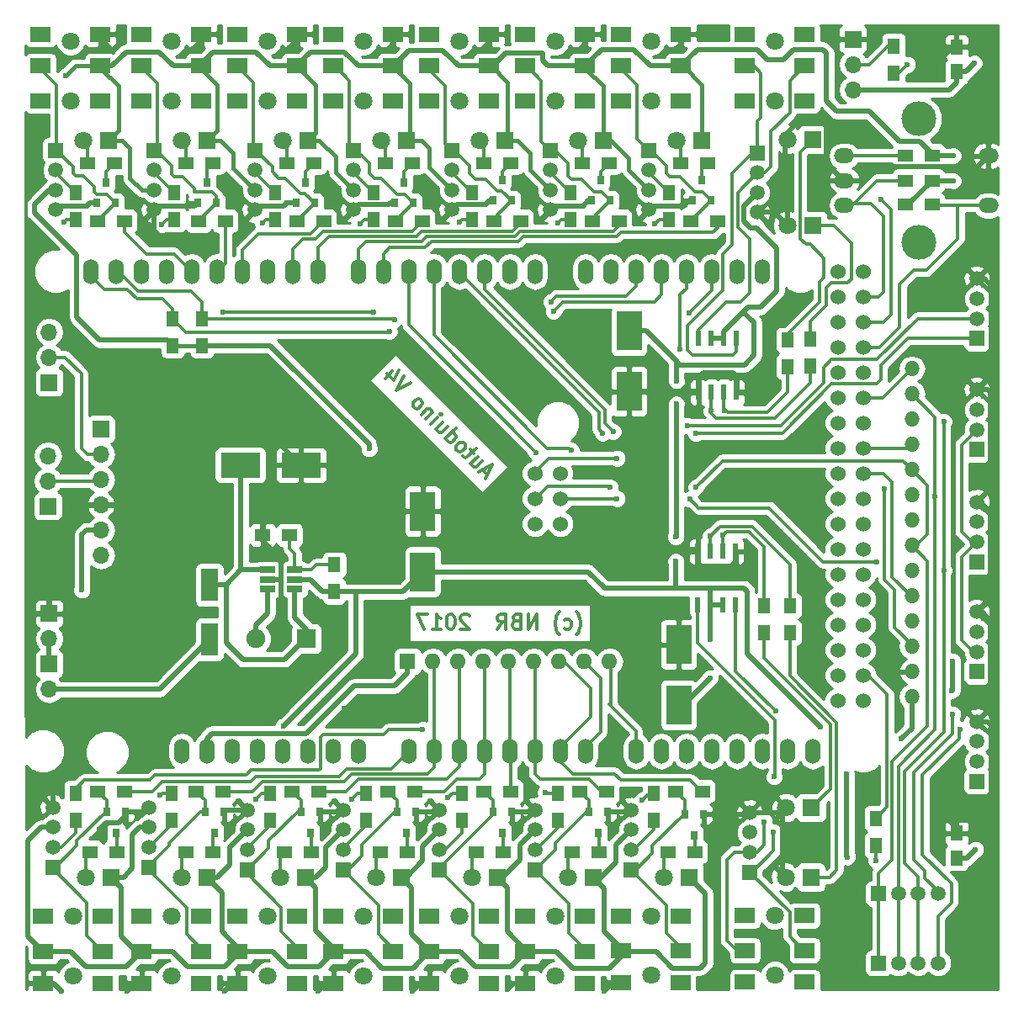
<source format=gbr>
G04 #@! TF.FileFunction,Copper,L2,Bot,Signal*
%FSLAX46Y46*%
G04 Gerber Fmt 4.6, Leading zero omitted, Abs format (unit mm)*
G04 Created by KiCad (PCBNEW 4.0.6-e0-6349~53~ubuntu16.04.1) date Thu Jun 29 18:49:34 2017*
%MOMM*%
%LPD*%
G01*
G04 APERTURE LIST*
%ADD10C,0.100000*%
%ADD11C,0.300000*%
%ADD12R,4.000000X2.500000*%
%ADD13R,2.500000X4.000000*%
%ADD14R,1.250000X1.500000*%
%ADD15R,1.800000X1.800000*%
%ADD16C,1.800000*%
%ADD17O,1.998980X1.501140*%
%ADD18C,3.500120*%
%ADD19R,1.905000X1.905000*%
%ADD20C,1.905000*%
%ADD21R,1.700000X1.700000*%
%ADD22O,1.700000X1.700000*%
%ADD23R,1.500000X1.500000*%
%ADD24C,1.500000*%
%ADD25R,1.300000X1.500000*%
%ADD26R,1.500000X1.300000*%
%ADD27R,1.600000X1.600000*%
%ADD28O,1.600000X1.600000*%
%ADD29R,1.560000X0.650000*%
%ADD30R,0.600000X1.550000*%
%ADD31O,1.524000X1.524000*%
%ADD32R,2.000000X1.500000*%
%ADD33R,0.800100X0.899160*%
%ADD34O,1.524000X2.540000*%
%ADD35C,1.524000*%
%ADD36R,1.700000X3.300000*%
%ADD37C,0.600000*%
%ADD38C,0.500000*%
%ADD39C,0.400000*%
%ADD40C,0.254000*%
G04 APERTURE END LIST*
D10*
D11*
X179418285Y-83292000D02*
X179489713Y-83220571D01*
X179632570Y-83006286D01*
X179703999Y-82863429D01*
X179775428Y-82649143D01*
X179846856Y-82292000D01*
X179846856Y-82006286D01*
X179775428Y-81649143D01*
X179703999Y-81434857D01*
X179632570Y-81292000D01*
X179489713Y-81077714D01*
X179418285Y-81006286D01*
X178203999Y-82649143D02*
X178346856Y-82720571D01*
X178632570Y-82720571D01*
X178775428Y-82649143D01*
X178846856Y-82577714D01*
X178918285Y-82434857D01*
X178918285Y-82006286D01*
X178846856Y-81863429D01*
X178775428Y-81792000D01*
X178632570Y-81720571D01*
X178346856Y-81720571D01*
X178203999Y-81792000D01*
X177703999Y-83292000D02*
X177632571Y-83220571D01*
X177489714Y-83006286D01*
X177418285Y-82863429D01*
X177346856Y-82649143D01*
X177275428Y-82292000D01*
X177275428Y-82006286D01*
X177346856Y-81649143D01*
X177418285Y-81434857D01*
X177489714Y-81292000D01*
X177632571Y-81077714D01*
X177703999Y-81006286D01*
X175418285Y-82720571D02*
X175418285Y-81220571D01*
X174561142Y-82720571D01*
X174561142Y-81220571D01*
X173346856Y-81934857D02*
X173132570Y-82006286D01*
X173061142Y-82077714D01*
X172989713Y-82220571D01*
X172989713Y-82434857D01*
X173061142Y-82577714D01*
X173132570Y-82649143D01*
X173275428Y-82720571D01*
X173846856Y-82720571D01*
X173846856Y-81220571D01*
X173346856Y-81220571D01*
X173203999Y-81292000D01*
X173132570Y-81363429D01*
X173061142Y-81506286D01*
X173061142Y-81649143D01*
X173132570Y-81792000D01*
X173203999Y-81863429D01*
X173346856Y-81934857D01*
X173846856Y-81934857D01*
X171489713Y-82720571D02*
X171989713Y-82006286D01*
X172346856Y-82720571D02*
X172346856Y-81220571D01*
X171775428Y-81220571D01*
X171632570Y-81292000D01*
X171561142Y-81363429D01*
X171489713Y-81506286D01*
X171489713Y-81720571D01*
X171561142Y-81863429D01*
X171632570Y-81934857D01*
X171775428Y-82006286D01*
X172346856Y-82006286D01*
X168632571Y-81363429D02*
X168561142Y-81292000D01*
X168418285Y-81220571D01*
X168061142Y-81220571D01*
X167918285Y-81292000D01*
X167846856Y-81363429D01*
X167775428Y-81506286D01*
X167775428Y-81649143D01*
X167846856Y-81863429D01*
X168703999Y-82720571D01*
X167775428Y-82720571D01*
X166846857Y-81220571D02*
X166704000Y-81220571D01*
X166561143Y-81292000D01*
X166489714Y-81363429D01*
X166418285Y-81506286D01*
X166346857Y-81792000D01*
X166346857Y-82149143D01*
X166418285Y-82434857D01*
X166489714Y-82577714D01*
X166561143Y-82649143D01*
X166704000Y-82720571D01*
X166846857Y-82720571D01*
X166989714Y-82649143D01*
X167061143Y-82577714D01*
X167132571Y-82434857D01*
X167204000Y-82149143D01*
X167204000Y-81792000D01*
X167132571Y-81506286D01*
X167061143Y-81363429D01*
X166989714Y-81292000D01*
X166846857Y-81220571D01*
X164918286Y-82720571D02*
X165775429Y-82720571D01*
X165346857Y-82720571D02*
X165346857Y-81220571D01*
X165489714Y-81434857D01*
X165632572Y-81577714D01*
X165775429Y-81649143D01*
X164418286Y-81220571D02*
X163418286Y-81220571D01*
X164061143Y-82720571D01*
X170481986Y-67203539D02*
X169976909Y-66698463D01*
X170279956Y-67607600D02*
X170987062Y-66193386D01*
X169572849Y-66900493D01*
X169471834Y-65385264D02*
X168764727Y-66092371D01*
X169926402Y-65839833D02*
X169370818Y-66395417D01*
X169219295Y-66445925D01*
X169067772Y-66395417D01*
X168916250Y-66243894D01*
X168865742Y-66092372D01*
X168865742Y-65991356D01*
X169118280Y-65031711D02*
X168714219Y-64627650D01*
X169320311Y-64526635D02*
X168411173Y-65435772D01*
X168259650Y-65486280D01*
X168108127Y-65435772D01*
X168007112Y-65334757D01*
X167502036Y-64829680D02*
X167653559Y-64880189D01*
X167754574Y-64880188D01*
X167906097Y-64829681D01*
X168209142Y-64526635D01*
X168259650Y-64375112D01*
X168259650Y-64274097D01*
X168209142Y-64122573D01*
X168057620Y-63971051D01*
X167906097Y-63920544D01*
X167805081Y-63920544D01*
X167653558Y-63971051D01*
X167350513Y-64274096D01*
X167300005Y-64425619D01*
X167300005Y-64526635D01*
X167350513Y-64678158D01*
X167502036Y-64829680D01*
X166239345Y-63566990D02*
X167300005Y-62506329D01*
X166289852Y-63516482D02*
X166340360Y-63668005D01*
X166542391Y-63870035D01*
X166693914Y-63920544D01*
X166794929Y-63920543D01*
X166946452Y-63870036D01*
X167249497Y-63566990D01*
X167300005Y-63415467D01*
X167300005Y-63314452D01*
X167249497Y-63162928D01*
X167047467Y-62960898D01*
X166895944Y-62910391D01*
X165986807Y-61900238D02*
X165279700Y-62607345D01*
X166441376Y-62354806D02*
X165885791Y-62910391D01*
X165734269Y-62960899D01*
X165582746Y-62910390D01*
X165431223Y-62758868D01*
X165380715Y-62607345D01*
X165380715Y-62506329D01*
X164774624Y-62102268D02*
X165481731Y-61395161D01*
X165835284Y-61041608D02*
X165835284Y-61142624D01*
X165734268Y-61142624D01*
X165734269Y-61041609D01*
X165835284Y-61041608D01*
X165734268Y-61142624D01*
X164976654Y-60890085D02*
X164269547Y-61597192D01*
X164875638Y-60991101D02*
X164875639Y-60890086D01*
X164825131Y-60738562D01*
X164673609Y-60587039D01*
X164522086Y-60536532D01*
X164370562Y-60587039D01*
X163814979Y-61142623D01*
X163158379Y-60486023D02*
X163309902Y-60536532D01*
X163410917Y-60536531D01*
X163562440Y-60486024D01*
X163865486Y-60182979D01*
X163915993Y-60031456D01*
X163915994Y-59930440D01*
X163865486Y-59778917D01*
X163713964Y-59627394D01*
X163562440Y-59576887D01*
X163461425Y-59576887D01*
X163309902Y-59627394D01*
X163006856Y-59930440D01*
X162956349Y-60081963D01*
X162956349Y-60182979D01*
X163006857Y-60334501D01*
X163158379Y-60486023D01*
X162754319Y-57960643D02*
X161340105Y-58667749D01*
X162047212Y-57253536D01*
X160885536Y-56798967D02*
X160178430Y-57506074D01*
X161542135Y-56647445D02*
X161037060Y-57657597D01*
X160380460Y-57000998D01*
D12*
X145603500Y-66230500D03*
X151703500Y-66230500D03*
D13*
X163957000Y-76964000D03*
X163957000Y-70864000D03*
X184721500Y-52703000D03*
X184721500Y-58803000D03*
X189712600Y-90375200D03*
X189712600Y-84275200D03*
D14*
X217678000Y-105771000D03*
X217678000Y-103271000D03*
X217678000Y-24150000D03*
X217678000Y-26650000D03*
D15*
X132588000Y-107696000D03*
D16*
X130048000Y-107696000D03*
D15*
X142240000Y-107696000D03*
D16*
X139700000Y-107696000D03*
D15*
X152146000Y-107696000D03*
D16*
X149606000Y-107696000D03*
D15*
X161798000Y-107696000D03*
D16*
X159258000Y-107696000D03*
D15*
X171450000Y-107696000D03*
D16*
X168910000Y-107696000D03*
D15*
X181102000Y-107696000D03*
D16*
X178562000Y-107696000D03*
D15*
X190754000Y-107696000D03*
D16*
X188214000Y-107696000D03*
D15*
X132334000Y-33528000D03*
D16*
X129794000Y-33528000D03*
D15*
X142240000Y-33528000D03*
D16*
X139700000Y-33528000D03*
D15*
X152400000Y-33528000D03*
D16*
X149860000Y-33528000D03*
D15*
X162306000Y-33528000D03*
D16*
X159766000Y-33528000D03*
D15*
X172212000Y-33528000D03*
D16*
X169672000Y-33528000D03*
D15*
X182118000Y-33528000D03*
D16*
X179578000Y-33528000D03*
D15*
X192024000Y-33528000D03*
D16*
X189484000Y-33528000D03*
D15*
X203009500Y-107696000D03*
D16*
X200469500Y-107696000D03*
D15*
X203073000Y-100711000D03*
D16*
X200533000Y-100711000D03*
D15*
X203200000Y-33464500D03*
D16*
X200660000Y-33464500D03*
D15*
X203200000Y-42100500D03*
D16*
X200660000Y-42100500D03*
D17*
X206367380Y-35092640D03*
X206367380Y-37592000D03*
X206367380Y-40091360D03*
D18*
X213868000Y-31391860D03*
X213868000Y-43792140D03*
D17*
X220868240Y-35092640D03*
X220868240Y-40091360D03*
D19*
X152273000Y-83693000D03*
D20*
X147193000Y-83693000D03*
D21*
X126365000Y-81153000D03*
D22*
X126365000Y-83693000D03*
D21*
X126365000Y-86233000D03*
D22*
X126365000Y-88773000D03*
D23*
X126746000Y-106680000D03*
D24*
X126746000Y-104680000D03*
X126746000Y-102680000D03*
X126746000Y-100680000D03*
D23*
X136398000Y-106680000D03*
D24*
X136398000Y-104680000D03*
X136398000Y-102680000D03*
X136398000Y-100680000D03*
D23*
X146304000Y-106934000D03*
D24*
X146304000Y-104934000D03*
X146304000Y-102934000D03*
X146304000Y-100934000D03*
D23*
X155956000Y-106934000D03*
D24*
X155956000Y-104934000D03*
X155956000Y-102934000D03*
X155956000Y-100934000D03*
D23*
X165608000Y-106934000D03*
D24*
X165608000Y-104934000D03*
X165608000Y-102934000D03*
X165608000Y-100934000D03*
D23*
X175260000Y-106934000D03*
D24*
X175260000Y-104934000D03*
X175260000Y-102934000D03*
X175260000Y-100934000D03*
D23*
X184912000Y-106934000D03*
D24*
X184912000Y-104934000D03*
X184912000Y-102934000D03*
X184912000Y-100934000D03*
D23*
X127000000Y-34544000D03*
D24*
X127000000Y-36544000D03*
X127000000Y-38544000D03*
X127000000Y-40544000D03*
D23*
X136906000Y-34544000D03*
D24*
X136906000Y-36544000D03*
X136906000Y-38544000D03*
X136906000Y-40544000D03*
D23*
X147066000Y-34544000D03*
D24*
X147066000Y-36544000D03*
X147066000Y-38544000D03*
X147066000Y-40544000D03*
D23*
X156972000Y-34544000D03*
D24*
X156972000Y-36544000D03*
X156972000Y-38544000D03*
X156972000Y-40544000D03*
D23*
X166878000Y-34544000D03*
D24*
X166878000Y-36544000D03*
X166878000Y-38544000D03*
X166878000Y-40544000D03*
D23*
X176784000Y-34544000D03*
D24*
X176784000Y-36544000D03*
X176784000Y-38544000D03*
X176784000Y-40544000D03*
D23*
X186690000Y-34544000D03*
D24*
X186690000Y-36544000D03*
X186690000Y-38544000D03*
X186690000Y-40544000D03*
D23*
X196850000Y-107188000D03*
D24*
X196850000Y-105188000D03*
X196850000Y-103188000D03*
X196850000Y-101188000D03*
D23*
X197612000Y-34798000D03*
D24*
X197612000Y-36798000D03*
X197612000Y-38798000D03*
X197612000Y-40798000D03*
D21*
X126365000Y-57912000D03*
D22*
X126365000Y-55372000D03*
X126365000Y-52832000D03*
D21*
X126238000Y-70358000D03*
D22*
X126238000Y-67818000D03*
X126238000Y-65278000D03*
D21*
X207264000Y-23368000D03*
D22*
X207264000Y-25908000D03*
X207264000Y-28448000D03*
D25*
X129032000Y-99234000D03*
X129032000Y-101934000D03*
D26*
X133938000Y-99060000D03*
X131238000Y-99060000D03*
X130476000Y-105156000D03*
X133176000Y-105156000D03*
D25*
X138684000Y-99234000D03*
X138684000Y-101934000D03*
D26*
X143844000Y-99060000D03*
X141144000Y-99060000D03*
X140128000Y-105156000D03*
X142828000Y-105156000D03*
D25*
X148590000Y-99234000D03*
X148590000Y-101934000D03*
D26*
X153496000Y-99060000D03*
X150796000Y-99060000D03*
X150034000Y-105156000D03*
X152734000Y-105156000D03*
D25*
X158242000Y-99234000D03*
X158242000Y-101934000D03*
D26*
X163148000Y-99060000D03*
X160448000Y-99060000D03*
X159686000Y-105156000D03*
X162386000Y-105156000D03*
D25*
X167894000Y-99234000D03*
X167894000Y-101934000D03*
D26*
X172800000Y-99060000D03*
X170100000Y-99060000D03*
X169338000Y-105156000D03*
X172038000Y-105156000D03*
D25*
X177546000Y-99234000D03*
X177546000Y-101934000D03*
D26*
X182452000Y-99060000D03*
X179752000Y-99060000D03*
X178990000Y-105156000D03*
X181690000Y-105156000D03*
D25*
X187198000Y-99234000D03*
X187198000Y-101934000D03*
D26*
X192104000Y-99060000D03*
X189404000Y-99060000D03*
X188642000Y-105156000D03*
X191342000Y-105156000D03*
X147875000Y-73279000D03*
X150575000Y-73279000D03*
D25*
X155067000Y-78947000D03*
X155067000Y-76247000D03*
X129032000Y-41482000D03*
X129032000Y-38782000D03*
D26*
X133938000Y-41656000D03*
X131238000Y-41656000D03*
X130222000Y-35814000D03*
X132922000Y-35814000D03*
D25*
X138938000Y-41482000D03*
X138938000Y-38782000D03*
D26*
X144098000Y-41656000D03*
X141398000Y-41656000D03*
X140128000Y-35814000D03*
X142828000Y-35814000D03*
D25*
X149098000Y-41482000D03*
X149098000Y-38782000D03*
D26*
X154004000Y-41656000D03*
X151304000Y-41656000D03*
X150288000Y-35814000D03*
X152988000Y-35814000D03*
D25*
X159004000Y-41482000D03*
X159004000Y-38782000D03*
D26*
X163910000Y-41656000D03*
X161210000Y-41656000D03*
X160194000Y-35814000D03*
X162894000Y-35814000D03*
D25*
X168910000Y-41482000D03*
X168910000Y-38782000D03*
D26*
X173816000Y-41656000D03*
X171116000Y-41656000D03*
X170100000Y-35814000D03*
X172800000Y-35814000D03*
D25*
X178816000Y-41482000D03*
X178816000Y-38782000D03*
D26*
X183722000Y-41656000D03*
X181022000Y-41656000D03*
X180006000Y-35814000D03*
X182706000Y-35814000D03*
D25*
X188722000Y-41482000D03*
X188722000Y-38782000D03*
D26*
X193628000Y-41656000D03*
X190928000Y-41656000D03*
X189912000Y-35814000D03*
X192612000Y-35814000D03*
D25*
X200914000Y-83074500D03*
X200914000Y-80374500D03*
X198310500Y-80374500D03*
X198310500Y-83074500D03*
D27*
X162433000Y-85979000D03*
D28*
X164973000Y-85979000D03*
X167513000Y-85979000D03*
X170053000Y-85979000D03*
X172593000Y-85979000D03*
X175133000Y-85979000D03*
X177673000Y-85979000D03*
X180213000Y-85979000D03*
X182753000Y-85979000D03*
D25*
X200660000Y-53641000D03*
X200660000Y-56341000D03*
X202946000Y-56277500D03*
X202946000Y-53577500D03*
X209550000Y-104474000D03*
X209550000Y-101774000D03*
X211328000Y-24050000D03*
X211328000Y-26750000D03*
D29*
X148383000Y-78674000D03*
X148383000Y-77724000D03*
X148383000Y-76774000D03*
X151083000Y-76774000D03*
X151083000Y-78674000D03*
X151083000Y-77724000D03*
D30*
X195453000Y-80297000D03*
X194183000Y-80297000D03*
X192913000Y-80297000D03*
X191643000Y-80297000D03*
X191643000Y-74897000D03*
X192913000Y-74897000D03*
X194183000Y-74897000D03*
X195453000Y-74897000D03*
X191706500Y-53497500D03*
X192976500Y-53497500D03*
X194246500Y-53497500D03*
X195516500Y-53497500D03*
X195516500Y-58897500D03*
X194246500Y-58897500D03*
X192976500Y-58897500D03*
X191706500Y-58897500D03*
D31*
X213179000Y-89525500D03*
X213179000Y-86985500D03*
X213179000Y-84445500D03*
X213179000Y-81905500D03*
X213179000Y-79365500D03*
X213179000Y-76825500D03*
X213179000Y-74285500D03*
X213179000Y-71745500D03*
X213179000Y-69205500D03*
X213179000Y-66665500D03*
X213179000Y-64125500D03*
X213179000Y-61585500D03*
X213179000Y-59045500D03*
X213179000Y-56505500D03*
D21*
X131572000Y-62611000D03*
D22*
X131572000Y-65151000D03*
X131572000Y-67691000D03*
X131572000Y-70231000D03*
X131572000Y-72771000D03*
X131572000Y-75311000D03*
D23*
X219710000Y-64643000D03*
D24*
X219710000Y-62643000D03*
X219710000Y-60643000D03*
X219710000Y-58643000D03*
D23*
X219710000Y-75946000D03*
D24*
X219710000Y-73946000D03*
X219710000Y-71946000D03*
X219710000Y-69946000D03*
D23*
X219710000Y-86995000D03*
D24*
X219710000Y-84995000D03*
X219710000Y-82995000D03*
X219710000Y-80995000D03*
D23*
X209804000Y-116332000D03*
D24*
X211804000Y-116332000D03*
X213804000Y-116332000D03*
X215804000Y-116332000D03*
D32*
X131778000Y-111664000D03*
X125778000Y-111664000D03*
X125778000Y-115164000D03*
X131778000Y-118364000D03*
D16*
X128778000Y-111664000D03*
D32*
X131778000Y-115164000D03*
X125778000Y-118364000D03*
D16*
X128778000Y-117664000D03*
D32*
X141684000Y-111664000D03*
X135684000Y-111664000D03*
X135684000Y-115164000D03*
X141684000Y-118364000D03*
D16*
X138684000Y-111664000D03*
D32*
X141684000Y-115164000D03*
X135684000Y-118364000D03*
D16*
X138684000Y-117664000D03*
D32*
X151336000Y-111664000D03*
X145336000Y-111664000D03*
X145336000Y-115164000D03*
X151336000Y-118364000D03*
D16*
X148336000Y-111664000D03*
D32*
X151336000Y-115164000D03*
X145336000Y-118364000D03*
D16*
X148336000Y-117664000D03*
D32*
X160988000Y-111664000D03*
X154988000Y-111664000D03*
X154988000Y-115164000D03*
X160988000Y-118364000D03*
D16*
X157988000Y-111664000D03*
D32*
X160988000Y-115164000D03*
X154988000Y-118364000D03*
D16*
X157988000Y-117664000D03*
D32*
X170640000Y-111664000D03*
X164640000Y-111664000D03*
X164640000Y-115164000D03*
X170640000Y-118364000D03*
D16*
X167640000Y-111664000D03*
D32*
X170640000Y-115164000D03*
X164640000Y-118364000D03*
D16*
X167640000Y-117664000D03*
D32*
X180292000Y-111664000D03*
X174292000Y-111664000D03*
X174292000Y-115164000D03*
X180292000Y-118364000D03*
D16*
X177292000Y-111664000D03*
D32*
X180292000Y-115164000D03*
X174292000Y-118364000D03*
D16*
X177292000Y-117664000D03*
D32*
X189918600Y-111587800D03*
X183918600Y-111587800D03*
X183918600Y-115087800D03*
X189918600Y-118287800D03*
D16*
X186918600Y-111587800D03*
D32*
X189918600Y-115087800D03*
X183918600Y-118287800D03*
D16*
X186918600Y-117587800D03*
D32*
X125524000Y-29560000D03*
X131524000Y-29560000D03*
X131524000Y-26060000D03*
X125524000Y-22860000D03*
D16*
X128524000Y-29560000D03*
D32*
X125524000Y-26060000D03*
X131524000Y-22860000D03*
D16*
X128524000Y-23560000D03*
D32*
X135684000Y-29560000D03*
X141684000Y-29560000D03*
X141684000Y-26060000D03*
X135684000Y-22860000D03*
D16*
X138684000Y-29560000D03*
D32*
X135684000Y-26060000D03*
X141684000Y-22860000D03*
D16*
X138684000Y-23560000D03*
D32*
X145336000Y-29560000D03*
X151336000Y-29560000D03*
X151336000Y-26060000D03*
X145336000Y-22860000D03*
D16*
X148336000Y-29560000D03*
D32*
X145336000Y-26060000D03*
X151336000Y-22860000D03*
D16*
X148336000Y-23560000D03*
D32*
X154988000Y-29560000D03*
X160988000Y-29560000D03*
X160988000Y-26060000D03*
X154988000Y-22860000D03*
D16*
X157988000Y-29560000D03*
D32*
X154988000Y-26060000D03*
X160988000Y-22860000D03*
D16*
X157988000Y-23560000D03*
D32*
X164640000Y-29560000D03*
X170640000Y-29560000D03*
X170640000Y-26060000D03*
X164640000Y-22860000D03*
D16*
X167640000Y-29560000D03*
D32*
X164640000Y-26060000D03*
X170640000Y-22860000D03*
D16*
X167640000Y-23560000D03*
D32*
X174292000Y-29560000D03*
X180292000Y-29560000D03*
X180292000Y-26060000D03*
X174292000Y-22860000D03*
D16*
X177292000Y-29560000D03*
D32*
X174292000Y-26060000D03*
X180292000Y-22860000D03*
D16*
X177292000Y-23560000D03*
D32*
X183944000Y-29560000D03*
X189944000Y-29560000D03*
X189944000Y-26060000D03*
X183944000Y-22860000D03*
D16*
X186944000Y-29560000D03*
D32*
X183944000Y-26060000D03*
X189944000Y-22860000D03*
D16*
X186944000Y-23560000D03*
D32*
X202390000Y-111562400D03*
X196390000Y-111562400D03*
X196390000Y-115062400D03*
X202390000Y-118262400D03*
D16*
X199390000Y-111562400D03*
D32*
X202390000Y-115062400D03*
X196390000Y-118262400D03*
D16*
X199390000Y-117562400D03*
D32*
X196390000Y-29560000D03*
X202390000Y-29560000D03*
X202390000Y-26060000D03*
X196390000Y-22860000D03*
D16*
X199390000Y-29560000D03*
D32*
X196390000Y-26060000D03*
X202390000Y-22860000D03*
D16*
X199390000Y-23560000D03*
D33*
X133096000Y-103207820D03*
X132146040Y-101107240D03*
X134045960Y-101107240D03*
X143002000Y-103207820D03*
X142052040Y-101107240D03*
X143951960Y-101107240D03*
X152654000Y-103207820D03*
X151704040Y-101107240D03*
X153603960Y-101107240D03*
X162306000Y-103207820D03*
X161356040Y-101107240D03*
X163255960Y-101107240D03*
X171958000Y-103207820D03*
X171008040Y-101107240D03*
X172907960Y-101107240D03*
X181610000Y-103207820D03*
X180660040Y-101107240D03*
X182559960Y-101107240D03*
X191262000Y-103461820D03*
X190312040Y-101361240D03*
X192211960Y-101361240D03*
X132080000Y-37762180D03*
X133029960Y-39862760D03*
X131130040Y-39862760D03*
X142240000Y-37762180D03*
X143189960Y-39862760D03*
X141290040Y-39862760D03*
X152146000Y-37762180D03*
X153095960Y-39862760D03*
X151196040Y-39862760D03*
X162052000Y-37762180D03*
X163001960Y-39862760D03*
X161102040Y-39862760D03*
X171958000Y-37508180D03*
X172907960Y-39608760D03*
X171008040Y-39608760D03*
X181864000Y-37508180D03*
X182813960Y-39608760D03*
X180914040Y-39608760D03*
X192024000Y-37508180D03*
X192973960Y-39608760D03*
X191074040Y-39608760D03*
D34*
X180340000Y-46736000D03*
X182880000Y-46736000D03*
X185420000Y-46736000D03*
X187960000Y-46736000D03*
X190500000Y-46736000D03*
X193040000Y-46736000D03*
X195580000Y-46736000D03*
X198120000Y-46736000D03*
X203200000Y-94996000D03*
X200660000Y-94996000D03*
X198120000Y-94996000D03*
X195580000Y-94996000D03*
X185420000Y-94996000D03*
X180340000Y-94996000D03*
X177800000Y-94996000D03*
X187960000Y-94996000D03*
X190500000Y-94996000D03*
X193040000Y-94996000D03*
X175260000Y-94996000D03*
X172720000Y-94996000D03*
X170180000Y-94996000D03*
X162560000Y-94996000D03*
X165100000Y-94996000D03*
X167640000Y-94996000D03*
X157480000Y-94996000D03*
X154940000Y-94996000D03*
X152400000Y-94996000D03*
X147320000Y-94996000D03*
X144780000Y-94996000D03*
X175260000Y-46736000D03*
X172720000Y-46736000D03*
X170180000Y-46736000D03*
X167640000Y-46736000D03*
X165100000Y-46736000D03*
X162560000Y-46736000D03*
X160020000Y-46736000D03*
X157480000Y-46736000D03*
X153416000Y-46736000D03*
X150876000Y-46736000D03*
X148336000Y-46736000D03*
X145796000Y-46736000D03*
X143256000Y-46736000D03*
X140716000Y-46736000D03*
X138176000Y-46736000D03*
X135636000Y-46736000D03*
X149860000Y-94996000D03*
D35*
X205740000Y-49276000D03*
X208280000Y-49276000D03*
X205740000Y-51816000D03*
X208280000Y-51816000D03*
X205740000Y-54356000D03*
X208280000Y-54356000D03*
X205740000Y-56896000D03*
X208280000Y-56896000D03*
X205740000Y-46736000D03*
X208280000Y-46736000D03*
X208280000Y-59436000D03*
X205740000Y-59436000D03*
X205740000Y-61976000D03*
X208280000Y-61976000D03*
X205740000Y-64516000D03*
X208280000Y-64516000D03*
X205740000Y-67056000D03*
X208280000Y-67056000D03*
X205740000Y-69596000D03*
X208280000Y-69596000D03*
X205740000Y-72136000D03*
X208280000Y-72136000D03*
X205740000Y-74676000D03*
X208280000Y-74676000D03*
X205740000Y-77216000D03*
X208280000Y-77216000D03*
X205740000Y-79756000D03*
X208280000Y-79756000D03*
X205740000Y-82296000D03*
X208280000Y-82296000D03*
X205740000Y-84836000D03*
X208280000Y-84836000D03*
X205740000Y-87376000D03*
X208280000Y-87376000D03*
X205740000Y-89916000D03*
X208280000Y-89916000D03*
X175260000Y-67056000D03*
X177800000Y-67056000D03*
X175260000Y-69596000D03*
X177800000Y-69596000D03*
X175260000Y-72136000D03*
X177800000Y-72136000D03*
D34*
X142240000Y-94996000D03*
X139700000Y-94996000D03*
X133096000Y-46736000D03*
X130556000Y-46736000D03*
D36*
X142494000Y-83776000D03*
X142494000Y-78276000D03*
D23*
X219710000Y-53467000D03*
D24*
X219710000Y-51467000D03*
X219710000Y-49467000D03*
X219710000Y-47467000D03*
D23*
X219710000Y-98044000D03*
D24*
X219710000Y-96044000D03*
X219710000Y-94044000D03*
X219710000Y-92044000D03*
D23*
X209804000Y-109347000D03*
D24*
X211804000Y-109347000D03*
X213804000Y-109347000D03*
X215804000Y-109347000D03*
D26*
X215218000Y-37592000D03*
X212518000Y-37592000D03*
X215218000Y-35052000D03*
X212518000Y-35052000D03*
X212518000Y-40005000D03*
X215218000Y-40005000D03*
D25*
X141732000Y-54182000D03*
X141732000Y-51482000D03*
X138811000Y-54182000D03*
X138811000Y-51482000D03*
D37*
X189534800Y-24358600D03*
X179552600Y-24561800D03*
X170053000Y-24409400D03*
X160451800Y-24384000D03*
X150545800Y-24282400D03*
X140868400Y-24333200D03*
X132715000Y-24536400D03*
X189712600Y-80822800D03*
X191947800Y-77317600D03*
X199390000Y-66802000D03*
X199390000Y-64516000D03*
X197612000Y-64516000D03*
X197612000Y-58928000D03*
X149733000Y-80200500D03*
X156083000Y-90678000D03*
X155956000Y-92519500D03*
X138112500Y-43878500D03*
X170307000Y-40005000D03*
X189992000Y-40132000D03*
X180086000Y-40132000D03*
X160020000Y-40005000D03*
X150256240Y-39862760D03*
X140335000Y-40132000D03*
X130175000Y-40132000D03*
X216154000Y-25019000D03*
X216916000Y-101981000D03*
X131445000Y-102870000D03*
X134239000Y-119126000D03*
X144018000Y-119126000D03*
X153416000Y-119126000D03*
X162941000Y-119126000D03*
X172466000Y-118999000D03*
X182245000Y-119126000D03*
X127635000Y-119126000D03*
X192887600Y-87630000D03*
X192887600Y-83769200D03*
X149987000Y-92456000D03*
X189484000Y-57785000D03*
X189484000Y-60071000D03*
X189420500Y-73469500D03*
X189420500Y-75882500D03*
X203962000Y-92583000D03*
X206565500Y-97345500D03*
X206692500Y-105664000D03*
X219456000Y-25781000D03*
X219583000Y-104902000D03*
X209550000Y-106045000D03*
X212725000Y-25908000D03*
X210058000Y-39497000D03*
X127825500Y-41783000D03*
X137668000Y-42037000D03*
X143827500Y-50800000D03*
X159004000Y-50800000D03*
X176911000Y-49784000D03*
X177101500Y-50736500D03*
X189865000Y-54546500D03*
X190563500Y-62230000D03*
X191452500Y-63055500D03*
X190754000Y-50927000D03*
X176276000Y-99187000D03*
X166497000Y-99695000D03*
X156845000Y-99822000D03*
X163957000Y-92837000D03*
X137541000Y-99441000D03*
X147193000Y-99822000D03*
X129667000Y-78803500D03*
X212090000Y-93789500D03*
X217297000Y-85979000D03*
X217170000Y-88900000D03*
X192976500Y-60769500D03*
X183134000Y-62865000D03*
X182054500Y-62992000D03*
X194310000Y-60769500D03*
X194183000Y-73279000D03*
X178879500Y-64706500D03*
X192913000Y-73342500D03*
X175387000Y-64960500D03*
X147828000Y-41846500D03*
X157670500Y-41910000D03*
X167640000Y-41783000D03*
X177546000Y-41846500D03*
X210439000Y-68580000D03*
X217297000Y-91313000D03*
X217347800Y-35077400D03*
X158559500Y-64579500D03*
X128016000Y-27051000D03*
X217347800Y-37617400D03*
X136398000Y-102680000D03*
X160591500Y-52768500D03*
X161099500Y-51562000D03*
X183515000Y-65532000D03*
X215519000Y-69342000D03*
X209677000Y-75946000D03*
X190817500Y-69659500D03*
X183515000Y-69596000D03*
X216408000Y-61849000D03*
X216408000Y-76835000D03*
X191452500Y-68453000D03*
X182816500Y-68453000D03*
X199326500Y-97599500D03*
X199263000Y-103187500D03*
X199453500Y-90995500D03*
X198310500Y-102108000D03*
X218059000Y-92837000D03*
X186055000Y-99949000D03*
X187325000Y-41973500D03*
D38*
X151083000Y-78674000D02*
X151083000Y-81550500D01*
X151083000Y-81550500D02*
X152273000Y-82740500D01*
X152273000Y-82740500D02*
X152273000Y-83693000D01*
X145603500Y-66230500D02*
X145603500Y-67883500D01*
X145666500Y-67946500D02*
X145666500Y-76774000D01*
X145603500Y-67883500D02*
X145666500Y-67946500D01*
X152273000Y-83693000D02*
X152146000Y-83693000D01*
X152146000Y-83693000D02*
X150050500Y-85788500D01*
X144164500Y-84093500D02*
X144164500Y-78276000D01*
X145859500Y-85788500D02*
X144164500Y-84093500D01*
X150050500Y-85788500D02*
X145859500Y-85788500D01*
X148383000Y-76774000D02*
X145666500Y-76774000D01*
X144164500Y-78276000D02*
X142494000Y-78276000D01*
X145666500Y-76774000D02*
X144164500Y-78276000D01*
X189944000Y-22860000D02*
X189944000Y-23949400D01*
X189944000Y-23949400D02*
X189534800Y-24358600D01*
X180292000Y-22860000D02*
X180292000Y-23822400D01*
X180292000Y-23822400D02*
X179552600Y-24561800D01*
X170640000Y-22860000D02*
X170640000Y-23771600D01*
X170053000Y-24358600D02*
X170053000Y-24409400D01*
X170640000Y-23771600D02*
X170053000Y-24358600D01*
X160988000Y-22860000D02*
X160988000Y-23847800D01*
X160988000Y-23847800D02*
X160451800Y-24384000D01*
X151336000Y-22860000D02*
X151336000Y-23492200D01*
X151336000Y-23492200D02*
X150545800Y-24282400D01*
X141684000Y-22860000D02*
X141684000Y-23517600D01*
X141684000Y-23517600D02*
X140868400Y-24333200D01*
X132715000Y-24536400D02*
X131524000Y-23345400D01*
X131524000Y-23345400D02*
X131524000Y-22860000D01*
X192633600Y-76390500D02*
X192633600Y-76631800D01*
X189712600Y-80822800D02*
X189712600Y-84275200D01*
X192633600Y-76631800D02*
X191947800Y-77317600D01*
X195516500Y-58897500D02*
X197581500Y-58897500D01*
X199390000Y-66802000D02*
X199390000Y-68072000D01*
X197612000Y-64516000D02*
X199390000Y-64516000D01*
X197581500Y-58897500D02*
X197612000Y-58928000D01*
X146304000Y-100934000D02*
X144125200Y-100934000D01*
X144125200Y-100934000D02*
X143951960Y-101107240D01*
X189944000Y-22860000D02*
X189944000Y-22400000D01*
X206946500Y-23368000D02*
X207264000Y-23368000D01*
X180292000Y-22860000D02*
X180292000Y-22781000D01*
X170640000Y-22860000D02*
X170640000Y-22844500D01*
X160988000Y-22860000D02*
X160988000Y-22844500D01*
X151336000Y-22860000D02*
X151336000Y-22781000D01*
X141684000Y-22860000D02*
X141684000Y-22654000D01*
X149669500Y-80137000D02*
X149669500Y-77724000D01*
X149733000Y-80200500D02*
X149669500Y-80137000D01*
X156083000Y-92392500D02*
X156083000Y-90678000D01*
X155956000Y-92519500D02*
X156083000Y-92392500D01*
X126746000Y-100680000D02*
X126746000Y-98298000D01*
X124904500Y-81153000D02*
X126365000Y-81153000D01*
X124206000Y-81851500D02*
X124904500Y-81153000D01*
X124206000Y-90995500D02*
X124206000Y-81851500D01*
X125095000Y-91884500D02*
X124206000Y-90995500D01*
X127127000Y-91884500D02*
X125095000Y-91884500D01*
X128333500Y-93091000D02*
X127127000Y-91884500D01*
X128333500Y-96710500D02*
X128333500Y-93091000D01*
X126746000Y-98298000D02*
X128333500Y-96710500D01*
X131572000Y-70231000D02*
X133731000Y-70231000D01*
X148719000Y-63246000D02*
X151703500Y-66230500D01*
X140716000Y-63246000D02*
X148719000Y-63246000D01*
X133731000Y-70231000D02*
X140716000Y-63246000D01*
X151703500Y-66230500D02*
X151703500Y-70360000D01*
X151703500Y-70360000D02*
X152207500Y-70864000D01*
X163957000Y-70864000D02*
X152207500Y-70864000D01*
X152207500Y-70864000D02*
X148338000Y-70864000D01*
X148338000Y-70864000D02*
X147875000Y-71327000D01*
X147875000Y-73279000D02*
X147875000Y-71327000D01*
X148383000Y-77724000D02*
X149669500Y-77724000D01*
X149669500Y-77724000D02*
X149733000Y-77724000D01*
X149733000Y-77724000D02*
X149733000Y-76581000D01*
X149733000Y-76581000D02*
X149733000Y-75755500D01*
X149733000Y-75755500D02*
X147875000Y-73897500D01*
X147875000Y-73897500D02*
X147875000Y-73279000D01*
X131572000Y-70231000D02*
X130429000Y-70231000D01*
X130429000Y-70231000D02*
X128524000Y-72136000D01*
X128524000Y-72136000D02*
X128524000Y-76581000D01*
X128524000Y-76581000D02*
X126365000Y-78740000D01*
X126365000Y-78740000D02*
X126365000Y-81153000D01*
X136906000Y-40544000D02*
X136906000Y-42608500D01*
X138112500Y-43815000D02*
X138112500Y-43878500D01*
X136906000Y-42608500D02*
X138112500Y-43815000D01*
X184721500Y-58803000D02*
X184721500Y-74356500D01*
X184721500Y-74356500D02*
X184404000Y-74674000D01*
X163957000Y-70864000D02*
X169098500Y-70864000D01*
X172908500Y-74674000D02*
X172974000Y-74674000D01*
X172974000Y-74674000D02*
X184404000Y-74674000D01*
X169098500Y-70864000D02*
X172908500Y-74674000D01*
X191643000Y-74897000D02*
X191643000Y-76073000D01*
X195389500Y-75946000D02*
X195389500Y-74960500D01*
X194945000Y-76390500D02*
X195389500Y-75946000D01*
X191960500Y-76390500D02*
X192633600Y-76390500D01*
X192633600Y-76390500D02*
X194945000Y-76390500D01*
X191643000Y-76073000D02*
X191960500Y-76390500D01*
X195389500Y-74960500D02*
X195453000Y-74897000D01*
X184404000Y-74674000D02*
X191420000Y-74674000D01*
X191420000Y-74674000D02*
X191643000Y-74897000D01*
X191706500Y-58897500D02*
X191706500Y-57404000D01*
X195516500Y-57277000D02*
X195516500Y-58897500D01*
X195135500Y-56896000D02*
X195516500Y-57277000D01*
X192214500Y-56896000D02*
X195135500Y-56896000D01*
X191706500Y-57404000D02*
X192214500Y-56896000D01*
X184721500Y-58803000D02*
X191612000Y-58803000D01*
X191612000Y-58803000D02*
X191706500Y-58897500D01*
X200660000Y-42100500D02*
X200660000Y-39751000D01*
X200660000Y-39751000D02*
X200406000Y-39497000D01*
X197612000Y-40798000D02*
X199105000Y-40798000D01*
X200406000Y-39497000D02*
X200406000Y-37846000D01*
X199105000Y-40798000D02*
X200406000Y-39497000D01*
X131130040Y-39862760D02*
X130444240Y-39862760D01*
X130444240Y-39862760D02*
X130175000Y-40132000D01*
X191074040Y-39608760D02*
X190769240Y-39608760D01*
X190769240Y-39608760D02*
X190246000Y-40132000D01*
X190246000Y-40132000D02*
X189992000Y-40132000D01*
X189992000Y-40132000D02*
X187102000Y-40132000D01*
X187102000Y-40132000D02*
X186690000Y-40544000D01*
X180914040Y-39608760D02*
X180609240Y-39608760D01*
X180609240Y-39608760D02*
X180086000Y-40132000D01*
X180086000Y-40132000D02*
X177196000Y-40132000D01*
X177196000Y-40132000D02*
X176784000Y-40544000D01*
X171008040Y-39608760D02*
X170703240Y-39608760D01*
X170703240Y-39608760D02*
X170307000Y-40005000D01*
X170307000Y-40005000D02*
X167417000Y-40005000D01*
X167417000Y-40005000D02*
X166878000Y-40544000D01*
X161102040Y-39862760D02*
X160670240Y-39862760D01*
X160670240Y-39862760D02*
X160528000Y-40005000D01*
X160528000Y-40005000D02*
X160020000Y-40005000D01*
X157511000Y-40005000D02*
X156972000Y-40544000D01*
X160020000Y-40005000D02*
X157511000Y-40005000D01*
X151196040Y-39862760D02*
X150256240Y-39862760D01*
X149987000Y-40132000D02*
X147478000Y-40132000D01*
X150256240Y-39862760D02*
X149987000Y-40132000D01*
X147478000Y-40132000D02*
X147066000Y-40544000D01*
X136906000Y-40544000D02*
X137129000Y-40544000D01*
X137129000Y-40544000D02*
X137541000Y-40132000D01*
X137541000Y-40132000D02*
X140335000Y-40132000D01*
X140335000Y-40132000D02*
X141020800Y-40132000D01*
X141020800Y-40132000D02*
X141290040Y-39862760D01*
X130175000Y-40132000D02*
X127412000Y-40132000D01*
X130444240Y-39862760D02*
X130175000Y-40132000D01*
X127412000Y-40132000D02*
X127000000Y-40544000D01*
X219710000Y-92044000D02*
X220822000Y-92044000D01*
X220726000Y-101981000D02*
X216916000Y-101981000D01*
X221157800Y-101549200D02*
X220726000Y-101981000D01*
X221157800Y-92379800D02*
X221157800Y-101549200D01*
X220822000Y-92044000D02*
X221157800Y-92379800D01*
X219710000Y-80995000D02*
X220187000Y-80995000D01*
X220187000Y-80995000D02*
X221107000Y-81915000D01*
X221107000Y-90647000D02*
X219710000Y-92044000D01*
X221107000Y-81915000D02*
X221107000Y-90647000D01*
X219710000Y-69946000D02*
X220060000Y-69946000D01*
X220060000Y-69946000D02*
X221107000Y-70993000D01*
X221107000Y-79598000D02*
X219710000Y-80995000D01*
X221107000Y-70993000D02*
X221107000Y-79598000D01*
X219710000Y-58643000D02*
X220822000Y-58643000D01*
X221107000Y-68549000D02*
X219710000Y-69946000D01*
X221107000Y-58928000D02*
X221107000Y-68549000D01*
X220822000Y-58643000D02*
X221107000Y-58928000D01*
X219710000Y-47467000D02*
X220441000Y-47467000D01*
X220441000Y-47467000D02*
X221157800Y-48183800D01*
X221157800Y-57195200D02*
X219710000Y-58643000D01*
X221157800Y-48183800D02*
X221157800Y-57195200D01*
X220868240Y-35092640D02*
X220893640Y-35092640D01*
X200406000Y-33528000D02*
X200406000Y-33020000D01*
X200406000Y-33020000D02*
X201549000Y-31877000D01*
X204597000Y-35821620D02*
X206367380Y-37592000D01*
X204597000Y-32131000D02*
X204597000Y-35821620D01*
X204343000Y-31877000D02*
X204597000Y-32131000D01*
X201549000Y-31877000D02*
X204343000Y-31877000D01*
X200406000Y-33528000D02*
X200406000Y-37846000D01*
X206367380Y-37592000D02*
X208280000Y-37592000D01*
X208280000Y-37592000D02*
X209677000Y-36195000D01*
X209677000Y-36195000D02*
X219765880Y-36195000D01*
X219765880Y-36195000D02*
X220868240Y-35092640D01*
X220868240Y-35092640D02*
X220868240Y-29956760D01*
X220868240Y-29956760D02*
X220853000Y-29972000D01*
X220853000Y-29972000D02*
X220853000Y-25146000D01*
X220853000Y-25146000D02*
X219857000Y-24150000D01*
X219857000Y-24150000D02*
X217678000Y-24150000D01*
X217678000Y-24150000D02*
X217277000Y-24150000D01*
X217277000Y-24150000D02*
X216408000Y-25019000D01*
X216408000Y-25019000D02*
X216154000Y-25019000D01*
X217678000Y-103271000D02*
X217678000Y-102743000D01*
X217678000Y-102743000D02*
X216916000Y-101981000D01*
X134045960Y-101107240D02*
X134045960Y-101539040D01*
X134045960Y-101539040D02*
X133350000Y-102235000D01*
X132080000Y-102235000D02*
X131445000Y-102870000D01*
X133350000Y-102235000D02*
X132080000Y-102235000D01*
X135684000Y-118364000D02*
X135001000Y-118364000D01*
X135001000Y-118364000D02*
X134239000Y-119126000D01*
X145336000Y-118364000D02*
X144780000Y-118364000D01*
X144780000Y-118364000D02*
X144018000Y-119126000D01*
X154988000Y-118364000D02*
X154178000Y-118364000D01*
X154178000Y-118364000D02*
X153416000Y-119126000D01*
X164640000Y-118364000D02*
X163703000Y-118364000D01*
X163703000Y-118364000D02*
X162941000Y-119126000D01*
X174292000Y-118364000D02*
X173101000Y-118364000D01*
X173101000Y-118364000D02*
X172466000Y-118999000D01*
X125778000Y-118364000D02*
X126873000Y-118364000D01*
X182245000Y-119126000D02*
X183007000Y-118364000D01*
X126873000Y-118364000D02*
X127635000Y-119126000D01*
X183007000Y-118364000D02*
X183944000Y-118364000D01*
X200152000Y-103378000D02*
X200152000Y-107696000D01*
X196850000Y-101188000D02*
X200375000Y-101188000D01*
X200152000Y-100965000D02*
X200152000Y-103378000D01*
X200375000Y-101188000D02*
X200152000Y-100965000D01*
X192211960Y-101361240D02*
X196676760Y-101361240D01*
X196676760Y-101361240D02*
X196850000Y-101188000D01*
X182559960Y-101107240D02*
X184738760Y-101107240D01*
X184738760Y-101107240D02*
X184912000Y-100934000D01*
X172907960Y-101107240D02*
X175086760Y-101107240D01*
X175086760Y-101107240D02*
X175260000Y-100934000D01*
X163255960Y-101107240D02*
X165434760Y-101107240D01*
X165434760Y-101107240D02*
X165608000Y-100934000D01*
X153603960Y-101107240D02*
X155782760Y-101107240D01*
X155782760Y-101107240D02*
X155956000Y-100934000D01*
X146130760Y-101107240D02*
X146304000Y-100934000D01*
X134045960Y-101107240D02*
X135970760Y-101107240D01*
X135970760Y-101107240D02*
X136398000Y-100680000D01*
X192913000Y-80297000D02*
X192913000Y-83743800D01*
X192887600Y-87630000D02*
X190142400Y-90375200D01*
X192913000Y-83743800D02*
X192887600Y-83769200D01*
X190142400Y-90375200D02*
X189712600Y-90375200D01*
X157226000Y-85217000D02*
X157226000Y-78947000D01*
X149987000Y-92456000D02*
X157226000Y-85217000D01*
X155067000Y-78947000D02*
X157226000Y-78947000D01*
X157226000Y-78947000D02*
X161974000Y-78947000D01*
X161974000Y-78947000D02*
X163957000Y-76964000D01*
X151083000Y-77724000D02*
X152654000Y-77724000D01*
X153877000Y-78947000D02*
X155067000Y-78947000D01*
X152654000Y-77724000D02*
X153877000Y-78947000D01*
X189420500Y-78613000D02*
X189420500Y-75882500D01*
X189452250Y-57753250D02*
X189452250Y-55721250D01*
X189484000Y-57785000D02*
X189452250Y-57753250D01*
X189484000Y-73406000D02*
X189484000Y-60071000D01*
X189420500Y-73469500D02*
X189484000Y-73406000D01*
X163957000Y-76964000D02*
X180594000Y-76964000D01*
X180594000Y-76964000D02*
X182270400Y-78640400D01*
X196278500Y-78613000D02*
X192913000Y-78613000D01*
X196596000Y-78930500D02*
X196278500Y-78613000D01*
X196596000Y-85217000D02*
X196596000Y-78930500D01*
X203962000Y-92583000D02*
X196596000Y-85217000D01*
X206629000Y-97409000D02*
X206565500Y-97345500D01*
X206629000Y-105600500D02*
X206629000Y-97409000D01*
X206692500Y-105664000D02*
X206629000Y-105600500D01*
X192913000Y-80297000D02*
X192913000Y-78613000D01*
X189075600Y-78640400D02*
X182270400Y-78640400D01*
X192913000Y-78613000D02*
X189420500Y-78613000D01*
X189420500Y-78613000D02*
X189103000Y-78613000D01*
X189103000Y-78613000D02*
X189075600Y-78640400D01*
X192913000Y-80297000D02*
X194183000Y-80297000D01*
X184721500Y-52703000D02*
X186434000Y-52703000D01*
X186434000Y-52703000D02*
X189452250Y-55721250D01*
X197294500Y-51879500D02*
X196215000Y-50800000D01*
X189452250Y-55721250D02*
X189865000Y-56134000D01*
X189865000Y-56134000D02*
X196342000Y-56134000D01*
X196342000Y-56134000D02*
X197294500Y-55181500D01*
X197294500Y-55181500D02*
X197294500Y-51879500D01*
X192976500Y-53497500D02*
X194246500Y-53497500D01*
X194246500Y-53497500D02*
X194246500Y-52768500D01*
X194246500Y-52768500D02*
X196215000Y-50800000D01*
X196215000Y-50800000D02*
X196659500Y-50355500D01*
X196659500Y-50355500D02*
X197929500Y-50355500D01*
X197929500Y-50355500D02*
X199580500Y-48704500D01*
X199580500Y-48704500D02*
X199580500Y-44386500D01*
X199580500Y-44386500D02*
X197548500Y-42354500D01*
X197548500Y-42354500D02*
X196913500Y-42354500D01*
X196913500Y-42354500D02*
X196278500Y-41719500D01*
X196278500Y-41719500D02*
X196278500Y-40131500D01*
X196278500Y-40131500D02*
X197612000Y-38798000D01*
X207264000Y-28448000D02*
X216916000Y-28448000D01*
X217678000Y-27686000D02*
X217678000Y-26650000D01*
X216916000Y-28448000D02*
X217678000Y-27686000D01*
X219456000Y-25781000D02*
X218587000Y-26650000D01*
X218587000Y-26650000D02*
X217678000Y-26650000D01*
X218714000Y-105771000D02*
X217678000Y-105771000D01*
X219583000Y-104902000D02*
X218714000Y-105771000D01*
D11*
X130048000Y-107696000D02*
X130048000Y-105584000D01*
X130048000Y-105584000D02*
X130476000Y-105156000D01*
X139700000Y-107696000D02*
X139700000Y-105584000D01*
X139700000Y-105584000D02*
X140128000Y-105156000D01*
X149606000Y-107696000D02*
X149606000Y-105584000D01*
X149606000Y-105584000D02*
X150034000Y-105156000D01*
X159258000Y-107696000D02*
X159258000Y-105584000D01*
X159258000Y-105584000D02*
X159686000Y-105156000D01*
X168910000Y-107696000D02*
X168910000Y-105584000D01*
X168910000Y-105584000D02*
X169338000Y-105156000D01*
X178562000Y-107696000D02*
X178562000Y-105584000D01*
X178562000Y-105584000D02*
X178990000Y-105156000D01*
X188214000Y-107696000D02*
X188214000Y-105584000D01*
X188214000Y-105584000D02*
X188642000Y-105156000D01*
X130222000Y-35814000D02*
X130222000Y-33956000D01*
X130222000Y-33956000D02*
X129794000Y-33528000D01*
X140128000Y-35814000D02*
X140128000Y-33956000D01*
X140128000Y-33956000D02*
X139700000Y-33528000D01*
X150288000Y-35814000D02*
X150288000Y-33956000D01*
X150288000Y-33956000D02*
X149860000Y-33528000D01*
X160194000Y-35814000D02*
X160194000Y-33956000D01*
X160194000Y-33956000D02*
X159766000Y-33528000D01*
X170100000Y-35814000D02*
X170100000Y-33956000D01*
X170100000Y-33956000D02*
X169672000Y-33528000D01*
X180006000Y-35814000D02*
X180006000Y-33956000D01*
X180006000Y-33956000D02*
X179578000Y-33528000D01*
X189912000Y-35814000D02*
X189912000Y-33956000D01*
X189912000Y-33956000D02*
X189484000Y-33528000D01*
X209550000Y-106045000D02*
X209550000Y-104474000D01*
X212725000Y-25908000D02*
X211883000Y-26750000D01*
X211883000Y-26750000D02*
X211328000Y-26750000D01*
X208280000Y-51816000D02*
X210312000Y-51816000D01*
X211074000Y-40513000D02*
X210058000Y-39497000D01*
X211074000Y-51054000D02*
X211074000Y-40513000D01*
X210312000Y-51816000D02*
X211074000Y-51054000D01*
X212518000Y-35052000D02*
X206408020Y-35052000D01*
X206408020Y-35052000D02*
X206367380Y-35092640D01*
X208280000Y-49276000D02*
X209804000Y-49276000D01*
X209042000Y-39878000D02*
X206580740Y-39878000D01*
X210312000Y-41148000D02*
X209042000Y-39878000D01*
X210312000Y-48768000D02*
X210312000Y-41148000D01*
X209804000Y-49276000D02*
X210312000Y-48768000D01*
X206580740Y-39878000D02*
X206367380Y-40091360D01*
X206367380Y-40091360D02*
X207177640Y-40091360D01*
X207177640Y-40091360D02*
X209677000Y-37592000D01*
X209677000Y-37592000D02*
X212518000Y-37592000D01*
X208280000Y-54356000D02*
X209931000Y-54356000D01*
X217805000Y-43434000D02*
X217805000Y-40091360D01*
X214630000Y-46609000D02*
X217805000Y-43434000D01*
X213360000Y-46609000D02*
X214630000Y-46609000D01*
X211963000Y-48006000D02*
X213360000Y-46609000D01*
X211963000Y-52324000D02*
X211963000Y-48006000D01*
X209931000Y-54356000D02*
X211963000Y-52324000D01*
X220868240Y-40091360D02*
X217805000Y-40091360D01*
X217805000Y-40091360D02*
X215304360Y-40091360D01*
X215304360Y-40091360D02*
X215218000Y-40005000D01*
X127825500Y-41783000D02*
X128126500Y-41482000D01*
X128126500Y-41482000D02*
X129032000Y-41482000D01*
X137668000Y-42037000D02*
X138223000Y-41482000D01*
X138223000Y-41482000D02*
X138938000Y-41482000D01*
X185420000Y-46736000D02*
X185420000Y-48196500D01*
X159004000Y-50800000D02*
X143827500Y-50800000D01*
X176911000Y-49720500D02*
X176911000Y-49784000D01*
X177419000Y-49212500D02*
X176911000Y-49720500D01*
X184404000Y-49212500D02*
X177419000Y-49212500D01*
X185420000Y-48196500D02*
X184404000Y-49212500D01*
X187960000Y-46736000D02*
X187960000Y-49085500D01*
X178054000Y-49784000D02*
X177101500Y-50736500D01*
X187261500Y-49784000D02*
X178054000Y-49784000D01*
X187960000Y-49085500D02*
X187261500Y-49784000D01*
X219710000Y-51467000D02*
X213772500Y-51467000D01*
X190500000Y-48450500D02*
X190500000Y-46736000D01*
X189865000Y-49085500D02*
X190500000Y-48450500D01*
X189865000Y-54546500D02*
X189865000Y-49085500D01*
X199961500Y-62230000D02*
X190563500Y-62230000D01*
X204279500Y-57912000D02*
X199961500Y-62230000D01*
X204279500Y-56388000D02*
X204279500Y-57912000D01*
X205105000Y-55562500D02*
X204279500Y-56388000D01*
X209677000Y-55562500D02*
X205105000Y-55562500D01*
X213772500Y-51467000D02*
X209677000Y-55562500D01*
X219710000Y-53467000D02*
X212788500Y-53467000D01*
X200152000Y-62992000D02*
X191389000Y-62992000D01*
X205105000Y-58039000D02*
X200152000Y-62992000D01*
X209613500Y-58039000D02*
X205105000Y-58039000D01*
X210058000Y-57594500D02*
X209613500Y-58039000D01*
X210058000Y-56197500D02*
X210058000Y-57594500D01*
X212788500Y-53467000D02*
X210058000Y-56197500D01*
X191389000Y-62992000D02*
X191452500Y-63055500D01*
X190754000Y-50927000D02*
X193040000Y-48641000D01*
X193040000Y-48641000D02*
X193040000Y-46736000D01*
X176276000Y-99187000D02*
X176323000Y-99234000D01*
X176323000Y-99234000D02*
X177546000Y-99234000D01*
X166497000Y-99695000D02*
X166958000Y-99234000D01*
X166958000Y-99234000D02*
X167894000Y-99234000D01*
X156845000Y-99822000D02*
X157433000Y-99234000D01*
X157433000Y-99234000D02*
X158242000Y-99234000D01*
X160845500Y-92837000D02*
X160528000Y-92837000D01*
X153924000Y-93345000D02*
X153670000Y-93599000D01*
X160020000Y-93345000D02*
X153924000Y-93345000D01*
X160528000Y-92837000D02*
X160020000Y-93345000D01*
X129921000Y-97917000D02*
X129032000Y-98806000D01*
X136525000Y-97917000D02*
X129921000Y-97917000D01*
X137033000Y-97409000D02*
X136525000Y-97917000D01*
X146177000Y-97409000D02*
X137033000Y-97409000D01*
X146304000Y-97282000D02*
X146177000Y-97409000D01*
X146685000Y-96901000D02*
X146304000Y-97282000D01*
X153543000Y-96901000D02*
X146685000Y-96901000D01*
X153670000Y-96774000D02*
X153543000Y-96901000D01*
X153670000Y-93599000D02*
X153670000Y-96774000D01*
X163957000Y-92837000D02*
X161861500Y-92837000D01*
X161861500Y-92837000D02*
X160845500Y-92837000D01*
X160845500Y-92837000D02*
X160782000Y-92837000D01*
X163957000Y-92837000D02*
X163957000Y-92837000D01*
X129032000Y-98806000D02*
X129032000Y-99234000D01*
X180340000Y-94996000D02*
X180340000Y-94615000D01*
X180340000Y-94615000D02*
X181864000Y-93091000D01*
X181864000Y-93091000D02*
X181864000Y-87630000D01*
X181864000Y-87630000D02*
X180213000Y-85979000D01*
X180340000Y-86106000D02*
X180213000Y-85979000D01*
X182880000Y-90424000D02*
X182880000Y-86106000D01*
X182880000Y-86106000D02*
X182753000Y-85979000D01*
X137748000Y-99234000D02*
X138684000Y-99234000D01*
X137541000Y-99441000D02*
X137748000Y-99234000D01*
X185420000Y-94996000D02*
X185420000Y-92964000D01*
X185420000Y-92964000D02*
X182880000Y-90424000D01*
X182880000Y-90424000D02*
X182753000Y-90297000D01*
X147193000Y-99822000D02*
X147781000Y-99234000D01*
X147781000Y-99234000D02*
X148590000Y-99234000D01*
X182452000Y-99060000D02*
X181991000Y-99060000D01*
X181991000Y-99060000D02*
X180721000Y-97790000D01*
X180721000Y-97790000D02*
X175768000Y-97790000D01*
X175768000Y-97790000D02*
X175260000Y-97282000D01*
X175260000Y-97282000D02*
X175260000Y-94996000D01*
X175260000Y-94996000D02*
X175260000Y-86106000D01*
X175260000Y-86106000D02*
X175133000Y-85979000D01*
X172800000Y-99060000D02*
X172800000Y-95076000D01*
X172800000Y-95076000D02*
X172720000Y-94996000D01*
X172720000Y-94996000D02*
X172720000Y-86106000D01*
X172720000Y-86106000D02*
X172593000Y-85979000D01*
X163148000Y-99060000D02*
X166116000Y-99060000D01*
X170180000Y-97282000D02*
X170180000Y-94996000D01*
X169672000Y-97790000D02*
X170180000Y-97282000D01*
X167386000Y-97790000D02*
X169672000Y-97790000D01*
X166116000Y-99060000D02*
X167386000Y-97790000D01*
X170180000Y-94996000D02*
X170180000Y-86106000D01*
X170180000Y-86106000D02*
X170053000Y-85979000D01*
X133938000Y-99060000D02*
X136779000Y-99060000D01*
X160774002Y-96781998D02*
X162560000Y-94996000D01*
X156329002Y-96781998D02*
X160774002Y-96781998D01*
X155567002Y-97543998D02*
X156329002Y-96781998D01*
X147185002Y-97543998D02*
X155567002Y-97543998D01*
X146685000Y-98044000D02*
X147185002Y-97543998D01*
X137795000Y-98044000D02*
X146685000Y-98044000D01*
X136779000Y-99060000D02*
X137795000Y-98044000D01*
X143844000Y-99060000D02*
X146812000Y-99060000D01*
X165100000Y-96647000D02*
X165100000Y-94996000D01*
X164457002Y-97289998D02*
X165100000Y-96647000D01*
X163703000Y-97289998D02*
X164457002Y-97289998D01*
X163695002Y-97282000D02*
X163703000Y-97289998D01*
X156845000Y-97282000D02*
X163695002Y-97282000D01*
X156083000Y-98044000D02*
X156845000Y-97282000D01*
X147828000Y-98044000D02*
X156083000Y-98044000D01*
X146812000Y-99060000D02*
X147828000Y-98044000D01*
X165100000Y-94996000D02*
X165100000Y-86106000D01*
X165100000Y-86106000D02*
X164973000Y-85979000D01*
X153496000Y-99060000D02*
X156210000Y-99060000D01*
X167640000Y-96520000D02*
X167640000Y-94996000D01*
X166370000Y-97790000D02*
X167640000Y-96520000D01*
X157480000Y-97790000D02*
X166370000Y-97790000D01*
X156210000Y-99060000D02*
X157480000Y-97790000D01*
X167640000Y-94996000D02*
X167640000Y-86106000D01*
X167640000Y-86106000D02*
X167513000Y-85979000D01*
D38*
X131572000Y-72771000D02*
X130111500Y-72771000D01*
X129667000Y-73215500D02*
X129667000Y-78803500D01*
X130111500Y-72771000D02*
X129667000Y-73215500D01*
X213179000Y-89525500D02*
X213179000Y-92700500D01*
X213179000Y-92700500D02*
X212090000Y-93789500D01*
X217297000Y-85979000D02*
X217297000Y-88900000D01*
X217297000Y-88900000D02*
X217170000Y-88900000D01*
D11*
X183722000Y-41656000D02*
X183722000Y-42084000D01*
X183722000Y-42084000D02*
X183134000Y-42672000D01*
X183134000Y-42672000D02*
X173736000Y-42672000D01*
X173736000Y-42672000D02*
X173228000Y-43180000D01*
X173228000Y-43180000D02*
X164338000Y-43180000D01*
X164338000Y-43180000D02*
X163830000Y-43688000D01*
X163830000Y-43688000D02*
X158242000Y-43688000D01*
X158242000Y-43688000D02*
X157480000Y-44450000D01*
X157480000Y-44450000D02*
X157480000Y-46736000D01*
X173816000Y-41656000D02*
X173816000Y-41830000D01*
X173816000Y-41830000D02*
X172974000Y-42672000D01*
X172974000Y-42672000D02*
X163830000Y-42672000D01*
X163830000Y-42672000D02*
X163322000Y-43180000D01*
X163322000Y-43180000D02*
X154559000Y-43180000D01*
X154559000Y-43180000D02*
X153416000Y-44323000D01*
X153416000Y-44323000D02*
X153416000Y-46736000D01*
X208280000Y-87376000D02*
X208788000Y-87376000D01*
X208788000Y-87376000D02*
X210700998Y-89288998D01*
X210700998Y-89288998D02*
X210700998Y-100623002D01*
X210700998Y-100623002D02*
X209550000Y-101774000D01*
X163910000Y-41656000D02*
X163910000Y-41703000D01*
X163910000Y-41703000D02*
X162941000Y-42672000D01*
X162941000Y-42672000D02*
X153924000Y-42672000D01*
X153924000Y-42672000D02*
X153162000Y-43434000D01*
X153162000Y-43434000D02*
X151892000Y-43434000D01*
X151892000Y-43434000D02*
X150876000Y-44450000D01*
X150876000Y-44450000D02*
X150876000Y-46736000D01*
X154004000Y-41656000D02*
X153924000Y-41656000D01*
X153924000Y-41656000D02*
X152654000Y-42926000D01*
X152654000Y-42926000D02*
X147447000Y-42926000D01*
X147447000Y-42926000D02*
X145796000Y-44577000D01*
X145796000Y-44577000D02*
X145796000Y-46736000D01*
X144098000Y-41656000D02*
X144098000Y-45894000D01*
X144098000Y-45894000D02*
X143256000Y-46736000D01*
X133938000Y-41656000D02*
X133938000Y-42752000D01*
X138938000Y-44958000D02*
X140716000Y-46736000D01*
X136144000Y-44958000D02*
X138938000Y-44958000D01*
X133938000Y-42752000D02*
X136144000Y-44958000D01*
X170180000Y-46736000D02*
X170180000Y-48514000D01*
X182308500Y-60642500D02*
X170180000Y-48514000D01*
X182308500Y-62039500D02*
X182308500Y-60642500D01*
X183134000Y-62865000D02*
X182308500Y-62039500D01*
X192976500Y-58897500D02*
X192976500Y-60769500D01*
X192976500Y-60769500D02*
X192976500Y-60960000D01*
X202946000Y-57912000D02*
X202946000Y-56277500D01*
X199390000Y-61468000D02*
X202946000Y-57912000D01*
X193484500Y-61468000D02*
X199390000Y-61468000D01*
X192976500Y-60960000D02*
X193484500Y-61468000D01*
X194246500Y-60452000D02*
X194246500Y-60706000D01*
X181673500Y-60896500D02*
X167640000Y-46863000D01*
X181673500Y-62611000D02*
X181673500Y-60896500D01*
X182054500Y-62992000D02*
X181673500Y-62611000D01*
X194246500Y-60706000D02*
X194310000Y-60769500D01*
X167640000Y-46863000D02*
X167640000Y-46736000D01*
X194246500Y-58897500D02*
X194246500Y-60452000D01*
X200660000Y-58864500D02*
X200660000Y-56341000D01*
X198628000Y-60896500D02*
X200660000Y-58864500D01*
X194691000Y-60896500D02*
X198628000Y-60896500D01*
X194246500Y-60452000D02*
X194691000Y-60896500D01*
X194183000Y-73469500D02*
X194183000Y-73279000D01*
X165100000Y-53149500D02*
X165100000Y-46736000D01*
X176466500Y-64516000D02*
X165100000Y-53149500D01*
X178689000Y-64516000D02*
X176466500Y-64516000D01*
X178879500Y-64706500D02*
X178689000Y-64516000D01*
X194183000Y-74897000D02*
X194183000Y-73469500D01*
X198310500Y-74422000D02*
X198310500Y-80374500D01*
X196786500Y-72898000D02*
X198310500Y-74422000D01*
X194564000Y-72898000D02*
X196786500Y-72898000D01*
X194183000Y-73279000D02*
X194564000Y-72898000D01*
X162560000Y-46736000D02*
X162560000Y-52133500D01*
X175387000Y-64960500D02*
X162560000Y-52133500D01*
X192913000Y-74897000D02*
X192913000Y-73342500D01*
X200914000Y-76200000D02*
X200914000Y-80374500D01*
X197104000Y-72390000D02*
X200914000Y-76200000D01*
X193865500Y-72390000D02*
X197104000Y-72390000D01*
X192913000Y-73342500D02*
X193865500Y-72390000D01*
X147828000Y-41846500D02*
X148192500Y-41482000D01*
X148192500Y-41482000D02*
X149098000Y-41482000D01*
X157670500Y-41910000D02*
X158098500Y-41482000D01*
X158098500Y-41482000D02*
X159004000Y-41482000D01*
X167640000Y-41783000D02*
X167941000Y-41482000D01*
X167941000Y-41482000D02*
X168910000Y-41482000D01*
X177546000Y-41846500D02*
X177910500Y-41482000D01*
X177910500Y-41482000D02*
X178816000Y-41482000D01*
X213179000Y-84445500D02*
X213179000Y-84274000D01*
X213179000Y-84274000D02*
X211455000Y-82550000D01*
X211455000Y-82550000D02*
X211455000Y-78740000D01*
X211455000Y-78740000D02*
X210439000Y-77724000D01*
X210439000Y-77724000D02*
X210439000Y-68580000D01*
X208280000Y-64516000D02*
X212788500Y-64516000D01*
X212788500Y-64516000D02*
X213179000Y-64125500D01*
X215804000Y-109347000D02*
X215804000Y-109124000D01*
X215804000Y-109124000D02*
X214503000Y-107823000D01*
X214503000Y-107823000D02*
X214503000Y-107061000D01*
X214503000Y-107061000D02*
X213360000Y-105918000D01*
X213360000Y-105918000D02*
X213360000Y-97155000D01*
X213360000Y-97155000D02*
X217297000Y-93218000D01*
X217297000Y-93218000D02*
X217297000Y-91313000D01*
X213179000Y-79365500D02*
X213096500Y-79365500D01*
X213096500Y-79365500D02*
X211201000Y-77470000D01*
X211201000Y-77470000D02*
X211201000Y-67945000D01*
X211201000Y-67945000D02*
X210312000Y-67056000D01*
X210312000Y-67056000D02*
X208280000Y-67056000D01*
X208280000Y-59436000D02*
X210248500Y-59436000D01*
X210248500Y-59436000D02*
X213179000Y-56505500D01*
D38*
X217347800Y-35077400D02*
X216763600Y-35102800D01*
X216763600Y-35102800D02*
X215218000Y-35102800D01*
X141732000Y-54182000D02*
X148637000Y-54182000D01*
X148637000Y-54182000D02*
X158559500Y-64104500D01*
X158559500Y-64104500D02*
X158559500Y-64579500D01*
D39*
X212518000Y-40005000D02*
X212805000Y-40005000D01*
D38*
X212805000Y-40005000D02*
X215218000Y-37592000D01*
D39*
X127000000Y-38544000D02*
X126365500Y-38544000D01*
D38*
X126365500Y-38544000D02*
X124904500Y-40005000D01*
X124904500Y-40005000D02*
X124904500Y-40830500D01*
X124904500Y-40830500D02*
X129159000Y-45085000D01*
X129159000Y-45085000D02*
X129159000Y-51371500D01*
X129159000Y-51371500D02*
X131445000Y-53657500D01*
X131445000Y-53657500D02*
X138286500Y-53657500D01*
D39*
X138286500Y-53657500D02*
X138811000Y-54182000D01*
X141732000Y-54182000D02*
X138811000Y-54182000D01*
X215218000Y-35102800D02*
X215218000Y-34878000D01*
D38*
X215218000Y-34878000D02*
X213995000Y-33655000D01*
X191620000Y-24384000D02*
X189944000Y-26060000D01*
X197612000Y-24384000D02*
X191620000Y-24384000D01*
X198628000Y-25400000D02*
X197612000Y-24384000D01*
X200279000Y-25400000D02*
X198628000Y-25400000D01*
X201295000Y-24384000D02*
X200279000Y-25400000D01*
X204216000Y-24384000D02*
X201295000Y-24384000D01*
X204597000Y-24765000D02*
X204216000Y-24384000D01*
X204597000Y-29591000D02*
X204597000Y-24765000D01*
X205613000Y-30607000D02*
X204597000Y-29591000D01*
X208915000Y-30607000D02*
X205613000Y-30607000D01*
X211963000Y-33655000D02*
X208915000Y-30607000D01*
X213995000Y-33655000D02*
X211963000Y-33655000D01*
D39*
X128016000Y-27051000D02*
X129007000Y-26060000D01*
X129007000Y-26060000D02*
X131524000Y-26060000D01*
D38*
X141684000Y-26060000D02*
X138836000Y-26060000D01*
X138836000Y-26060000D02*
X137414000Y-24638000D01*
X137414000Y-24638000D02*
X134112000Y-24638000D01*
X134112000Y-24638000D02*
X132690000Y-26060000D01*
X132690000Y-26060000D02*
X131524000Y-26060000D01*
X151336000Y-26060000D02*
X148565000Y-26060000D01*
X148565000Y-26060000D02*
X147143000Y-24638000D01*
X147143000Y-24638000D02*
X142875000Y-24638000D01*
X142875000Y-24638000D02*
X141684000Y-25829000D01*
D39*
X141684000Y-25829000D02*
X141684000Y-26060000D01*
D38*
X160988000Y-26060000D02*
X157505000Y-26060000D01*
X157505000Y-26060000D02*
X156083000Y-24638000D01*
X156083000Y-24638000D02*
X152654000Y-24638000D01*
X152654000Y-24638000D02*
X151336000Y-25956000D01*
D39*
X151336000Y-25956000D02*
X151336000Y-26060000D01*
D38*
X170640000Y-26060000D02*
X167538000Y-26060000D01*
X167538000Y-26060000D02*
X165989000Y-24511000D01*
X165989000Y-24511000D02*
X162560000Y-24511000D01*
X162560000Y-24511000D02*
X161011000Y-26060000D01*
D39*
X161011000Y-26060000D02*
X160988000Y-26060000D01*
D38*
X180292000Y-26060000D02*
X176555000Y-26060000D01*
X176555000Y-26060000D02*
X176022000Y-25527000D01*
X176022000Y-25527000D02*
X176022000Y-24765000D01*
X176022000Y-24765000D02*
X172339000Y-24765000D01*
X172339000Y-24765000D02*
X171044000Y-26060000D01*
D39*
X171044000Y-26060000D02*
X170640000Y-26060000D01*
D38*
X189944000Y-26060000D02*
X186842000Y-26060000D01*
X186842000Y-26060000D02*
X185166000Y-24384000D01*
X185166000Y-24384000D02*
X181968000Y-24384000D01*
X181968000Y-24384000D02*
X180292000Y-26060000D01*
D39*
X189944000Y-26060000D02*
X190144000Y-26060000D01*
X190144000Y-26060000D02*
X192024000Y-27940000D01*
X192024000Y-27940000D02*
X192024000Y-33528000D01*
X182118000Y-33528000D02*
X182880000Y-33528000D01*
X182880000Y-33528000D02*
X184658000Y-35306000D01*
X184658000Y-36512000D02*
X186690000Y-38544000D01*
X184658000Y-35306000D02*
X184658000Y-36512000D01*
X180292000Y-26060000D02*
X180292000Y-26241000D01*
X180292000Y-26241000D02*
X182118000Y-28067000D01*
X182118000Y-28067000D02*
X182118000Y-33528000D01*
X172212000Y-33528000D02*
X173482000Y-33528000D01*
X174752000Y-36512000D02*
X176784000Y-38544000D01*
X174752000Y-34798000D02*
X174752000Y-36512000D01*
X173482000Y-33528000D02*
X174752000Y-34798000D01*
X170640000Y-26060000D02*
X170840000Y-26060000D01*
X170840000Y-26060000D02*
X172466000Y-27686000D01*
X172466000Y-27686000D02*
X172466000Y-33274000D01*
X172466000Y-33274000D02*
X172212000Y-33528000D01*
X160988000Y-26060000D02*
X160988000Y-26114000D01*
X160988000Y-26114000D02*
X162687000Y-27813000D01*
X162687000Y-27813000D02*
X162687000Y-33147000D01*
X162687000Y-33147000D02*
X162306000Y-33528000D01*
X162306000Y-33528000D02*
X163830000Y-33528000D01*
X164592000Y-36258000D02*
X166878000Y-38544000D01*
X164592000Y-34290000D02*
X164592000Y-36258000D01*
X163830000Y-33528000D02*
X164592000Y-34290000D01*
X151336000Y-26060000D02*
X151336000Y-26114000D01*
X151336000Y-26114000D02*
X153162000Y-27940000D01*
X153162000Y-27940000D02*
X153162000Y-32766000D01*
X153162000Y-32766000D02*
X152400000Y-33528000D01*
X152400000Y-33528000D02*
X153543000Y-33528000D01*
X155194000Y-36766000D02*
X156972000Y-38544000D01*
X155194000Y-35179000D02*
X155194000Y-36766000D01*
X153543000Y-33528000D02*
X155194000Y-35179000D01*
X142240000Y-33528000D02*
X143637000Y-33528000D01*
X144907000Y-36385000D02*
X147066000Y-38544000D01*
X144907000Y-34798000D02*
X144907000Y-36385000D01*
X143637000Y-33528000D02*
X144907000Y-34798000D01*
X141684000Y-26060000D02*
X141684000Y-26368000D01*
X141684000Y-26368000D02*
X143256000Y-27940000D01*
X143256000Y-27940000D02*
X143256000Y-32512000D01*
X143256000Y-32512000D02*
X142240000Y-33528000D01*
X132334000Y-33528000D02*
X133731000Y-33528000D01*
X135699000Y-38544000D02*
X136906000Y-38544000D01*
X134493000Y-37338000D02*
X135699000Y-38544000D01*
X134493000Y-34290000D02*
X134493000Y-37338000D01*
X133731000Y-33528000D02*
X134493000Y-34290000D01*
X131524000Y-26060000D02*
X131524000Y-26241000D01*
X131524000Y-26241000D02*
X133350000Y-28067000D01*
X133350000Y-28067000D02*
X133350000Y-32512000D01*
X133350000Y-32512000D02*
X132334000Y-33528000D01*
D38*
X217373200Y-37592000D02*
X215218000Y-37592000D01*
X217347800Y-37617400D02*
X217373200Y-37592000D01*
D39*
X142240000Y-94996000D02*
X142240000Y-93726000D01*
D38*
X142240000Y-93726000D02*
X142748000Y-93218000D01*
X142748000Y-93218000D02*
X152273000Y-93218000D01*
X152273000Y-93218000D02*
X157035500Y-88455500D01*
X157035500Y-88455500D02*
X161099500Y-88455500D01*
X161099500Y-88455500D02*
X162433000Y-87122000D01*
X162433000Y-87122000D02*
X162433000Y-85979000D01*
X126746000Y-102680000D02*
X125539000Y-102680000D01*
X125539000Y-102680000D02*
X124256800Y-103962200D01*
X124256800Y-103962200D02*
X124256800Y-113642800D01*
X124256800Y-113642800D02*
X125778000Y-115164000D01*
X183944000Y-115164000D02*
X187427000Y-115164000D01*
X187427000Y-115164000D02*
X189103000Y-116840000D01*
X189103000Y-116840000D02*
X191897000Y-116840000D01*
X191897000Y-116840000D02*
X192405000Y-116332000D01*
X192405000Y-116332000D02*
X192405000Y-109347000D01*
X192405000Y-109347000D02*
X190754000Y-107696000D01*
X174292000Y-115164000D02*
X177394000Y-115164000D01*
X177394000Y-115164000D02*
X179070000Y-116840000D01*
X179070000Y-116840000D02*
X182753000Y-116840000D01*
X182753000Y-116840000D02*
X183944000Y-115649000D01*
D39*
X183944000Y-115649000D02*
X183944000Y-115164000D01*
X183944000Y-115164000D02*
X183944000Y-114856000D01*
D38*
X183944000Y-114856000D02*
X182245000Y-113157000D01*
X182245000Y-108839000D02*
X181102000Y-107696000D01*
X182245000Y-113157000D02*
X182245000Y-108839000D01*
D39*
X181102000Y-107696000D02*
X181864000Y-107696000D01*
D38*
X181864000Y-107696000D02*
X183388000Y-106172000D01*
X183388000Y-104458000D02*
X184912000Y-102934000D01*
X183388000Y-106172000D02*
X183388000Y-104458000D01*
D39*
X171450000Y-107696000D02*
X171958000Y-107696000D01*
D38*
X171958000Y-107696000D02*
X173736000Y-105918000D01*
X173736000Y-105918000D02*
X173736000Y-104458000D01*
X173736000Y-104458000D02*
X175260000Y-102934000D01*
X164640000Y-115164000D02*
X167742000Y-115164000D01*
X167742000Y-115164000D02*
X169291000Y-116713000D01*
X169291000Y-116713000D02*
X172847000Y-116713000D01*
X172847000Y-116713000D02*
X174292000Y-115268000D01*
D39*
X174292000Y-115268000D02*
X174292000Y-115164000D01*
X164640000Y-115164000D02*
X164567000Y-115164000D01*
D38*
X164567000Y-115164000D02*
X162814000Y-113411000D01*
X162814000Y-113411000D02*
X162814000Y-108712000D01*
X162814000Y-108712000D02*
X161798000Y-107696000D01*
D39*
X174292000Y-115164000D02*
X174292000Y-114983000D01*
D38*
X174292000Y-114983000D02*
X172466000Y-113157000D01*
X172466000Y-108712000D02*
X171450000Y-107696000D01*
X172466000Y-113157000D02*
X172466000Y-108712000D01*
D39*
X161798000Y-107696000D02*
X162306000Y-107696000D01*
D38*
X162306000Y-107696000D02*
X163957000Y-106045000D01*
X163957000Y-104585000D02*
X165608000Y-102934000D01*
X163957000Y-106045000D02*
X163957000Y-104585000D01*
D39*
X154988000Y-115164000D02*
X154988000Y-114856000D01*
D38*
X154988000Y-114856000D02*
X153162000Y-113030000D01*
X153162000Y-113030000D02*
X153162000Y-108712000D01*
X153162000Y-108712000D02*
X152146000Y-107696000D01*
X154988000Y-115164000D02*
X158217000Y-115164000D01*
X158217000Y-115164000D02*
X159893000Y-116840000D01*
X159893000Y-116840000D02*
X162964000Y-116840000D01*
X162964000Y-116840000D02*
X164640000Y-115164000D01*
X145336000Y-115164000D02*
X148819000Y-115164000D01*
X148819000Y-115164000D02*
X150368000Y-116713000D01*
X150368000Y-116713000D02*
X153543000Y-116713000D01*
X153543000Y-116713000D02*
X154988000Y-115268000D01*
D39*
X154988000Y-115268000D02*
X154988000Y-115164000D01*
D38*
X135684000Y-115164000D02*
X138786000Y-115164000D01*
X138786000Y-115164000D02*
X140335000Y-116713000D01*
X140335000Y-116713000D02*
X144018000Y-116713000D01*
X144018000Y-116713000D02*
X145336000Y-115395000D01*
D39*
X145336000Y-115395000D02*
X145336000Y-115164000D01*
X145336000Y-115164000D02*
X145336000Y-114729000D01*
D38*
X145336000Y-114729000D02*
X143764000Y-113157000D01*
X143764000Y-109220000D02*
X142240000Y-107696000D01*
X143764000Y-113157000D02*
X143764000Y-109220000D01*
X152146000Y-107696000D02*
X153162000Y-107696000D01*
X153162000Y-107696000D02*
X154178000Y-106680000D01*
X154178000Y-106680000D02*
X154178000Y-104712000D01*
X154178000Y-104712000D02*
X155956000Y-102934000D01*
X125778000Y-115164000D02*
X128499000Y-115164000D01*
X134135000Y-116713000D02*
X135684000Y-115164000D01*
X130048000Y-116713000D02*
X134135000Y-116713000D01*
X128499000Y-115164000D02*
X130048000Y-116713000D01*
D39*
X135684000Y-115164000D02*
X135103000Y-115164000D01*
D38*
X135103000Y-115164000D02*
X133604000Y-113665000D01*
X133604000Y-108712000D02*
X132588000Y-107696000D01*
X133604000Y-113665000D02*
X133604000Y-108712000D01*
X142240000Y-107696000D02*
X143256000Y-107696000D01*
X143256000Y-107696000D02*
X144526000Y-106426000D01*
X144526000Y-106426000D02*
X144526000Y-104712000D01*
X144526000Y-104712000D02*
X146304000Y-102934000D01*
X132588000Y-107696000D02*
X133858000Y-107696000D01*
X133858000Y-107696000D02*
X134747000Y-106807000D01*
X134747000Y-106807000D02*
X134747000Y-103378000D01*
X134747000Y-103378000D02*
X135445000Y-102680000D01*
X135445000Y-102680000D02*
X136398000Y-102680000D01*
D11*
X140161000Y-52832000D02*
X138811000Y-51482000D01*
X160528000Y-52832000D02*
X140161000Y-52832000D01*
X160591500Y-52768500D02*
X160528000Y-52832000D01*
X130556000Y-46736000D02*
X130556000Y-47180500D01*
X130556000Y-47180500D02*
X131889500Y-48514000D01*
X138811000Y-50482500D02*
X138811000Y-51482000D01*
X137795000Y-49466500D02*
X138811000Y-50482500D01*
X135191500Y-49466500D02*
X137795000Y-49466500D01*
X134239000Y-48514000D02*
X135191500Y-49466500D01*
X131889500Y-48514000D02*
X134239000Y-48514000D01*
X161019500Y-51482000D02*
X141732000Y-51482000D01*
X161099500Y-51562000D02*
X161019500Y-51482000D01*
X133096000Y-46736000D02*
X133350000Y-46736000D01*
X133350000Y-46736000D02*
X135318500Y-48704500D01*
X135318500Y-48704500D02*
X140652500Y-48704500D01*
X140652500Y-48704500D02*
X141732000Y-49784000D01*
X141732000Y-49784000D02*
X141732000Y-51482000D01*
X219710000Y-73946000D02*
X219234000Y-73946000D01*
X219234000Y-73946000D02*
X218186000Y-72898000D01*
X218186000Y-64167000D02*
X219710000Y-62643000D01*
X218186000Y-72898000D02*
X218186000Y-64167000D01*
X219710000Y-84995000D02*
X219361000Y-84995000D01*
X219361000Y-84995000D02*
X218186000Y-83820000D01*
X218186000Y-83820000D02*
X218186000Y-75470000D01*
X218186000Y-75470000D02*
X219710000Y-73946000D01*
X175260000Y-67056000D02*
X175260000Y-66929000D01*
X175260000Y-66929000D02*
X176657000Y-65532000D01*
X176657000Y-65532000D02*
X183515000Y-65532000D01*
X215519000Y-69342000D02*
X215519000Y-61385500D01*
X215519000Y-61385500D02*
X213179000Y-59045500D01*
X211804000Y-109347000D02*
X211804000Y-96552000D01*
X215519000Y-92837000D02*
X215519000Y-69342000D01*
X211804000Y-96552000D02*
X215519000Y-92837000D01*
X211804000Y-116332000D02*
X211804000Y-109347000D01*
X177800000Y-69596000D02*
X183515000Y-69596000D01*
X204216000Y-75946000D02*
X209677000Y-75946000D01*
X198818500Y-70548500D02*
X204216000Y-75946000D01*
X191706500Y-70548500D02*
X198818500Y-70548500D01*
X190817500Y-69659500D02*
X191706500Y-70548500D01*
X216408000Y-76835000D02*
X216408000Y-61849000D01*
X213804000Y-109347000D02*
X213804000Y-107632000D01*
X216408000Y-93091000D02*
X216408000Y-76835000D01*
X212471000Y-97028000D02*
X216408000Y-93091000D01*
X212471000Y-106299000D02*
X212471000Y-97028000D01*
X213804000Y-107632000D02*
X212471000Y-106299000D01*
X213804000Y-116332000D02*
X213804000Y-109347000D01*
X175260000Y-69596000D02*
X176530000Y-68326000D01*
X212299500Y-65786000D02*
X213179000Y-66665500D01*
X194119500Y-65786000D02*
X212299500Y-65786000D01*
X191452500Y-68453000D02*
X194119500Y-65786000D01*
X182689500Y-68326000D02*
X182816500Y-68453000D01*
X176530000Y-68326000D02*
X182689500Y-68326000D01*
X213179000Y-74285500D02*
X213623500Y-74285500D01*
X213623500Y-74285500D02*
X214757000Y-73152000D01*
X214757000Y-68243500D02*
X213179000Y-66665500D01*
X214757000Y-73152000D02*
X214757000Y-68243500D01*
X209804000Y-109347000D02*
X209804000Y-107315000D01*
X214757000Y-75863500D02*
X213179000Y-74285500D01*
X214757000Y-92456000D02*
X214757000Y-75863500D01*
X211201000Y-96012000D02*
X214757000Y-92456000D01*
X211201000Y-105918000D02*
X211201000Y-96012000D01*
X209804000Y-107315000D02*
X211201000Y-105918000D01*
X209804000Y-116332000D02*
X209804000Y-109347000D01*
D38*
X148383000Y-78674000D02*
X148383000Y-81169500D01*
X147193000Y-82359500D02*
X147193000Y-83693000D01*
X148383000Y-81169500D02*
X147193000Y-82359500D01*
X126365000Y-83693000D02*
X126365000Y-86233000D01*
D11*
X126746000Y-104680000D02*
X127603000Y-104680000D01*
X129032000Y-103251000D02*
X129032000Y-101934000D01*
X127603000Y-104680000D02*
X129032000Y-103251000D01*
X146304000Y-104934000D02*
X146304000Y-104775000D01*
X146304000Y-104775000D02*
X148590000Y-102489000D01*
X148590000Y-102489000D02*
X148590000Y-101934000D01*
X165608000Y-104934000D02*
X166211000Y-104934000D01*
X166211000Y-104934000D02*
X167894000Y-103251000D01*
X167894000Y-103251000D02*
X167894000Y-101934000D01*
X184912000Y-104934000D02*
X185134000Y-104934000D01*
X185134000Y-104934000D02*
X187198000Y-102870000D01*
X187198000Y-102870000D02*
X187198000Y-101934000D01*
X141398000Y-41656000D02*
X141398000Y-41654720D01*
X141398000Y-41654720D02*
X143189960Y-39862760D01*
X136906000Y-34544000D02*
X137160000Y-34544000D01*
X137160000Y-34544000D02*
X138684000Y-36068000D01*
X143189960Y-39176960D02*
X143189960Y-39862760D01*
X142748000Y-38735000D02*
X143189960Y-39176960D01*
X140970000Y-38735000D02*
X142748000Y-38735000D01*
X140970000Y-38354000D02*
X140970000Y-38735000D01*
X139827000Y-37211000D02*
X140970000Y-38354000D01*
X138938000Y-37211000D02*
X139827000Y-37211000D01*
X138684000Y-36957000D02*
X138938000Y-37211000D01*
X138684000Y-36068000D02*
X138684000Y-36957000D01*
X135684000Y-26060000D02*
X135684000Y-26210000D01*
X135684000Y-26210000D02*
X137287000Y-27813000D01*
X137287000Y-27813000D02*
X137287000Y-34163000D01*
X137287000Y-34163000D02*
X136906000Y-34544000D01*
X161210000Y-41656000D02*
X161210000Y-41654720D01*
X161210000Y-41654720D02*
X163001960Y-39862760D01*
X156972000Y-34544000D02*
X157353000Y-34544000D01*
X157353000Y-34544000D02*
X158623000Y-35814000D01*
X162128200Y-38989000D02*
X163001960Y-39862760D01*
X161417000Y-38989000D02*
X162128200Y-38989000D01*
X159766000Y-37338000D02*
X161417000Y-38989000D01*
X159131000Y-37338000D02*
X159766000Y-37338000D01*
X158623000Y-36830000D02*
X159131000Y-37338000D01*
X158623000Y-35814000D02*
X158623000Y-36830000D01*
X154988000Y-26060000D02*
X155092000Y-26060000D01*
X155092000Y-26060000D02*
X156591000Y-27559000D01*
X156591000Y-27559000D02*
X156591000Y-34163000D01*
X156591000Y-34163000D02*
X156972000Y-34544000D01*
X181022000Y-41656000D02*
X181022000Y-41400720D01*
X181022000Y-41400720D02*
X182813960Y-39608760D01*
X176784000Y-34544000D02*
X177292000Y-34544000D01*
X177292000Y-34544000D02*
X178562000Y-35814000D01*
X181940200Y-38735000D02*
X182813960Y-39608760D01*
X181229000Y-38735000D02*
X181940200Y-38735000D01*
X179959000Y-37465000D02*
X181229000Y-38735000D01*
X178943000Y-37465000D02*
X179959000Y-37465000D01*
X178562000Y-37084000D02*
X178943000Y-37465000D01*
X178562000Y-35814000D02*
X178562000Y-37084000D01*
X174292000Y-26060000D02*
X174396000Y-26060000D01*
X174396000Y-26060000D02*
X175895000Y-27559000D01*
X175895000Y-27559000D02*
X175895000Y-33655000D01*
X175895000Y-33655000D02*
X176784000Y-34544000D01*
X127000000Y-36544000D02*
X127000000Y-36750000D01*
X127000000Y-36750000D02*
X129032000Y-38782000D01*
X136906000Y-36544000D02*
X136906000Y-36750000D01*
X136906000Y-36750000D02*
X138938000Y-38782000D01*
X147066000Y-36544000D02*
X147066000Y-36750000D01*
X147066000Y-36750000D02*
X149098000Y-38782000D01*
X156972000Y-36544000D02*
X156972000Y-36750000D01*
X156972000Y-36750000D02*
X159004000Y-38782000D01*
X166878000Y-36544000D02*
X166878000Y-36750000D01*
X166878000Y-36750000D02*
X168910000Y-38782000D01*
X176784000Y-36544000D02*
X176784000Y-36750000D01*
X176784000Y-36750000D02*
X178816000Y-38782000D01*
X186690000Y-36544000D02*
X186690000Y-36750000D01*
X186690000Y-36750000D02*
X188722000Y-38782000D01*
X199390000Y-93535500D02*
X199390000Y-91884500D01*
X191643000Y-84137500D02*
X191643000Y-80297000D01*
X199390000Y-91884500D02*
X191643000Y-84137500D01*
X196850000Y-107188000D02*
X197104000Y-107188000D01*
X197104000Y-107188000D02*
X199263000Y-105029000D01*
X199390000Y-93472000D02*
X199390000Y-93535500D01*
X199390000Y-93535500D02*
X199390000Y-93599000D01*
X199390000Y-97536000D02*
X199390000Y-93472000D01*
X199326500Y-97599500D02*
X199390000Y-97536000D01*
X199263000Y-105029000D02*
X199263000Y-103187500D01*
X202136000Y-115418000D02*
X202136000Y-114887000D01*
X202136000Y-114887000D02*
X200888600Y-113639600D01*
X200888600Y-113639600D02*
X200888600Y-111226600D01*
X200888600Y-111226600D02*
X196850000Y-107188000D01*
X191706500Y-53497500D02*
X191706500Y-52578000D01*
X195643500Y-38766500D02*
X197612000Y-36798000D01*
X195643500Y-42291000D02*
X195643500Y-38766500D01*
X196850000Y-43497500D02*
X195643500Y-42291000D01*
X196850000Y-48895000D02*
X196850000Y-43497500D01*
X195961000Y-49784000D02*
X196850000Y-48895000D01*
X194500500Y-49784000D02*
X195961000Y-49784000D01*
X191706500Y-52578000D02*
X194500500Y-49784000D01*
X197612000Y-36798000D02*
X198406000Y-36798000D01*
X200914000Y-27536000D02*
X202390000Y-26060000D01*
X200914000Y-30734000D02*
X200914000Y-27536000D01*
X199009000Y-32639000D02*
X200914000Y-30734000D01*
X199009000Y-36195000D02*
X199009000Y-32639000D01*
X198406000Y-36798000D02*
X199009000Y-36195000D01*
X196850000Y-105188000D02*
X197580000Y-105188000D01*
X197580000Y-105188000D02*
X198310500Y-104457500D01*
X195453000Y-86995000D02*
X195453000Y-80297000D01*
X199453500Y-90995500D02*
X195453000Y-86995000D01*
X198310500Y-104457500D02*
X198310500Y-102108000D01*
X196850000Y-105188000D02*
X197453000Y-105188000D01*
X196136000Y-115418000D02*
X195936000Y-115418000D01*
X195936000Y-115418000D02*
X194564000Y-114046000D01*
X194564000Y-114046000D02*
X194564000Y-105918000D01*
X194564000Y-105918000D02*
X195294000Y-105188000D01*
X195294000Y-105188000D02*
X196850000Y-105188000D01*
X151083000Y-76774000D02*
X152715000Y-76774000D01*
X153242000Y-76247000D02*
X155067000Y-76247000D01*
X152715000Y-76774000D02*
X153242000Y-76247000D01*
X151083000Y-76774000D02*
X151083000Y-75137000D01*
X150575000Y-74629000D02*
X150575000Y-73279000D01*
X151083000Y-75137000D02*
X150575000Y-74629000D01*
D38*
X126365000Y-88773000D02*
X137497000Y-88773000D01*
X137497000Y-88773000D02*
X142494000Y-83776000D01*
D11*
X200914000Y-83074500D02*
X200914000Y-87439500D01*
X204914500Y-107696000D02*
X203009500Y-107696000D01*
X205613000Y-106997500D02*
X204914500Y-107696000D01*
X205613000Y-92138500D02*
X205613000Y-106997500D01*
X200914000Y-87439500D02*
X205613000Y-92138500D01*
X200660000Y-53641000D02*
X200660000Y-53022500D01*
X200660000Y-53022500D02*
X203898500Y-49784000D01*
X203898500Y-49784000D02*
X203898500Y-47815500D01*
X203898500Y-47815500D02*
X204343000Y-47371000D01*
X204343000Y-47371000D02*
X204343000Y-45402500D01*
X204343000Y-45402500D02*
X202946000Y-44005500D01*
X202946000Y-44005500D02*
X202501500Y-44005500D01*
X202501500Y-44005500D02*
X201930000Y-43434000D01*
X201930000Y-43434000D02*
X201930000Y-34734500D01*
X201930000Y-34734500D02*
X203200000Y-33464500D01*
X198310500Y-83074500D02*
X198310500Y-85661500D01*
X204978000Y-98806000D02*
X203073000Y-100711000D01*
X204978000Y-92329000D02*
X204978000Y-98806000D01*
X198310500Y-85661500D02*
X204978000Y-92329000D01*
X202946000Y-53577500D02*
X202946000Y-51752500D01*
X205295500Y-42100500D02*
X203200000Y-42100500D01*
X207073500Y-43878500D02*
X205295500Y-42100500D01*
X207073500Y-47498000D02*
X207073500Y-43878500D01*
X206692500Y-47879000D02*
X207073500Y-47498000D01*
X205041500Y-47879000D02*
X206692500Y-47879000D01*
X204533500Y-48387000D02*
X205041500Y-47879000D01*
X204533500Y-50165000D02*
X204533500Y-48387000D01*
X202946000Y-51752500D02*
X204533500Y-50165000D01*
X131778000Y-115164000D02*
X131778000Y-115141000D01*
X131778000Y-115141000D02*
X130175000Y-113538000D01*
X130175000Y-113538000D02*
X130175000Y-110236000D01*
X130175000Y-110236000D02*
X126746000Y-106807000D01*
X126746000Y-106807000D02*
X126746000Y-106680000D01*
X132146040Y-101107240D02*
X132146040Y-99968040D01*
X132146040Y-99968040D02*
X131238000Y-99060000D01*
X126746000Y-106680000D02*
X127000000Y-106680000D01*
X127000000Y-106680000D02*
X129159000Y-104521000D01*
X129159000Y-104521000D02*
X129159000Y-104013000D01*
X129159000Y-104013000D02*
X132064760Y-101107240D01*
X132064760Y-101107240D02*
X132146040Y-101107240D01*
X141684000Y-115164000D02*
X141684000Y-114887000D01*
X141684000Y-114887000D02*
X140208000Y-113411000D01*
X140208000Y-113411000D02*
X140208000Y-110744000D01*
X140208000Y-110744000D02*
X136398000Y-106934000D01*
X136398000Y-106934000D02*
X136398000Y-106680000D01*
X142052040Y-101107240D02*
X142052040Y-99968040D01*
X142052040Y-99968040D02*
X141144000Y-99060000D01*
X136398000Y-106680000D02*
X136398000Y-106553000D01*
X136398000Y-106553000D02*
X138430000Y-104521000D01*
X138430000Y-104521000D02*
X138430000Y-104267000D01*
X138430000Y-104267000D02*
X141589760Y-101107240D01*
X141589760Y-101107240D02*
X142052040Y-101107240D01*
X151336000Y-115164000D02*
X151336000Y-114760000D01*
X151336000Y-114760000D02*
X149733000Y-113157000D01*
X149733000Y-113157000D02*
X149733000Y-110744000D01*
X149733000Y-110744000D02*
X146304000Y-107315000D01*
X146304000Y-107315000D02*
X146304000Y-106934000D01*
X151704040Y-101107240D02*
X151704040Y-99968040D01*
X151704040Y-99968040D02*
X150796000Y-99060000D01*
X146304000Y-106934000D02*
X148463000Y-104775000D01*
X148463000Y-104013000D02*
X151368760Y-101107240D01*
X148463000Y-104775000D02*
X148463000Y-104013000D01*
X151368760Y-101107240D02*
X151704040Y-101107240D01*
X160988000Y-115164000D02*
X160988000Y-114887000D01*
X160988000Y-114887000D02*
X159512000Y-113411000D01*
X159512000Y-113411000D02*
X159512000Y-110490000D01*
X159512000Y-110490000D02*
X155956000Y-106934000D01*
X161356040Y-101107240D02*
X161356040Y-99968040D01*
X161356040Y-99968040D02*
X160448000Y-99060000D01*
X155956000Y-106934000D02*
X156464000Y-106934000D01*
X156464000Y-106934000D02*
X157861000Y-105537000D01*
X157861000Y-104394000D02*
X161147760Y-101107240D01*
X157861000Y-105537000D02*
X157861000Y-104394000D01*
X161147760Y-101107240D02*
X161356040Y-101107240D01*
X170640000Y-115164000D02*
X170640000Y-115141000D01*
X170640000Y-115141000D02*
X169037000Y-113538000D01*
X169037000Y-113538000D02*
X169037000Y-110363000D01*
X169037000Y-110363000D02*
X165608000Y-106934000D01*
X171008040Y-101107240D02*
X171008040Y-99968040D01*
X171008040Y-99968040D02*
X170100000Y-99060000D01*
X165608000Y-106934000D02*
X165608000Y-106807000D01*
X165608000Y-106807000D02*
X171008040Y-101406960D01*
X171008040Y-101406960D02*
X171008040Y-101107240D01*
X180660040Y-101107240D02*
X180660040Y-99968040D01*
X180660040Y-99968040D02*
X179752000Y-99060000D01*
X175260000Y-106934000D02*
X177292000Y-104902000D01*
X177292000Y-104267000D02*
X180451760Y-101107240D01*
X177292000Y-104902000D02*
X177292000Y-104267000D01*
X180451760Y-101107240D02*
X180660040Y-101107240D01*
X180292000Y-115164000D02*
X180292000Y-114887000D01*
X180292000Y-114887000D02*
X178689000Y-113284000D01*
X178689000Y-113284000D02*
X178689000Y-110363000D01*
X178689000Y-110363000D02*
X175260000Y-106934000D01*
X189944000Y-115164000D02*
X189944000Y-114760000D01*
X189944000Y-114760000D02*
X188468000Y-113284000D01*
X188468000Y-113284000D02*
X188468000Y-110490000D01*
X188468000Y-110490000D02*
X184912000Y-106934000D01*
X190312040Y-101361240D02*
X190312040Y-99968040D01*
X190312040Y-99968040D02*
X189404000Y-99060000D01*
X184912000Y-106934000D02*
X185420000Y-106934000D01*
X185420000Y-106934000D02*
X187071000Y-105283000D01*
X187071000Y-105283000D02*
X187071000Y-104521000D01*
X187071000Y-104521000D02*
X190230760Y-101361240D01*
X190230760Y-101361240D02*
X190312040Y-101361240D01*
X136398000Y-104680000D02*
X136398000Y-104648000D01*
X136398000Y-104648000D02*
X138684000Y-102362000D01*
X138684000Y-102362000D02*
X138684000Y-101934000D01*
X155956000Y-104934000D02*
X155956000Y-104775000D01*
X155956000Y-104775000D02*
X158242000Y-102489000D01*
X158242000Y-102489000D02*
X158242000Y-101934000D01*
X175260000Y-104934000D02*
X175355000Y-104934000D01*
X175355000Y-104934000D02*
X177546000Y-102743000D01*
X177546000Y-102743000D02*
X177546000Y-101934000D01*
X125524000Y-26060000D02*
X125524000Y-26337000D01*
X125524000Y-26337000D02*
X127127000Y-27940000D01*
X127127000Y-27940000D02*
X127127000Y-34417000D01*
X127127000Y-34417000D02*
X127000000Y-34544000D01*
X127000000Y-34544000D02*
X127127000Y-34544000D01*
X127127000Y-34544000D02*
X128778000Y-36195000D01*
X128778000Y-36195000D02*
X128778000Y-36830000D01*
X128778000Y-36830000D02*
X129032000Y-37084000D01*
X129032000Y-37084000D02*
X129794000Y-37084000D01*
X129794000Y-37084000D02*
X130937000Y-38227000D01*
X130937000Y-38227000D02*
X130937000Y-38735000D01*
X130937000Y-38735000D02*
X131191000Y-38989000D01*
X131191000Y-38989000D02*
X132156200Y-38989000D01*
X132156200Y-38989000D02*
X133029960Y-39862760D01*
X133029960Y-39862760D02*
X133029960Y-39864040D01*
X133029960Y-39864040D02*
X131238000Y-41656000D01*
X153095960Y-39862760D02*
X153095960Y-39864040D01*
X153095960Y-39864040D02*
X151304000Y-41656000D01*
X147066000Y-34544000D02*
X147193000Y-34544000D01*
X147193000Y-34544000D02*
X148844000Y-36195000D01*
X152095200Y-38862000D02*
X153095960Y-39862760D01*
X151638000Y-38862000D02*
X152095200Y-38862000D01*
X150114000Y-37338000D02*
X151638000Y-38862000D01*
X149479000Y-37338000D02*
X150114000Y-37338000D01*
X148844000Y-36703000D02*
X149479000Y-37338000D01*
X148844000Y-36195000D02*
X148844000Y-36703000D01*
X145336000Y-26060000D02*
X145336000Y-26083000D01*
X145336000Y-26083000D02*
X146939000Y-27686000D01*
X146939000Y-27686000D02*
X146939000Y-34417000D01*
X146939000Y-34417000D02*
X147066000Y-34544000D01*
X171116000Y-41656000D02*
X171116000Y-41400720D01*
X171116000Y-41400720D02*
X172907960Y-39608760D01*
X166878000Y-34544000D02*
X167132000Y-34544000D01*
X167132000Y-34544000D02*
X168656000Y-36068000D01*
X171907200Y-38608000D02*
X172907960Y-39608760D01*
X171450000Y-38608000D02*
X171907200Y-38608000D01*
X170307000Y-37465000D02*
X171450000Y-38608000D01*
X169291000Y-37465000D02*
X170307000Y-37465000D01*
X168656000Y-36830000D02*
X169291000Y-37465000D01*
X168656000Y-36068000D02*
X168656000Y-36830000D01*
X164640000Y-26060000D02*
X164640000Y-26464000D01*
X164640000Y-26464000D02*
X166243000Y-28067000D01*
X166243000Y-28067000D02*
X166243000Y-33909000D01*
X166243000Y-33909000D02*
X166878000Y-34544000D01*
X190928000Y-41656000D02*
X190928000Y-41654720D01*
X190928000Y-41654720D02*
X192973960Y-39608760D01*
X186690000Y-34544000D02*
X186944000Y-34544000D01*
X186944000Y-34544000D02*
X188468000Y-36068000D01*
X192100200Y-38735000D02*
X192973960Y-39608760D01*
X191389000Y-38735000D02*
X192100200Y-38735000D01*
X189865000Y-37211000D02*
X191389000Y-38735000D01*
X188849000Y-37211000D02*
X189865000Y-37211000D01*
X188468000Y-36830000D02*
X188849000Y-37211000D01*
X188468000Y-36068000D02*
X188468000Y-36830000D01*
X183944000Y-26060000D02*
X183944000Y-26337000D01*
X183944000Y-26337000D02*
X185547000Y-27940000D01*
X185547000Y-27940000D02*
X185547000Y-33401000D01*
X185547000Y-33401000D02*
X186690000Y-34544000D01*
X195516500Y-53497500D02*
X195516500Y-54800500D01*
X195072000Y-36830000D02*
X197104000Y-34798000D01*
X195072000Y-44069000D02*
X195072000Y-36830000D01*
X194183000Y-44958000D02*
X195072000Y-44069000D01*
X194183000Y-48641000D02*
X194183000Y-44958000D01*
X190627000Y-52197000D02*
X194183000Y-48641000D01*
X190627000Y-54673500D02*
X190627000Y-52197000D01*
X191135000Y-55181500D02*
X190627000Y-54673500D01*
X195135500Y-55181500D02*
X191135000Y-55181500D01*
X195516500Y-54800500D02*
X195135500Y-55181500D01*
X197104000Y-34798000D02*
X197612000Y-34798000D01*
X197612000Y-34798000D02*
X197612000Y-31623000D01*
X197993000Y-26797000D02*
X197256000Y-26060000D01*
X197993000Y-31242000D02*
X197993000Y-26797000D01*
X197612000Y-31623000D02*
X197993000Y-31242000D01*
X197256000Y-26060000D02*
X196390000Y-26060000D01*
X126365000Y-55372000D02*
X127952500Y-55372000D01*
X130238500Y-65151000D02*
X131572000Y-65151000D01*
X129603500Y-64516000D02*
X130238500Y-65151000D01*
X129603500Y-57023000D02*
X129603500Y-64516000D01*
X127952500Y-55372000D02*
X129603500Y-57023000D01*
X126238000Y-67818000D02*
X131445000Y-67818000D01*
X131445000Y-67818000D02*
X131572000Y-67691000D01*
X207264000Y-25908000D02*
X208915000Y-25908000D01*
X208915000Y-25908000D02*
X210773000Y-24050000D01*
X210773000Y-24050000D02*
X211328000Y-24050000D01*
X133176000Y-105156000D02*
X133176000Y-103287820D01*
X133176000Y-103287820D02*
X133096000Y-103207820D01*
X142828000Y-105156000D02*
X142828000Y-103381820D01*
X142828000Y-103381820D02*
X143002000Y-103207820D01*
X152734000Y-105156000D02*
X152734000Y-103287820D01*
X152734000Y-103287820D02*
X152654000Y-103207820D01*
X162386000Y-105156000D02*
X162386000Y-103287820D01*
X162386000Y-103287820D02*
X162306000Y-103207820D01*
X172038000Y-105156000D02*
X172038000Y-103287820D01*
X172038000Y-103287820D02*
X171958000Y-103207820D01*
X181690000Y-105156000D02*
X181690000Y-103287820D01*
X181690000Y-103287820D02*
X181610000Y-103207820D01*
X191342000Y-105156000D02*
X191342000Y-103541820D01*
X191342000Y-103541820D02*
X191262000Y-103461820D01*
X132080000Y-37762180D02*
X132080000Y-36656000D01*
X132080000Y-36656000D02*
X132922000Y-35814000D01*
X142240000Y-37762180D02*
X142240000Y-36402000D01*
X142240000Y-36402000D02*
X142828000Y-35814000D01*
X152146000Y-37762180D02*
X152146000Y-36656000D01*
X152146000Y-36656000D02*
X152988000Y-35814000D01*
X162052000Y-37762180D02*
X162052000Y-36656000D01*
X162052000Y-36656000D02*
X162894000Y-35814000D01*
X171958000Y-37508180D02*
X171958000Y-36656000D01*
X171958000Y-36656000D02*
X172800000Y-35814000D01*
X181864000Y-37508180D02*
X181864000Y-36656000D01*
X181864000Y-36656000D02*
X182706000Y-35814000D01*
X192024000Y-37508180D02*
X192024000Y-36402000D01*
X192024000Y-36402000D02*
X192612000Y-35814000D01*
X215804000Y-116332000D02*
X215804000Y-111602000D01*
X217932000Y-92964000D02*
X218059000Y-92837000D01*
X217932000Y-93726000D02*
X217932000Y-92964000D01*
X214249000Y-97409000D02*
X217932000Y-93726000D01*
X214249000Y-105410000D02*
X214249000Y-97409000D01*
X217170000Y-108331000D02*
X214249000Y-105410000D01*
X217170000Y-110236000D02*
X217170000Y-108331000D01*
X215804000Y-111602000D02*
X217170000Y-110236000D01*
X186055000Y-99949000D02*
X186770000Y-99234000D01*
X186770000Y-99234000D02*
X187198000Y-99234000D01*
X192104000Y-99060000D02*
X192024000Y-99060000D01*
X192024000Y-99060000D02*
X190881000Y-97917000D01*
X190881000Y-97917000D02*
X183896000Y-97917000D01*
X183896000Y-97917000D02*
X183261000Y-97282000D01*
X183261000Y-97282000D02*
X179070000Y-97282000D01*
X179070000Y-97282000D02*
X177800000Y-96012000D01*
X177800000Y-96012000D02*
X177800000Y-94996000D01*
X177800000Y-94996000D02*
X177800000Y-94615000D01*
X177800000Y-94615000D02*
X180848000Y-91567000D01*
X180848000Y-91567000D02*
X180848000Y-88646000D01*
X180848000Y-88646000D02*
X178181000Y-85979000D01*
X178181000Y-85979000D02*
X177673000Y-85979000D01*
X193628000Y-41656000D02*
X193628000Y-42338000D01*
X160020000Y-44958000D02*
X160020000Y-46736000D01*
X160655000Y-44323000D02*
X160020000Y-44958000D01*
X164211000Y-44323000D02*
X160655000Y-44323000D01*
X164846000Y-43688000D02*
X164211000Y-44323000D01*
X173609000Y-43688000D02*
X164846000Y-43688000D01*
X174124998Y-43172002D02*
X173609000Y-43688000D01*
X183522998Y-43172002D02*
X174124998Y-43172002D01*
X183896000Y-42799000D02*
X183522998Y-43172002D01*
X193167000Y-42799000D02*
X183896000Y-42799000D01*
X193628000Y-42338000D02*
X193167000Y-42799000D01*
X187325000Y-41973500D02*
X187816500Y-41482000D01*
X187816500Y-41482000D02*
X188722000Y-41482000D01*
D40*
G36*
X167455259Y-116128839D02*
X167336009Y-116128735D01*
X166771629Y-116361932D01*
X166339449Y-116793357D01*
X166156932Y-117232906D01*
X165999698Y-117075673D01*
X165766309Y-116979000D01*
X164925750Y-116979000D01*
X164767000Y-117137750D01*
X164767000Y-118237000D01*
X164787000Y-118237000D01*
X164787000Y-118491000D01*
X164767000Y-118491000D01*
X164767000Y-118511000D01*
X164513000Y-118511000D01*
X164513000Y-118491000D01*
X163163750Y-118491000D01*
X163005000Y-118649750D01*
X163005000Y-118999000D01*
X162635440Y-118999000D01*
X162635440Y-117725000D01*
X162963995Y-117725000D01*
X162964000Y-117725001D01*
X163005000Y-117716845D01*
X163005000Y-118078250D01*
X163163750Y-118237000D01*
X164513000Y-118237000D01*
X164513000Y-117137750D01*
X164354250Y-116979000D01*
X164076580Y-116979000D01*
X164494139Y-116561440D01*
X165640000Y-116561440D01*
X165875317Y-116517162D01*
X166091441Y-116378090D01*
X166236431Y-116165890D01*
X166260102Y-116049000D01*
X167375420Y-116049000D01*
X167455259Y-116128839D01*
X167455259Y-116128839D01*
G37*
X167455259Y-116128839D02*
X167336009Y-116128735D01*
X166771629Y-116361932D01*
X166339449Y-116793357D01*
X166156932Y-117232906D01*
X165999698Y-117075673D01*
X165766309Y-116979000D01*
X164925750Y-116979000D01*
X164767000Y-117137750D01*
X164767000Y-118237000D01*
X164787000Y-118237000D01*
X164787000Y-118491000D01*
X164767000Y-118491000D01*
X164767000Y-118511000D01*
X164513000Y-118511000D01*
X164513000Y-118491000D01*
X163163750Y-118491000D01*
X163005000Y-118649750D01*
X163005000Y-118999000D01*
X162635440Y-118999000D01*
X162635440Y-117725000D01*
X162963995Y-117725000D01*
X162964000Y-117725001D01*
X163005000Y-117716845D01*
X163005000Y-118078250D01*
X163163750Y-118237000D01*
X164513000Y-118237000D01*
X164513000Y-117137750D01*
X164354250Y-116979000D01*
X164076580Y-116979000D01*
X164494139Y-116561440D01*
X165640000Y-116561440D01*
X165875317Y-116517162D01*
X166091441Y-116378090D01*
X166236431Y-116165890D01*
X166260102Y-116049000D01*
X167375420Y-116049000D01*
X167455259Y-116128839D01*
G36*
X219607552Y-41071106D02*
X220057063Y-41371460D01*
X220587298Y-41476930D01*
X221149182Y-41476930D01*
X221679417Y-41371460D01*
X221869000Y-41244785D01*
X221869000Y-118999000D01*
X204037440Y-118999000D01*
X204037440Y-117512400D01*
X203993162Y-117277083D01*
X203854090Y-117060959D01*
X203641890Y-116915969D01*
X203390000Y-116864960D01*
X201390000Y-116864960D01*
X201154683Y-116909238D01*
X200938559Y-117048310D01*
X200876178Y-117139608D01*
X200692068Y-116694029D01*
X200260643Y-116261849D01*
X199696670Y-116027667D01*
X199086009Y-116027135D01*
X198521629Y-116260332D01*
X198089449Y-116691757D01*
X197903961Y-117138461D01*
X197854090Y-117060959D01*
X197641890Y-116915969D01*
X197390000Y-116864960D01*
X195390000Y-116864960D01*
X195154683Y-116909238D01*
X194938559Y-117048310D01*
X194793569Y-117260510D01*
X194742560Y-117512400D01*
X194742560Y-118999000D01*
X191566040Y-118999000D01*
X191566040Y-117725000D01*
X191896995Y-117725000D01*
X191897000Y-117725001D01*
X192179484Y-117668810D01*
X192235675Y-117657633D01*
X192522790Y-117465790D01*
X193030787Y-116957792D01*
X193030790Y-116957790D01*
X193222633Y-116670675D01*
X193290000Y-116332000D01*
X193290000Y-109347005D01*
X193290001Y-109347000D01*
X193222634Y-109008326D01*
X193109494Y-108839000D01*
X193030790Y-108721210D01*
X193030787Y-108721208D01*
X192301440Y-107991861D01*
X192301440Y-106796000D01*
X192257162Y-106560683D01*
X192177768Y-106437302D01*
X192327317Y-106409162D01*
X192543441Y-106270090D01*
X192688431Y-106057890D01*
X192739440Y-105806000D01*
X192739440Y-104506000D01*
X192695162Y-104270683D01*
X192556090Y-104054559D01*
X192343890Y-103909569D01*
X192309490Y-103902603D01*
X192309490Y-103012240D01*
X192265212Y-102776923D01*
X192126140Y-102560799D01*
X191939058Y-102432972D01*
X192084960Y-102287070D01*
X192084960Y-101488240D01*
X192338960Y-101488240D01*
X192338960Y-102287070D01*
X192497710Y-102445820D01*
X192738319Y-102445820D01*
X192971708Y-102349147D01*
X193150337Y-102170519D01*
X193247010Y-101937130D01*
X193247010Y-101646990D01*
X193088260Y-101488240D01*
X192338960Y-101488240D01*
X192084960Y-101488240D01*
X192064960Y-101488240D01*
X192064960Y-101234240D01*
X192084960Y-101234240D01*
X192084960Y-101214240D01*
X192338960Y-101214240D01*
X192338960Y-101234240D01*
X193088260Y-101234240D01*
X193247010Y-101075490D01*
X193247010Y-100983171D01*
X195452799Y-100983171D01*
X195480770Y-101533448D01*
X195637540Y-101911923D01*
X195878483Y-101979912D01*
X196670395Y-101188000D01*
X195878483Y-100396088D01*
X195637540Y-100464077D01*
X195452799Y-100983171D01*
X193247010Y-100983171D01*
X193247010Y-100785350D01*
X193150337Y-100551961D01*
X192971708Y-100373333D01*
X192908556Y-100347175D01*
X193089317Y-100313162D01*
X193239560Y-100216483D01*
X196058088Y-100216483D01*
X196850000Y-101008395D01*
X197641912Y-100216483D01*
X197573923Y-99975540D01*
X197054829Y-99790799D01*
X196504552Y-99818770D01*
X196126077Y-99975540D01*
X196058088Y-100216483D01*
X193239560Y-100216483D01*
X193305441Y-100174090D01*
X193450431Y-99961890D01*
X193501440Y-99710000D01*
X193501440Y-98410000D01*
X193457162Y-98174683D01*
X193318090Y-97958559D01*
X193105890Y-97813569D01*
X192854000Y-97762560D01*
X191836718Y-97762560D01*
X191436079Y-97361921D01*
X191181407Y-97191755D01*
X190881000Y-97132000D01*
X184221158Y-97132000D01*
X183816079Y-96726921D01*
X183561407Y-96556755D01*
X183261000Y-96497000D01*
X181349309Y-96497000D01*
X181630660Y-96075930D01*
X181737000Y-95541321D01*
X181737000Y-94450679D01*
X181716672Y-94348485D01*
X182419076Y-93646081D01*
X182419079Y-93646079D01*
X182589245Y-93391406D01*
X182649000Y-93091000D01*
X182649000Y-91303158D01*
X184635000Y-93289158D01*
X184635000Y-93327325D01*
X184432172Y-93462851D01*
X184129340Y-93916070D01*
X184023000Y-94450679D01*
X184023000Y-95541321D01*
X184129340Y-96075930D01*
X184432172Y-96529149D01*
X184885391Y-96831981D01*
X185420000Y-96938321D01*
X185954609Y-96831981D01*
X186407828Y-96529149D01*
X186690000Y-96106850D01*
X186972172Y-96529149D01*
X187425391Y-96831981D01*
X187960000Y-96938321D01*
X188494609Y-96831981D01*
X188947828Y-96529149D01*
X189230000Y-96106850D01*
X189512172Y-96529149D01*
X189965391Y-96831981D01*
X190500000Y-96938321D01*
X191034609Y-96831981D01*
X191487828Y-96529149D01*
X191770000Y-96106850D01*
X192052172Y-96529149D01*
X192505391Y-96831981D01*
X193040000Y-96938321D01*
X193574609Y-96831981D01*
X194027828Y-96529149D01*
X194310000Y-96106850D01*
X194592172Y-96529149D01*
X195045391Y-96831981D01*
X195580000Y-96938321D01*
X196114609Y-96831981D01*
X196567828Y-96529149D01*
X196850000Y-96106850D01*
X197132172Y-96529149D01*
X197585391Y-96831981D01*
X198120000Y-96938321D01*
X198605000Y-96841849D01*
X198605000Y-96998604D01*
X198534308Y-97069173D01*
X198391662Y-97412701D01*
X198391338Y-97784667D01*
X198533383Y-98128443D01*
X198796173Y-98391692D01*
X199139701Y-98534338D01*
X199511667Y-98534662D01*
X199855443Y-98392617D01*
X200118692Y-98129827D01*
X200261338Y-97786299D01*
X200261662Y-97414333D01*
X200175000Y-97204594D01*
X200175000Y-96841849D01*
X200660000Y-96938321D01*
X201194609Y-96831981D01*
X201647828Y-96529149D01*
X201930000Y-96106850D01*
X202212172Y-96529149D01*
X202665391Y-96831981D01*
X203200000Y-96938321D01*
X203734609Y-96831981D01*
X204187828Y-96529149D01*
X204193000Y-96521409D01*
X204193000Y-98480842D01*
X203510282Y-99163560D01*
X202173000Y-99163560D01*
X201937683Y-99207838D01*
X201721559Y-99346910D01*
X201582402Y-99550574D01*
X201548110Y-99516282D01*
X201433553Y-99630839D01*
X201347148Y-99374357D01*
X200773664Y-99164542D01*
X200163540Y-99190161D01*
X199718852Y-99374357D01*
X199632446Y-99630841D01*
X200533000Y-100531395D01*
X200547143Y-100517253D01*
X200726748Y-100696858D01*
X200712605Y-100711000D01*
X200726748Y-100725143D01*
X200547143Y-100904748D01*
X200533000Y-100890605D01*
X199632446Y-101791159D01*
X199718852Y-102047643D01*
X200292336Y-102257458D01*
X200902460Y-102231839D01*
X201347148Y-102047643D01*
X201433553Y-101791161D01*
X201548110Y-101905718D01*
X201584588Y-101869240D01*
X201708910Y-102062441D01*
X201921110Y-102207431D01*
X202173000Y-102258440D01*
X203973000Y-102258440D01*
X204208317Y-102214162D01*
X204424441Y-102075090D01*
X204569431Y-101862890D01*
X204620440Y-101611000D01*
X204620440Y-100273718D01*
X204828000Y-100066158D01*
X204828000Y-106672342D01*
X204589342Y-106911000D01*
X204556940Y-106911000D01*
X204556940Y-106796000D01*
X204512662Y-106560683D01*
X204373590Y-106344559D01*
X204161390Y-106199569D01*
X203909500Y-106148560D01*
X202109500Y-106148560D01*
X201874183Y-106192838D01*
X201658059Y-106331910D01*
X201518902Y-106535574D01*
X201484610Y-106501282D01*
X201370053Y-106615839D01*
X201283648Y-106359357D01*
X200710164Y-106149542D01*
X200100040Y-106175161D01*
X199655352Y-106359357D01*
X199568946Y-106615841D01*
X200469500Y-107516395D01*
X200483643Y-107502253D01*
X200663248Y-107681858D01*
X200649105Y-107696000D01*
X200663248Y-107710143D01*
X200483643Y-107889748D01*
X200469500Y-107875605D01*
X200455358Y-107889748D01*
X200275753Y-107710143D01*
X200289895Y-107696000D01*
X199389341Y-106795446D01*
X199132857Y-106881852D01*
X198923042Y-107455336D01*
X198948661Y-108065460D01*
X199027180Y-108255022D01*
X198247440Y-107475282D01*
X198247440Y-107154718D01*
X199818079Y-105584079D01*
X199988245Y-105329407D01*
X200048000Y-105029000D01*
X200048000Y-103725006D01*
X200055192Y-103717827D01*
X200197838Y-103374299D01*
X200198162Y-103002333D01*
X200056117Y-102658557D01*
X199793327Y-102395308D01*
X199449799Y-102252662D01*
X199245375Y-102252484D01*
X199245662Y-101922833D01*
X199103617Y-101579057D01*
X198840827Y-101315808D01*
X198497299Y-101173162D01*
X198236024Y-101172934D01*
X198219230Y-100842552D01*
X198065053Y-100470336D01*
X198986542Y-100470336D01*
X199012161Y-101080460D01*
X199196357Y-101525148D01*
X199452841Y-101611554D01*
X200353395Y-100711000D01*
X199452841Y-99810446D01*
X199196357Y-99896852D01*
X198986542Y-100470336D01*
X198065053Y-100470336D01*
X198062460Y-100464077D01*
X197821517Y-100396088D01*
X197029605Y-101188000D01*
X197043748Y-101202143D01*
X196864143Y-101381748D01*
X196850000Y-101367605D01*
X196301572Y-101916033D01*
X196066485Y-102013169D01*
X195676539Y-102402436D01*
X195465241Y-102911298D01*
X195464760Y-103462285D01*
X195675169Y-103971515D01*
X195891313Y-104188036D01*
X195676539Y-104402436D01*
X195676305Y-104403000D01*
X195294000Y-104403000D01*
X194993594Y-104462755D01*
X194738921Y-104632921D01*
X194008921Y-105362921D01*
X193838755Y-105617593D01*
X193818879Y-105717515D01*
X193779000Y-105918000D01*
X193779000Y-114046000D01*
X193838755Y-114346407D01*
X194008921Y-114601079D01*
X194742560Y-115334718D01*
X194742560Y-115812400D01*
X194786838Y-116047717D01*
X194925910Y-116263841D01*
X195138110Y-116408831D01*
X195390000Y-116459840D01*
X197390000Y-116459840D01*
X197625317Y-116415562D01*
X197841441Y-116276490D01*
X197986431Y-116064290D01*
X198037440Y-115812400D01*
X198037440Y-114312400D01*
X197993162Y-114077083D01*
X197854090Y-113860959D01*
X197641890Y-113715969D01*
X197390000Y-113664960D01*
X195390000Y-113664960D01*
X195349000Y-113672675D01*
X195349000Y-112951537D01*
X195390000Y-112959840D01*
X197390000Y-112959840D01*
X197625317Y-112915562D01*
X197841441Y-112776490D01*
X197986431Y-112564290D01*
X198037440Y-112312400D01*
X198037440Y-112308571D01*
X198087932Y-112430771D01*
X198519357Y-112862951D01*
X199083330Y-113097133D01*
X199693991Y-113097665D01*
X200103600Y-112928418D01*
X200103600Y-113639600D01*
X200163355Y-113940007D01*
X200333521Y-114194679D01*
X200742560Y-114603718D01*
X200742560Y-115812400D01*
X200786838Y-116047717D01*
X200925910Y-116263841D01*
X201138110Y-116408831D01*
X201390000Y-116459840D01*
X203390000Y-116459840D01*
X203625317Y-116415562D01*
X203841441Y-116276490D01*
X203986431Y-116064290D01*
X204037440Y-115812400D01*
X204037440Y-114312400D01*
X203993162Y-114077083D01*
X203854090Y-113860959D01*
X203641890Y-113715969D01*
X203390000Y-113664960D01*
X202024118Y-113664960D01*
X201673600Y-113314442D01*
X201673600Y-112959840D01*
X203390000Y-112959840D01*
X203625317Y-112915562D01*
X203841441Y-112776490D01*
X203986431Y-112564290D01*
X204037440Y-112312400D01*
X204037440Y-110812400D01*
X203993162Y-110577083D01*
X203854090Y-110360959D01*
X203641890Y-110215969D01*
X203390000Y-110164960D01*
X201390000Y-110164960D01*
X201154683Y-110209238D01*
X201049244Y-110277086D01*
X199891024Y-109118866D01*
X200228836Y-109242458D01*
X200838960Y-109216839D01*
X201283648Y-109032643D01*
X201370053Y-108776161D01*
X201484610Y-108890718D01*
X201521088Y-108854240D01*
X201645410Y-109047441D01*
X201857610Y-109192431D01*
X202109500Y-109243440D01*
X203909500Y-109243440D01*
X204144817Y-109199162D01*
X204360941Y-109060090D01*
X204505931Y-108847890D01*
X204556940Y-108596000D01*
X204556940Y-108481000D01*
X204914500Y-108481000D01*
X205214907Y-108421245D01*
X205469579Y-108251079D01*
X206168079Y-107552579D01*
X206338245Y-107297907D01*
X206398000Y-106997500D01*
X206398000Y-106554116D01*
X206505701Y-106598838D01*
X206877667Y-106599162D01*
X207221443Y-106457117D01*
X207484692Y-106194327D01*
X207627338Y-105850799D01*
X207627662Y-105478833D01*
X207514000Y-105203749D01*
X207514000Y-97409005D01*
X207514001Y-97409000D01*
X207500505Y-97341149D01*
X207500662Y-97160333D01*
X207460035Y-97062008D01*
X207835978Y-97218113D01*
X208720143Y-97218885D01*
X209537300Y-96881242D01*
X209915998Y-96503205D01*
X209915998Y-100297844D01*
X209837282Y-100376560D01*
X208900000Y-100376560D01*
X208664683Y-100420838D01*
X208448559Y-100559910D01*
X208303569Y-100772110D01*
X208252560Y-101024000D01*
X208252560Y-102524000D01*
X208296838Y-102759317D01*
X208435910Y-102975441D01*
X208648110Y-103120431D01*
X208661197Y-103123081D01*
X208448559Y-103259910D01*
X208303569Y-103472110D01*
X208252560Y-103724000D01*
X208252560Y-105224000D01*
X208296838Y-105459317D01*
X208435910Y-105675441D01*
X208634661Y-105811242D01*
X208615162Y-105858201D01*
X208614838Y-106230167D01*
X208756883Y-106573943D01*
X209019673Y-106837192D01*
X209158713Y-106894927D01*
X209078755Y-107014593D01*
X209058299Y-107117431D01*
X209019000Y-107315000D01*
X209019000Y-107956146D01*
X208818683Y-107993838D01*
X208602559Y-108132910D01*
X208457569Y-108345110D01*
X208406560Y-108597000D01*
X208406560Y-110097000D01*
X208450838Y-110332317D01*
X208589910Y-110548441D01*
X208802110Y-110693431D01*
X209019000Y-110737352D01*
X209019000Y-114941146D01*
X208818683Y-114978838D01*
X208602559Y-115117910D01*
X208457569Y-115330110D01*
X208406560Y-115582000D01*
X208406560Y-117082000D01*
X208450838Y-117317317D01*
X208589910Y-117533441D01*
X208802110Y-117678431D01*
X209054000Y-117729440D01*
X210554000Y-117729440D01*
X210789317Y-117685162D01*
X211005441Y-117546090D01*
X211029938Y-117510237D01*
X211527298Y-117716759D01*
X212078285Y-117717240D01*
X212587515Y-117506831D01*
X212804036Y-117290687D01*
X213018436Y-117505461D01*
X213527298Y-117716759D01*
X214078285Y-117717240D01*
X214587515Y-117506831D01*
X214804036Y-117290687D01*
X215018436Y-117505461D01*
X215527298Y-117716759D01*
X216078285Y-117717240D01*
X216587515Y-117506831D01*
X216977461Y-117117564D01*
X217188759Y-116608702D01*
X217189240Y-116057715D01*
X216978831Y-115548485D01*
X216589564Y-115158539D01*
X216589000Y-115158305D01*
X216589000Y-111927158D01*
X217725079Y-110791079D01*
X217895245Y-110536406D01*
X217955000Y-110236000D01*
X217955000Y-108331000D01*
X217895245Y-108030594D01*
X217725079Y-107775921D01*
X217117598Y-107168440D01*
X218303000Y-107168440D01*
X218538317Y-107124162D01*
X218754441Y-106985090D01*
X218899431Y-106772890D01*
X218931878Y-106612661D01*
X219001371Y-106598838D01*
X219052675Y-106588633D01*
X219339790Y-106396790D01*
X219991835Y-105744745D01*
X220111943Y-105695117D01*
X220375192Y-105432327D01*
X220517838Y-105088799D01*
X220518162Y-104716833D01*
X220376117Y-104373057D01*
X220113327Y-104109808D01*
X219769799Y-103967162D01*
X219397833Y-103966838D01*
X219054057Y-104108883D01*
X218883317Y-104279325D01*
X218938000Y-104147309D01*
X218938000Y-103556750D01*
X218779250Y-103398000D01*
X217805000Y-103398000D01*
X217805000Y-103418000D01*
X217551000Y-103418000D01*
X217551000Y-103398000D01*
X216576750Y-103398000D01*
X216418000Y-103556750D01*
X216418000Y-104147309D01*
X216514673Y-104380698D01*
X216655910Y-104521936D01*
X216601559Y-104556910D01*
X216456569Y-104769110D01*
X216405560Y-105021000D01*
X216405560Y-106456402D01*
X215034000Y-105084842D01*
X215034000Y-102394691D01*
X216418000Y-102394691D01*
X216418000Y-102985250D01*
X216576750Y-103144000D01*
X217551000Y-103144000D01*
X217551000Y-102044750D01*
X217805000Y-102044750D01*
X217805000Y-103144000D01*
X218779250Y-103144000D01*
X218938000Y-102985250D01*
X218938000Y-102394691D01*
X218841327Y-102161302D01*
X218662699Y-101982673D01*
X218429310Y-101886000D01*
X217963750Y-101886000D01*
X217805000Y-102044750D01*
X217551000Y-102044750D01*
X217392250Y-101886000D01*
X216926690Y-101886000D01*
X216693301Y-101982673D01*
X216514673Y-102161302D01*
X216418000Y-102394691D01*
X215034000Y-102394691D01*
X215034000Y-97734158D01*
X218361341Y-94406817D01*
X218535169Y-94827515D01*
X218751313Y-95044036D01*
X218536539Y-95258436D01*
X218325241Y-95767298D01*
X218324760Y-96318285D01*
X218530362Y-96815880D01*
X218508559Y-96829910D01*
X218363569Y-97042110D01*
X218312560Y-97294000D01*
X218312560Y-98794000D01*
X218356838Y-99029317D01*
X218495910Y-99245441D01*
X218708110Y-99390431D01*
X218960000Y-99441440D01*
X220460000Y-99441440D01*
X220695317Y-99397162D01*
X220911441Y-99258090D01*
X221056431Y-99045890D01*
X221107440Y-98794000D01*
X221107440Y-97294000D01*
X221063162Y-97058683D01*
X220924090Y-96842559D01*
X220888237Y-96818062D01*
X221094759Y-96320702D01*
X221095240Y-95769715D01*
X220884831Y-95260485D01*
X220668687Y-95043964D01*
X220883461Y-94829564D01*
X221094759Y-94320702D01*
X221095240Y-93769715D01*
X220884831Y-93260485D01*
X220495564Y-92870539D01*
X220258494Y-92772099D01*
X219710000Y-92223605D01*
X219695858Y-92237748D01*
X219516253Y-92058143D01*
X219530395Y-92044000D01*
X219889605Y-92044000D01*
X220681517Y-92835912D01*
X220922460Y-92767923D01*
X221107201Y-92248829D01*
X221079230Y-91698552D01*
X220922460Y-91320077D01*
X220681517Y-91252088D01*
X219889605Y-92044000D01*
X219530395Y-92044000D01*
X218738483Y-91252088D01*
X218497540Y-91320077D01*
X218312799Y-91839171D01*
X218317515Y-91931941D01*
X218245799Y-91902162D01*
X218082000Y-91902019D01*
X218082000Y-91850506D01*
X218089192Y-91843327D01*
X218231838Y-91499799D01*
X218232162Y-91127833D01*
X218209292Y-91072483D01*
X218918088Y-91072483D01*
X219710000Y-91864395D01*
X220501912Y-91072483D01*
X220433923Y-90831540D01*
X219914829Y-90646799D01*
X219364552Y-90674770D01*
X218986077Y-90831540D01*
X218918088Y-91072483D01*
X218209292Y-91072483D01*
X218090117Y-90784057D01*
X217827327Y-90520808D01*
X217483799Y-90378162D01*
X217193000Y-90377909D01*
X217193000Y-89835021D01*
X217355167Y-89835162D01*
X217698943Y-89693117D01*
X217752742Y-89639412D01*
X217922790Y-89525790D01*
X218114633Y-89238675D01*
X218182000Y-88900000D01*
X218182000Y-86285822D01*
X218231838Y-86165799D01*
X218232162Y-85793833D01*
X218090117Y-85450057D01*
X217827327Y-85186808D01*
X217483799Y-85044162D01*
X217193000Y-85043909D01*
X217193000Y-77372506D01*
X217200192Y-77365327D01*
X217342838Y-77021799D01*
X217343162Y-76649833D01*
X217201117Y-76306057D01*
X217193000Y-76297926D01*
X217193000Y-64167000D01*
X217401000Y-64167000D01*
X217401000Y-72898000D01*
X217460755Y-73198407D01*
X217630921Y-73453079D01*
X218324824Y-74146982D01*
X218324760Y-74220285D01*
X218324993Y-74220849D01*
X217630921Y-74914921D01*
X217460755Y-75169593D01*
X217460755Y-75169594D01*
X217401000Y-75470000D01*
X217401000Y-83820000D01*
X217460755Y-84120407D01*
X217630921Y-84375079D01*
X218324935Y-85069093D01*
X218324760Y-85269285D01*
X218530362Y-85766880D01*
X218508559Y-85780910D01*
X218363569Y-85993110D01*
X218312560Y-86245000D01*
X218312560Y-87745000D01*
X218356838Y-87980317D01*
X218495910Y-88196441D01*
X218708110Y-88341431D01*
X218960000Y-88392440D01*
X220460000Y-88392440D01*
X220695317Y-88348162D01*
X220911441Y-88209090D01*
X221056431Y-87996890D01*
X221107440Y-87745000D01*
X221107440Y-86245000D01*
X221063162Y-86009683D01*
X220924090Y-85793559D01*
X220888237Y-85769062D01*
X221094759Y-85271702D01*
X221095240Y-84720715D01*
X220884831Y-84211485D01*
X220668687Y-83994964D01*
X220883461Y-83780564D01*
X221094759Y-83271702D01*
X221095240Y-82720715D01*
X220884831Y-82211485D01*
X220495564Y-81821539D01*
X220258494Y-81723099D01*
X219710000Y-81174605D01*
X219695858Y-81188748D01*
X219516253Y-81009143D01*
X219530395Y-80995000D01*
X219889605Y-80995000D01*
X220681517Y-81786912D01*
X220922460Y-81718923D01*
X221107201Y-81199829D01*
X221079230Y-80649552D01*
X220922460Y-80271077D01*
X220681517Y-80203088D01*
X219889605Y-80995000D01*
X219530395Y-80995000D01*
X219516253Y-80980858D01*
X219695858Y-80801253D01*
X219710000Y-80815395D01*
X220501912Y-80023483D01*
X220433923Y-79782540D01*
X219914829Y-79597799D01*
X219364552Y-79625770D01*
X218986077Y-79782540D01*
X218971000Y-79835971D01*
X218971000Y-77343440D01*
X220460000Y-77343440D01*
X220695317Y-77299162D01*
X220911441Y-77160090D01*
X221056431Y-76947890D01*
X221107440Y-76696000D01*
X221107440Y-75196000D01*
X221063162Y-74960683D01*
X220924090Y-74744559D01*
X220888237Y-74720062D01*
X221094759Y-74222702D01*
X221095240Y-73671715D01*
X220884831Y-73162485D01*
X220668687Y-72945964D01*
X220883461Y-72731564D01*
X221094759Y-72222702D01*
X221095240Y-71671715D01*
X220884831Y-71162485D01*
X220495564Y-70772539D01*
X220258494Y-70674099D01*
X219710000Y-70125605D01*
X219695858Y-70139748D01*
X219516253Y-69960143D01*
X219530395Y-69946000D01*
X219889605Y-69946000D01*
X220681517Y-70737912D01*
X220922460Y-70669923D01*
X221107201Y-70150829D01*
X221079230Y-69600552D01*
X220922460Y-69222077D01*
X220681517Y-69154088D01*
X219889605Y-69946000D01*
X219530395Y-69946000D01*
X219516253Y-69931858D01*
X219695858Y-69752253D01*
X219710000Y-69766395D01*
X220501912Y-68974483D01*
X220433923Y-68733540D01*
X219914829Y-68548799D01*
X219364552Y-68576770D01*
X218986077Y-68733540D01*
X218971000Y-68786971D01*
X218971000Y-66040440D01*
X220460000Y-66040440D01*
X220695317Y-65996162D01*
X220911441Y-65857090D01*
X221056431Y-65644890D01*
X221107440Y-65393000D01*
X221107440Y-63893000D01*
X221063162Y-63657683D01*
X220924090Y-63441559D01*
X220888237Y-63417062D01*
X221094759Y-62919702D01*
X221095240Y-62368715D01*
X220884831Y-61859485D01*
X220668687Y-61642964D01*
X220883461Y-61428564D01*
X221094759Y-60919702D01*
X221095240Y-60368715D01*
X220884831Y-59859485D01*
X220495564Y-59469539D01*
X220258494Y-59371099D01*
X219710000Y-58822605D01*
X219161572Y-59371033D01*
X218926485Y-59468169D01*
X218536539Y-59857436D01*
X218325241Y-60366298D01*
X218324760Y-60917285D01*
X218535169Y-61426515D01*
X218751313Y-61643036D01*
X218536539Y-61857436D01*
X218325241Y-62366298D01*
X218324760Y-62917285D01*
X218324993Y-62917849D01*
X217630921Y-63611921D01*
X217460755Y-63866593D01*
X217429114Y-64025662D01*
X217401000Y-64167000D01*
X217193000Y-64167000D01*
X217193000Y-62386506D01*
X217200192Y-62379327D01*
X217342838Y-62035799D01*
X217343162Y-61663833D01*
X217201117Y-61320057D01*
X216938327Y-61056808D01*
X216594799Y-60914162D01*
X216222833Y-60913838D01*
X216149941Y-60943956D01*
X216074079Y-60830421D01*
X214551238Y-59307580D01*
X214603369Y-59045500D01*
X214497029Y-58510891D01*
X214448439Y-58438171D01*
X218312799Y-58438171D01*
X218340770Y-58988448D01*
X218497540Y-59366923D01*
X218738483Y-59434912D01*
X219530395Y-58643000D01*
X219889605Y-58643000D01*
X220681517Y-59434912D01*
X220922460Y-59366923D01*
X221107201Y-58847829D01*
X221079230Y-58297552D01*
X220922460Y-57919077D01*
X220681517Y-57851088D01*
X219889605Y-58643000D01*
X219530395Y-58643000D01*
X218738483Y-57851088D01*
X218497540Y-57919077D01*
X218312799Y-58438171D01*
X214448439Y-58438171D01*
X214194197Y-58057672D01*
X213771898Y-57775500D01*
X213927569Y-57671483D01*
X218918088Y-57671483D01*
X219710000Y-58463395D01*
X220501912Y-57671483D01*
X220433923Y-57430540D01*
X219914829Y-57245799D01*
X219364552Y-57273770D01*
X218986077Y-57430540D01*
X218918088Y-57671483D01*
X213927569Y-57671483D01*
X214194197Y-57493328D01*
X214497029Y-57040109D01*
X214603369Y-56505500D01*
X214497029Y-55970891D01*
X214194197Y-55517672D01*
X213740978Y-55214840D01*
X213206369Y-55108500D01*
X213151631Y-55108500D01*
X212617022Y-55214840D01*
X212163803Y-55517672D01*
X211860971Y-55970891D01*
X211754631Y-56505500D01*
X211806762Y-56767580D01*
X210809021Y-57765321D01*
X210843000Y-57594500D01*
X210843000Y-56522658D01*
X213113658Y-54252000D01*
X218319146Y-54252000D01*
X218356838Y-54452317D01*
X218495910Y-54668441D01*
X218708110Y-54813431D01*
X218960000Y-54864440D01*
X220460000Y-54864440D01*
X220695317Y-54820162D01*
X220911441Y-54681090D01*
X221056431Y-54468890D01*
X221107440Y-54217000D01*
X221107440Y-52717000D01*
X221063162Y-52481683D01*
X220924090Y-52265559D01*
X220888237Y-52241062D01*
X221094759Y-51743702D01*
X221095240Y-51192715D01*
X220884831Y-50683485D01*
X220668687Y-50466964D01*
X220883461Y-50252564D01*
X221094759Y-49743702D01*
X221095240Y-49192715D01*
X220884831Y-48683485D01*
X220495564Y-48293539D01*
X220258494Y-48195099D01*
X219710000Y-47646605D01*
X219161572Y-48195033D01*
X218926485Y-48292169D01*
X218536539Y-48681436D01*
X218325241Y-49190298D01*
X218324760Y-49741285D01*
X218535169Y-50250515D01*
X218751313Y-50467036D01*
X218536539Y-50681436D01*
X218536305Y-50682000D01*
X213772505Y-50682000D01*
X213772500Y-50681999D01*
X213472094Y-50741755D01*
X213217421Y-50911921D01*
X212748000Y-51381342D01*
X212748000Y-48331158D01*
X213685158Y-47394000D01*
X214630000Y-47394000D01*
X214930407Y-47334245D01*
X215038273Y-47262171D01*
X218312799Y-47262171D01*
X218340770Y-47812448D01*
X218497540Y-48190923D01*
X218738483Y-48258912D01*
X219530395Y-47467000D01*
X219889605Y-47467000D01*
X220681517Y-48258912D01*
X220922460Y-48190923D01*
X221107201Y-47671829D01*
X221079230Y-47121552D01*
X220922460Y-46743077D01*
X220681517Y-46675088D01*
X219889605Y-47467000D01*
X219530395Y-47467000D01*
X218738483Y-46675088D01*
X218497540Y-46743077D01*
X218312799Y-47262171D01*
X215038273Y-47262171D01*
X215185079Y-47164079D01*
X215853675Y-46495483D01*
X218918088Y-46495483D01*
X219710000Y-47287395D01*
X220501912Y-46495483D01*
X220433923Y-46254540D01*
X219914829Y-46069799D01*
X219364552Y-46097770D01*
X218986077Y-46254540D01*
X218918088Y-46495483D01*
X215853675Y-46495483D01*
X218360079Y-43989079D01*
X218530245Y-43734407D01*
X218590000Y-43434000D01*
X218590000Y-40876360D01*
X219477427Y-40876360D01*
X219607552Y-41071106D01*
X219607552Y-41071106D01*
G37*
X219607552Y-41071106D02*
X220057063Y-41371460D01*
X220587298Y-41476930D01*
X221149182Y-41476930D01*
X221679417Y-41371460D01*
X221869000Y-41244785D01*
X221869000Y-118999000D01*
X204037440Y-118999000D01*
X204037440Y-117512400D01*
X203993162Y-117277083D01*
X203854090Y-117060959D01*
X203641890Y-116915969D01*
X203390000Y-116864960D01*
X201390000Y-116864960D01*
X201154683Y-116909238D01*
X200938559Y-117048310D01*
X200876178Y-117139608D01*
X200692068Y-116694029D01*
X200260643Y-116261849D01*
X199696670Y-116027667D01*
X199086009Y-116027135D01*
X198521629Y-116260332D01*
X198089449Y-116691757D01*
X197903961Y-117138461D01*
X197854090Y-117060959D01*
X197641890Y-116915969D01*
X197390000Y-116864960D01*
X195390000Y-116864960D01*
X195154683Y-116909238D01*
X194938559Y-117048310D01*
X194793569Y-117260510D01*
X194742560Y-117512400D01*
X194742560Y-118999000D01*
X191566040Y-118999000D01*
X191566040Y-117725000D01*
X191896995Y-117725000D01*
X191897000Y-117725001D01*
X192179484Y-117668810D01*
X192235675Y-117657633D01*
X192522790Y-117465790D01*
X193030787Y-116957792D01*
X193030790Y-116957790D01*
X193222633Y-116670675D01*
X193290000Y-116332000D01*
X193290000Y-109347005D01*
X193290001Y-109347000D01*
X193222634Y-109008326D01*
X193109494Y-108839000D01*
X193030790Y-108721210D01*
X193030787Y-108721208D01*
X192301440Y-107991861D01*
X192301440Y-106796000D01*
X192257162Y-106560683D01*
X192177768Y-106437302D01*
X192327317Y-106409162D01*
X192543441Y-106270090D01*
X192688431Y-106057890D01*
X192739440Y-105806000D01*
X192739440Y-104506000D01*
X192695162Y-104270683D01*
X192556090Y-104054559D01*
X192343890Y-103909569D01*
X192309490Y-103902603D01*
X192309490Y-103012240D01*
X192265212Y-102776923D01*
X192126140Y-102560799D01*
X191939058Y-102432972D01*
X192084960Y-102287070D01*
X192084960Y-101488240D01*
X192338960Y-101488240D01*
X192338960Y-102287070D01*
X192497710Y-102445820D01*
X192738319Y-102445820D01*
X192971708Y-102349147D01*
X193150337Y-102170519D01*
X193247010Y-101937130D01*
X193247010Y-101646990D01*
X193088260Y-101488240D01*
X192338960Y-101488240D01*
X192084960Y-101488240D01*
X192064960Y-101488240D01*
X192064960Y-101234240D01*
X192084960Y-101234240D01*
X192084960Y-101214240D01*
X192338960Y-101214240D01*
X192338960Y-101234240D01*
X193088260Y-101234240D01*
X193247010Y-101075490D01*
X193247010Y-100983171D01*
X195452799Y-100983171D01*
X195480770Y-101533448D01*
X195637540Y-101911923D01*
X195878483Y-101979912D01*
X196670395Y-101188000D01*
X195878483Y-100396088D01*
X195637540Y-100464077D01*
X195452799Y-100983171D01*
X193247010Y-100983171D01*
X193247010Y-100785350D01*
X193150337Y-100551961D01*
X192971708Y-100373333D01*
X192908556Y-100347175D01*
X193089317Y-100313162D01*
X193239560Y-100216483D01*
X196058088Y-100216483D01*
X196850000Y-101008395D01*
X197641912Y-100216483D01*
X197573923Y-99975540D01*
X197054829Y-99790799D01*
X196504552Y-99818770D01*
X196126077Y-99975540D01*
X196058088Y-100216483D01*
X193239560Y-100216483D01*
X193305441Y-100174090D01*
X193450431Y-99961890D01*
X193501440Y-99710000D01*
X193501440Y-98410000D01*
X193457162Y-98174683D01*
X193318090Y-97958559D01*
X193105890Y-97813569D01*
X192854000Y-97762560D01*
X191836718Y-97762560D01*
X191436079Y-97361921D01*
X191181407Y-97191755D01*
X190881000Y-97132000D01*
X184221158Y-97132000D01*
X183816079Y-96726921D01*
X183561407Y-96556755D01*
X183261000Y-96497000D01*
X181349309Y-96497000D01*
X181630660Y-96075930D01*
X181737000Y-95541321D01*
X181737000Y-94450679D01*
X181716672Y-94348485D01*
X182419076Y-93646081D01*
X182419079Y-93646079D01*
X182589245Y-93391406D01*
X182649000Y-93091000D01*
X182649000Y-91303158D01*
X184635000Y-93289158D01*
X184635000Y-93327325D01*
X184432172Y-93462851D01*
X184129340Y-93916070D01*
X184023000Y-94450679D01*
X184023000Y-95541321D01*
X184129340Y-96075930D01*
X184432172Y-96529149D01*
X184885391Y-96831981D01*
X185420000Y-96938321D01*
X185954609Y-96831981D01*
X186407828Y-96529149D01*
X186690000Y-96106850D01*
X186972172Y-96529149D01*
X187425391Y-96831981D01*
X187960000Y-96938321D01*
X188494609Y-96831981D01*
X188947828Y-96529149D01*
X189230000Y-96106850D01*
X189512172Y-96529149D01*
X189965391Y-96831981D01*
X190500000Y-96938321D01*
X191034609Y-96831981D01*
X191487828Y-96529149D01*
X191770000Y-96106850D01*
X192052172Y-96529149D01*
X192505391Y-96831981D01*
X193040000Y-96938321D01*
X193574609Y-96831981D01*
X194027828Y-96529149D01*
X194310000Y-96106850D01*
X194592172Y-96529149D01*
X195045391Y-96831981D01*
X195580000Y-96938321D01*
X196114609Y-96831981D01*
X196567828Y-96529149D01*
X196850000Y-96106850D01*
X197132172Y-96529149D01*
X197585391Y-96831981D01*
X198120000Y-96938321D01*
X198605000Y-96841849D01*
X198605000Y-96998604D01*
X198534308Y-97069173D01*
X198391662Y-97412701D01*
X198391338Y-97784667D01*
X198533383Y-98128443D01*
X198796173Y-98391692D01*
X199139701Y-98534338D01*
X199511667Y-98534662D01*
X199855443Y-98392617D01*
X200118692Y-98129827D01*
X200261338Y-97786299D01*
X200261662Y-97414333D01*
X200175000Y-97204594D01*
X200175000Y-96841849D01*
X200660000Y-96938321D01*
X201194609Y-96831981D01*
X201647828Y-96529149D01*
X201930000Y-96106850D01*
X202212172Y-96529149D01*
X202665391Y-96831981D01*
X203200000Y-96938321D01*
X203734609Y-96831981D01*
X204187828Y-96529149D01*
X204193000Y-96521409D01*
X204193000Y-98480842D01*
X203510282Y-99163560D01*
X202173000Y-99163560D01*
X201937683Y-99207838D01*
X201721559Y-99346910D01*
X201582402Y-99550574D01*
X201548110Y-99516282D01*
X201433553Y-99630839D01*
X201347148Y-99374357D01*
X200773664Y-99164542D01*
X200163540Y-99190161D01*
X199718852Y-99374357D01*
X199632446Y-99630841D01*
X200533000Y-100531395D01*
X200547143Y-100517253D01*
X200726748Y-100696858D01*
X200712605Y-100711000D01*
X200726748Y-100725143D01*
X200547143Y-100904748D01*
X200533000Y-100890605D01*
X199632446Y-101791159D01*
X199718852Y-102047643D01*
X200292336Y-102257458D01*
X200902460Y-102231839D01*
X201347148Y-102047643D01*
X201433553Y-101791161D01*
X201548110Y-101905718D01*
X201584588Y-101869240D01*
X201708910Y-102062441D01*
X201921110Y-102207431D01*
X202173000Y-102258440D01*
X203973000Y-102258440D01*
X204208317Y-102214162D01*
X204424441Y-102075090D01*
X204569431Y-101862890D01*
X204620440Y-101611000D01*
X204620440Y-100273718D01*
X204828000Y-100066158D01*
X204828000Y-106672342D01*
X204589342Y-106911000D01*
X204556940Y-106911000D01*
X204556940Y-106796000D01*
X204512662Y-106560683D01*
X204373590Y-106344559D01*
X204161390Y-106199569D01*
X203909500Y-106148560D01*
X202109500Y-106148560D01*
X201874183Y-106192838D01*
X201658059Y-106331910D01*
X201518902Y-106535574D01*
X201484610Y-106501282D01*
X201370053Y-106615839D01*
X201283648Y-106359357D01*
X200710164Y-106149542D01*
X200100040Y-106175161D01*
X199655352Y-106359357D01*
X199568946Y-106615841D01*
X200469500Y-107516395D01*
X200483643Y-107502253D01*
X200663248Y-107681858D01*
X200649105Y-107696000D01*
X200663248Y-107710143D01*
X200483643Y-107889748D01*
X200469500Y-107875605D01*
X200455358Y-107889748D01*
X200275753Y-107710143D01*
X200289895Y-107696000D01*
X199389341Y-106795446D01*
X199132857Y-106881852D01*
X198923042Y-107455336D01*
X198948661Y-108065460D01*
X199027180Y-108255022D01*
X198247440Y-107475282D01*
X198247440Y-107154718D01*
X199818079Y-105584079D01*
X199988245Y-105329407D01*
X200048000Y-105029000D01*
X200048000Y-103725006D01*
X200055192Y-103717827D01*
X200197838Y-103374299D01*
X200198162Y-103002333D01*
X200056117Y-102658557D01*
X199793327Y-102395308D01*
X199449799Y-102252662D01*
X199245375Y-102252484D01*
X199245662Y-101922833D01*
X199103617Y-101579057D01*
X198840827Y-101315808D01*
X198497299Y-101173162D01*
X198236024Y-101172934D01*
X198219230Y-100842552D01*
X198065053Y-100470336D01*
X198986542Y-100470336D01*
X199012161Y-101080460D01*
X199196357Y-101525148D01*
X199452841Y-101611554D01*
X200353395Y-100711000D01*
X199452841Y-99810446D01*
X199196357Y-99896852D01*
X198986542Y-100470336D01*
X198065053Y-100470336D01*
X198062460Y-100464077D01*
X197821517Y-100396088D01*
X197029605Y-101188000D01*
X197043748Y-101202143D01*
X196864143Y-101381748D01*
X196850000Y-101367605D01*
X196301572Y-101916033D01*
X196066485Y-102013169D01*
X195676539Y-102402436D01*
X195465241Y-102911298D01*
X195464760Y-103462285D01*
X195675169Y-103971515D01*
X195891313Y-104188036D01*
X195676539Y-104402436D01*
X195676305Y-104403000D01*
X195294000Y-104403000D01*
X194993594Y-104462755D01*
X194738921Y-104632921D01*
X194008921Y-105362921D01*
X193838755Y-105617593D01*
X193818879Y-105717515D01*
X193779000Y-105918000D01*
X193779000Y-114046000D01*
X193838755Y-114346407D01*
X194008921Y-114601079D01*
X194742560Y-115334718D01*
X194742560Y-115812400D01*
X194786838Y-116047717D01*
X194925910Y-116263841D01*
X195138110Y-116408831D01*
X195390000Y-116459840D01*
X197390000Y-116459840D01*
X197625317Y-116415562D01*
X197841441Y-116276490D01*
X197986431Y-116064290D01*
X198037440Y-115812400D01*
X198037440Y-114312400D01*
X197993162Y-114077083D01*
X197854090Y-113860959D01*
X197641890Y-113715969D01*
X197390000Y-113664960D01*
X195390000Y-113664960D01*
X195349000Y-113672675D01*
X195349000Y-112951537D01*
X195390000Y-112959840D01*
X197390000Y-112959840D01*
X197625317Y-112915562D01*
X197841441Y-112776490D01*
X197986431Y-112564290D01*
X198037440Y-112312400D01*
X198037440Y-112308571D01*
X198087932Y-112430771D01*
X198519357Y-112862951D01*
X199083330Y-113097133D01*
X199693991Y-113097665D01*
X200103600Y-112928418D01*
X200103600Y-113639600D01*
X200163355Y-113940007D01*
X200333521Y-114194679D01*
X200742560Y-114603718D01*
X200742560Y-115812400D01*
X200786838Y-116047717D01*
X200925910Y-116263841D01*
X201138110Y-116408831D01*
X201390000Y-116459840D01*
X203390000Y-116459840D01*
X203625317Y-116415562D01*
X203841441Y-116276490D01*
X203986431Y-116064290D01*
X204037440Y-115812400D01*
X204037440Y-114312400D01*
X203993162Y-114077083D01*
X203854090Y-113860959D01*
X203641890Y-113715969D01*
X203390000Y-113664960D01*
X202024118Y-113664960D01*
X201673600Y-113314442D01*
X201673600Y-112959840D01*
X203390000Y-112959840D01*
X203625317Y-112915562D01*
X203841441Y-112776490D01*
X203986431Y-112564290D01*
X204037440Y-112312400D01*
X204037440Y-110812400D01*
X203993162Y-110577083D01*
X203854090Y-110360959D01*
X203641890Y-110215969D01*
X203390000Y-110164960D01*
X201390000Y-110164960D01*
X201154683Y-110209238D01*
X201049244Y-110277086D01*
X199891024Y-109118866D01*
X200228836Y-109242458D01*
X200838960Y-109216839D01*
X201283648Y-109032643D01*
X201370053Y-108776161D01*
X201484610Y-108890718D01*
X201521088Y-108854240D01*
X201645410Y-109047441D01*
X201857610Y-109192431D01*
X202109500Y-109243440D01*
X203909500Y-109243440D01*
X204144817Y-109199162D01*
X204360941Y-109060090D01*
X204505931Y-108847890D01*
X204556940Y-108596000D01*
X204556940Y-108481000D01*
X204914500Y-108481000D01*
X205214907Y-108421245D01*
X205469579Y-108251079D01*
X206168079Y-107552579D01*
X206338245Y-107297907D01*
X206398000Y-106997500D01*
X206398000Y-106554116D01*
X206505701Y-106598838D01*
X206877667Y-106599162D01*
X207221443Y-106457117D01*
X207484692Y-106194327D01*
X207627338Y-105850799D01*
X207627662Y-105478833D01*
X207514000Y-105203749D01*
X207514000Y-97409005D01*
X207514001Y-97409000D01*
X207500505Y-97341149D01*
X207500662Y-97160333D01*
X207460035Y-97062008D01*
X207835978Y-97218113D01*
X208720143Y-97218885D01*
X209537300Y-96881242D01*
X209915998Y-96503205D01*
X209915998Y-100297844D01*
X209837282Y-100376560D01*
X208900000Y-100376560D01*
X208664683Y-100420838D01*
X208448559Y-100559910D01*
X208303569Y-100772110D01*
X208252560Y-101024000D01*
X208252560Y-102524000D01*
X208296838Y-102759317D01*
X208435910Y-102975441D01*
X208648110Y-103120431D01*
X208661197Y-103123081D01*
X208448559Y-103259910D01*
X208303569Y-103472110D01*
X208252560Y-103724000D01*
X208252560Y-105224000D01*
X208296838Y-105459317D01*
X208435910Y-105675441D01*
X208634661Y-105811242D01*
X208615162Y-105858201D01*
X208614838Y-106230167D01*
X208756883Y-106573943D01*
X209019673Y-106837192D01*
X209158713Y-106894927D01*
X209078755Y-107014593D01*
X209058299Y-107117431D01*
X209019000Y-107315000D01*
X209019000Y-107956146D01*
X208818683Y-107993838D01*
X208602559Y-108132910D01*
X208457569Y-108345110D01*
X208406560Y-108597000D01*
X208406560Y-110097000D01*
X208450838Y-110332317D01*
X208589910Y-110548441D01*
X208802110Y-110693431D01*
X209019000Y-110737352D01*
X209019000Y-114941146D01*
X208818683Y-114978838D01*
X208602559Y-115117910D01*
X208457569Y-115330110D01*
X208406560Y-115582000D01*
X208406560Y-117082000D01*
X208450838Y-117317317D01*
X208589910Y-117533441D01*
X208802110Y-117678431D01*
X209054000Y-117729440D01*
X210554000Y-117729440D01*
X210789317Y-117685162D01*
X211005441Y-117546090D01*
X211029938Y-117510237D01*
X211527298Y-117716759D01*
X212078285Y-117717240D01*
X212587515Y-117506831D01*
X212804036Y-117290687D01*
X213018436Y-117505461D01*
X213527298Y-117716759D01*
X214078285Y-117717240D01*
X214587515Y-117506831D01*
X214804036Y-117290687D01*
X215018436Y-117505461D01*
X215527298Y-117716759D01*
X216078285Y-117717240D01*
X216587515Y-117506831D01*
X216977461Y-117117564D01*
X217188759Y-116608702D01*
X217189240Y-116057715D01*
X216978831Y-115548485D01*
X216589564Y-115158539D01*
X216589000Y-115158305D01*
X216589000Y-111927158D01*
X217725079Y-110791079D01*
X217895245Y-110536406D01*
X217955000Y-110236000D01*
X217955000Y-108331000D01*
X217895245Y-108030594D01*
X217725079Y-107775921D01*
X217117598Y-107168440D01*
X218303000Y-107168440D01*
X218538317Y-107124162D01*
X218754441Y-106985090D01*
X218899431Y-106772890D01*
X218931878Y-106612661D01*
X219001371Y-106598838D01*
X219052675Y-106588633D01*
X219339790Y-106396790D01*
X219991835Y-105744745D01*
X220111943Y-105695117D01*
X220375192Y-105432327D01*
X220517838Y-105088799D01*
X220518162Y-104716833D01*
X220376117Y-104373057D01*
X220113327Y-104109808D01*
X219769799Y-103967162D01*
X219397833Y-103966838D01*
X219054057Y-104108883D01*
X218883317Y-104279325D01*
X218938000Y-104147309D01*
X218938000Y-103556750D01*
X218779250Y-103398000D01*
X217805000Y-103398000D01*
X217805000Y-103418000D01*
X217551000Y-103418000D01*
X217551000Y-103398000D01*
X216576750Y-103398000D01*
X216418000Y-103556750D01*
X216418000Y-104147309D01*
X216514673Y-104380698D01*
X216655910Y-104521936D01*
X216601559Y-104556910D01*
X216456569Y-104769110D01*
X216405560Y-105021000D01*
X216405560Y-106456402D01*
X215034000Y-105084842D01*
X215034000Y-102394691D01*
X216418000Y-102394691D01*
X216418000Y-102985250D01*
X216576750Y-103144000D01*
X217551000Y-103144000D01*
X217551000Y-102044750D01*
X217805000Y-102044750D01*
X217805000Y-103144000D01*
X218779250Y-103144000D01*
X218938000Y-102985250D01*
X218938000Y-102394691D01*
X218841327Y-102161302D01*
X218662699Y-101982673D01*
X218429310Y-101886000D01*
X217963750Y-101886000D01*
X217805000Y-102044750D01*
X217551000Y-102044750D01*
X217392250Y-101886000D01*
X216926690Y-101886000D01*
X216693301Y-101982673D01*
X216514673Y-102161302D01*
X216418000Y-102394691D01*
X215034000Y-102394691D01*
X215034000Y-97734158D01*
X218361341Y-94406817D01*
X218535169Y-94827515D01*
X218751313Y-95044036D01*
X218536539Y-95258436D01*
X218325241Y-95767298D01*
X218324760Y-96318285D01*
X218530362Y-96815880D01*
X218508559Y-96829910D01*
X218363569Y-97042110D01*
X218312560Y-97294000D01*
X218312560Y-98794000D01*
X218356838Y-99029317D01*
X218495910Y-99245441D01*
X218708110Y-99390431D01*
X218960000Y-99441440D01*
X220460000Y-99441440D01*
X220695317Y-99397162D01*
X220911441Y-99258090D01*
X221056431Y-99045890D01*
X221107440Y-98794000D01*
X221107440Y-97294000D01*
X221063162Y-97058683D01*
X220924090Y-96842559D01*
X220888237Y-96818062D01*
X221094759Y-96320702D01*
X221095240Y-95769715D01*
X220884831Y-95260485D01*
X220668687Y-95043964D01*
X220883461Y-94829564D01*
X221094759Y-94320702D01*
X221095240Y-93769715D01*
X220884831Y-93260485D01*
X220495564Y-92870539D01*
X220258494Y-92772099D01*
X219710000Y-92223605D01*
X219695858Y-92237748D01*
X219516253Y-92058143D01*
X219530395Y-92044000D01*
X219889605Y-92044000D01*
X220681517Y-92835912D01*
X220922460Y-92767923D01*
X221107201Y-92248829D01*
X221079230Y-91698552D01*
X220922460Y-91320077D01*
X220681517Y-91252088D01*
X219889605Y-92044000D01*
X219530395Y-92044000D01*
X218738483Y-91252088D01*
X218497540Y-91320077D01*
X218312799Y-91839171D01*
X218317515Y-91931941D01*
X218245799Y-91902162D01*
X218082000Y-91902019D01*
X218082000Y-91850506D01*
X218089192Y-91843327D01*
X218231838Y-91499799D01*
X218232162Y-91127833D01*
X218209292Y-91072483D01*
X218918088Y-91072483D01*
X219710000Y-91864395D01*
X220501912Y-91072483D01*
X220433923Y-90831540D01*
X219914829Y-90646799D01*
X219364552Y-90674770D01*
X218986077Y-90831540D01*
X218918088Y-91072483D01*
X218209292Y-91072483D01*
X218090117Y-90784057D01*
X217827327Y-90520808D01*
X217483799Y-90378162D01*
X217193000Y-90377909D01*
X217193000Y-89835021D01*
X217355167Y-89835162D01*
X217698943Y-89693117D01*
X217752742Y-89639412D01*
X217922790Y-89525790D01*
X218114633Y-89238675D01*
X218182000Y-88900000D01*
X218182000Y-86285822D01*
X218231838Y-86165799D01*
X218232162Y-85793833D01*
X218090117Y-85450057D01*
X217827327Y-85186808D01*
X217483799Y-85044162D01*
X217193000Y-85043909D01*
X217193000Y-77372506D01*
X217200192Y-77365327D01*
X217342838Y-77021799D01*
X217343162Y-76649833D01*
X217201117Y-76306057D01*
X217193000Y-76297926D01*
X217193000Y-64167000D01*
X217401000Y-64167000D01*
X217401000Y-72898000D01*
X217460755Y-73198407D01*
X217630921Y-73453079D01*
X218324824Y-74146982D01*
X218324760Y-74220285D01*
X218324993Y-74220849D01*
X217630921Y-74914921D01*
X217460755Y-75169593D01*
X217460755Y-75169594D01*
X217401000Y-75470000D01*
X217401000Y-83820000D01*
X217460755Y-84120407D01*
X217630921Y-84375079D01*
X218324935Y-85069093D01*
X218324760Y-85269285D01*
X218530362Y-85766880D01*
X218508559Y-85780910D01*
X218363569Y-85993110D01*
X218312560Y-86245000D01*
X218312560Y-87745000D01*
X218356838Y-87980317D01*
X218495910Y-88196441D01*
X218708110Y-88341431D01*
X218960000Y-88392440D01*
X220460000Y-88392440D01*
X220695317Y-88348162D01*
X220911441Y-88209090D01*
X221056431Y-87996890D01*
X221107440Y-87745000D01*
X221107440Y-86245000D01*
X221063162Y-86009683D01*
X220924090Y-85793559D01*
X220888237Y-85769062D01*
X221094759Y-85271702D01*
X221095240Y-84720715D01*
X220884831Y-84211485D01*
X220668687Y-83994964D01*
X220883461Y-83780564D01*
X221094759Y-83271702D01*
X221095240Y-82720715D01*
X220884831Y-82211485D01*
X220495564Y-81821539D01*
X220258494Y-81723099D01*
X219710000Y-81174605D01*
X219695858Y-81188748D01*
X219516253Y-81009143D01*
X219530395Y-80995000D01*
X219889605Y-80995000D01*
X220681517Y-81786912D01*
X220922460Y-81718923D01*
X221107201Y-81199829D01*
X221079230Y-80649552D01*
X220922460Y-80271077D01*
X220681517Y-80203088D01*
X219889605Y-80995000D01*
X219530395Y-80995000D01*
X219516253Y-80980858D01*
X219695858Y-80801253D01*
X219710000Y-80815395D01*
X220501912Y-80023483D01*
X220433923Y-79782540D01*
X219914829Y-79597799D01*
X219364552Y-79625770D01*
X218986077Y-79782540D01*
X218971000Y-79835971D01*
X218971000Y-77343440D01*
X220460000Y-77343440D01*
X220695317Y-77299162D01*
X220911441Y-77160090D01*
X221056431Y-76947890D01*
X221107440Y-76696000D01*
X221107440Y-75196000D01*
X221063162Y-74960683D01*
X220924090Y-74744559D01*
X220888237Y-74720062D01*
X221094759Y-74222702D01*
X221095240Y-73671715D01*
X220884831Y-73162485D01*
X220668687Y-72945964D01*
X220883461Y-72731564D01*
X221094759Y-72222702D01*
X221095240Y-71671715D01*
X220884831Y-71162485D01*
X220495564Y-70772539D01*
X220258494Y-70674099D01*
X219710000Y-70125605D01*
X219695858Y-70139748D01*
X219516253Y-69960143D01*
X219530395Y-69946000D01*
X219889605Y-69946000D01*
X220681517Y-70737912D01*
X220922460Y-70669923D01*
X221107201Y-70150829D01*
X221079230Y-69600552D01*
X220922460Y-69222077D01*
X220681517Y-69154088D01*
X219889605Y-69946000D01*
X219530395Y-69946000D01*
X219516253Y-69931858D01*
X219695858Y-69752253D01*
X219710000Y-69766395D01*
X220501912Y-68974483D01*
X220433923Y-68733540D01*
X219914829Y-68548799D01*
X219364552Y-68576770D01*
X218986077Y-68733540D01*
X218971000Y-68786971D01*
X218971000Y-66040440D01*
X220460000Y-66040440D01*
X220695317Y-65996162D01*
X220911441Y-65857090D01*
X221056431Y-65644890D01*
X221107440Y-65393000D01*
X221107440Y-63893000D01*
X221063162Y-63657683D01*
X220924090Y-63441559D01*
X220888237Y-63417062D01*
X221094759Y-62919702D01*
X221095240Y-62368715D01*
X220884831Y-61859485D01*
X220668687Y-61642964D01*
X220883461Y-61428564D01*
X221094759Y-60919702D01*
X221095240Y-60368715D01*
X220884831Y-59859485D01*
X220495564Y-59469539D01*
X220258494Y-59371099D01*
X219710000Y-58822605D01*
X219161572Y-59371033D01*
X218926485Y-59468169D01*
X218536539Y-59857436D01*
X218325241Y-60366298D01*
X218324760Y-60917285D01*
X218535169Y-61426515D01*
X218751313Y-61643036D01*
X218536539Y-61857436D01*
X218325241Y-62366298D01*
X218324760Y-62917285D01*
X218324993Y-62917849D01*
X217630921Y-63611921D01*
X217460755Y-63866593D01*
X217429114Y-64025662D01*
X217401000Y-64167000D01*
X217193000Y-64167000D01*
X217193000Y-62386506D01*
X217200192Y-62379327D01*
X217342838Y-62035799D01*
X217343162Y-61663833D01*
X217201117Y-61320057D01*
X216938327Y-61056808D01*
X216594799Y-60914162D01*
X216222833Y-60913838D01*
X216149941Y-60943956D01*
X216074079Y-60830421D01*
X214551238Y-59307580D01*
X214603369Y-59045500D01*
X214497029Y-58510891D01*
X214448439Y-58438171D01*
X218312799Y-58438171D01*
X218340770Y-58988448D01*
X218497540Y-59366923D01*
X218738483Y-59434912D01*
X219530395Y-58643000D01*
X219889605Y-58643000D01*
X220681517Y-59434912D01*
X220922460Y-59366923D01*
X221107201Y-58847829D01*
X221079230Y-58297552D01*
X220922460Y-57919077D01*
X220681517Y-57851088D01*
X219889605Y-58643000D01*
X219530395Y-58643000D01*
X218738483Y-57851088D01*
X218497540Y-57919077D01*
X218312799Y-58438171D01*
X214448439Y-58438171D01*
X214194197Y-58057672D01*
X213771898Y-57775500D01*
X213927569Y-57671483D01*
X218918088Y-57671483D01*
X219710000Y-58463395D01*
X220501912Y-57671483D01*
X220433923Y-57430540D01*
X219914829Y-57245799D01*
X219364552Y-57273770D01*
X218986077Y-57430540D01*
X218918088Y-57671483D01*
X213927569Y-57671483D01*
X214194197Y-57493328D01*
X214497029Y-57040109D01*
X214603369Y-56505500D01*
X214497029Y-55970891D01*
X214194197Y-55517672D01*
X213740978Y-55214840D01*
X213206369Y-55108500D01*
X213151631Y-55108500D01*
X212617022Y-55214840D01*
X212163803Y-55517672D01*
X211860971Y-55970891D01*
X211754631Y-56505500D01*
X211806762Y-56767580D01*
X210809021Y-57765321D01*
X210843000Y-57594500D01*
X210843000Y-56522658D01*
X213113658Y-54252000D01*
X218319146Y-54252000D01*
X218356838Y-54452317D01*
X218495910Y-54668441D01*
X218708110Y-54813431D01*
X218960000Y-54864440D01*
X220460000Y-54864440D01*
X220695317Y-54820162D01*
X220911441Y-54681090D01*
X221056431Y-54468890D01*
X221107440Y-54217000D01*
X221107440Y-52717000D01*
X221063162Y-52481683D01*
X220924090Y-52265559D01*
X220888237Y-52241062D01*
X221094759Y-51743702D01*
X221095240Y-51192715D01*
X220884831Y-50683485D01*
X220668687Y-50466964D01*
X220883461Y-50252564D01*
X221094759Y-49743702D01*
X221095240Y-49192715D01*
X220884831Y-48683485D01*
X220495564Y-48293539D01*
X220258494Y-48195099D01*
X219710000Y-47646605D01*
X219161572Y-48195033D01*
X218926485Y-48292169D01*
X218536539Y-48681436D01*
X218325241Y-49190298D01*
X218324760Y-49741285D01*
X218535169Y-50250515D01*
X218751313Y-50467036D01*
X218536539Y-50681436D01*
X218536305Y-50682000D01*
X213772505Y-50682000D01*
X213772500Y-50681999D01*
X213472094Y-50741755D01*
X213217421Y-50911921D01*
X212748000Y-51381342D01*
X212748000Y-48331158D01*
X213685158Y-47394000D01*
X214630000Y-47394000D01*
X214930407Y-47334245D01*
X215038273Y-47262171D01*
X218312799Y-47262171D01*
X218340770Y-47812448D01*
X218497540Y-48190923D01*
X218738483Y-48258912D01*
X219530395Y-47467000D01*
X219889605Y-47467000D01*
X220681517Y-48258912D01*
X220922460Y-48190923D01*
X221107201Y-47671829D01*
X221079230Y-47121552D01*
X220922460Y-46743077D01*
X220681517Y-46675088D01*
X219889605Y-47467000D01*
X219530395Y-47467000D01*
X218738483Y-46675088D01*
X218497540Y-46743077D01*
X218312799Y-47262171D01*
X215038273Y-47262171D01*
X215185079Y-47164079D01*
X215853675Y-46495483D01*
X218918088Y-46495483D01*
X219710000Y-47287395D01*
X220501912Y-46495483D01*
X220433923Y-46254540D01*
X219914829Y-46069799D01*
X219364552Y-46097770D01*
X218986077Y-46254540D01*
X218918088Y-46495483D01*
X215853675Y-46495483D01*
X218360079Y-43989079D01*
X218530245Y-43734407D01*
X218590000Y-43434000D01*
X218590000Y-40876360D01*
X219477427Y-40876360D01*
X219607552Y-41071106D01*
G36*
X148532591Y-116129171D02*
X148032009Y-116128735D01*
X147467629Y-116361932D01*
X147035449Y-116793357D01*
X146852932Y-117232906D01*
X146695698Y-117075673D01*
X146462309Y-116979000D01*
X145621750Y-116979000D01*
X145463000Y-117137750D01*
X145463000Y-118237000D01*
X145483000Y-118237000D01*
X145483000Y-118491000D01*
X145463000Y-118491000D01*
X145463000Y-118511000D01*
X145209000Y-118511000D01*
X145209000Y-118491000D01*
X143859750Y-118491000D01*
X143701000Y-118649750D01*
X143701000Y-118999000D01*
X143331440Y-118999000D01*
X143331440Y-117614000D01*
X143328429Y-117598000D01*
X143701000Y-117598000D01*
X143701000Y-118078250D01*
X143859750Y-118237000D01*
X145209000Y-118237000D01*
X145209000Y-117137750D01*
X145050250Y-116979000D01*
X145003580Y-116979000D01*
X145421139Y-116561440D01*
X146336000Y-116561440D01*
X146571317Y-116517162D01*
X146787441Y-116378090D01*
X146932431Y-116165890D01*
X146956102Y-116049000D01*
X148452420Y-116049000D01*
X148532591Y-116129171D01*
X148532591Y-116129171D01*
G37*
X148532591Y-116129171D02*
X148032009Y-116128735D01*
X147467629Y-116361932D01*
X147035449Y-116793357D01*
X146852932Y-117232906D01*
X146695698Y-117075673D01*
X146462309Y-116979000D01*
X145621750Y-116979000D01*
X145463000Y-117137750D01*
X145463000Y-118237000D01*
X145483000Y-118237000D01*
X145483000Y-118491000D01*
X145463000Y-118491000D01*
X145463000Y-118511000D01*
X145209000Y-118511000D01*
X145209000Y-118491000D01*
X143859750Y-118491000D01*
X143701000Y-118649750D01*
X143701000Y-118999000D01*
X143331440Y-118999000D01*
X143331440Y-117614000D01*
X143328429Y-117598000D01*
X143701000Y-117598000D01*
X143701000Y-118078250D01*
X143859750Y-118237000D01*
X145209000Y-118237000D01*
X145209000Y-117137750D01*
X145050250Y-116979000D01*
X145003580Y-116979000D01*
X145421139Y-116561440D01*
X146336000Y-116561440D01*
X146571317Y-116517162D01*
X146787441Y-116378090D01*
X146932431Y-116165890D01*
X146956102Y-116049000D01*
X148452420Y-116049000D01*
X148532591Y-116129171D01*
G36*
X177107259Y-116128839D02*
X176988009Y-116128735D01*
X176423629Y-116361932D01*
X175991449Y-116793357D01*
X175808932Y-117232906D01*
X175651698Y-117075673D01*
X175418309Y-116979000D01*
X174577750Y-116979000D01*
X174419000Y-117137750D01*
X174419000Y-118237000D01*
X174439000Y-118237000D01*
X174439000Y-118491000D01*
X174419000Y-118491000D01*
X174419000Y-118511000D01*
X174165000Y-118511000D01*
X174165000Y-118491000D01*
X172815750Y-118491000D01*
X172657000Y-118649750D01*
X172657000Y-118999000D01*
X172287440Y-118999000D01*
X172287440Y-117614000D01*
X172284429Y-117598000D01*
X172657000Y-117598000D01*
X172657000Y-118078250D01*
X172815750Y-118237000D01*
X174165000Y-118237000D01*
X174165000Y-117137750D01*
X174006250Y-116979000D01*
X173832580Y-116979000D01*
X174250139Y-116561440D01*
X175292000Y-116561440D01*
X175527317Y-116517162D01*
X175743441Y-116378090D01*
X175888431Y-116165890D01*
X175912102Y-116049000D01*
X177027420Y-116049000D01*
X177107259Y-116128839D01*
X177107259Y-116128839D01*
G37*
X177107259Y-116128839D02*
X176988009Y-116128735D01*
X176423629Y-116361932D01*
X175991449Y-116793357D01*
X175808932Y-117232906D01*
X175651698Y-117075673D01*
X175418309Y-116979000D01*
X174577750Y-116979000D01*
X174419000Y-117137750D01*
X174419000Y-118237000D01*
X174439000Y-118237000D01*
X174439000Y-118491000D01*
X174419000Y-118491000D01*
X174419000Y-118511000D01*
X174165000Y-118511000D01*
X174165000Y-118491000D01*
X172815750Y-118491000D01*
X172657000Y-118649750D01*
X172657000Y-118999000D01*
X172287440Y-118999000D01*
X172287440Y-117614000D01*
X172284429Y-117598000D01*
X172657000Y-117598000D01*
X172657000Y-118078250D01*
X172815750Y-118237000D01*
X174165000Y-118237000D01*
X174165000Y-117137750D01*
X174006250Y-116979000D01*
X173832580Y-116979000D01*
X174250139Y-116561440D01*
X175292000Y-116561440D01*
X175527317Y-116517162D01*
X175743441Y-116378090D01*
X175888431Y-116165890D01*
X175912102Y-116049000D01*
X177027420Y-116049000D01*
X177107259Y-116128839D01*
G36*
X138499259Y-116128839D02*
X138380009Y-116128735D01*
X137815629Y-116361932D01*
X137383449Y-116793357D01*
X137200932Y-117232906D01*
X137043698Y-117075673D01*
X136810309Y-116979000D01*
X135969750Y-116979000D01*
X135811000Y-117137750D01*
X135811000Y-118237000D01*
X135831000Y-118237000D01*
X135831000Y-118491000D01*
X135811000Y-118491000D01*
X135811000Y-118511000D01*
X135557000Y-118511000D01*
X135557000Y-118491000D01*
X134207750Y-118491000D01*
X134049000Y-118649750D01*
X134049000Y-118999000D01*
X133425440Y-118999000D01*
X133425440Y-117614000D01*
X133422429Y-117598000D01*
X134049000Y-117598000D01*
X134049000Y-118078250D01*
X134207750Y-118237000D01*
X135557000Y-118237000D01*
X135557000Y-117137750D01*
X135398250Y-116979000D01*
X135120580Y-116979000D01*
X135538139Y-116561440D01*
X136684000Y-116561440D01*
X136919317Y-116517162D01*
X137135441Y-116378090D01*
X137280431Y-116165890D01*
X137304102Y-116049000D01*
X138419420Y-116049000D01*
X138499259Y-116128839D01*
X138499259Y-116128839D01*
G37*
X138499259Y-116128839D02*
X138380009Y-116128735D01*
X137815629Y-116361932D01*
X137383449Y-116793357D01*
X137200932Y-117232906D01*
X137043698Y-117075673D01*
X136810309Y-116979000D01*
X135969750Y-116979000D01*
X135811000Y-117137750D01*
X135811000Y-118237000D01*
X135831000Y-118237000D01*
X135831000Y-118491000D01*
X135811000Y-118491000D01*
X135811000Y-118511000D01*
X135557000Y-118511000D01*
X135557000Y-118491000D01*
X134207750Y-118491000D01*
X134049000Y-118649750D01*
X134049000Y-118999000D01*
X133425440Y-118999000D01*
X133425440Y-117614000D01*
X133422429Y-117598000D01*
X134049000Y-117598000D01*
X134049000Y-118078250D01*
X134207750Y-118237000D01*
X135557000Y-118237000D01*
X135557000Y-117137750D01*
X135398250Y-116979000D01*
X135120580Y-116979000D01*
X135538139Y-116561440D01*
X136684000Y-116561440D01*
X136919317Y-116517162D01*
X137135441Y-116378090D01*
X137280431Y-116165890D01*
X137304102Y-116049000D01*
X138419420Y-116049000D01*
X138499259Y-116128839D01*
G36*
X182283600Y-118002050D02*
X182442350Y-118160800D01*
X183791600Y-118160800D01*
X183791600Y-118140800D01*
X184045600Y-118140800D01*
X184045600Y-118160800D01*
X184065600Y-118160800D01*
X184065600Y-118414800D01*
X184045600Y-118414800D01*
X184045600Y-118434800D01*
X183791600Y-118434800D01*
X183791600Y-118414800D01*
X182442350Y-118414800D01*
X182283600Y-118573550D01*
X182283600Y-118999000D01*
X181939440Y-118999000D01*
X181939440Y-117725000D01*
X182283600Y-117725000D01*
X182283600Y-118002050D01*
X182283600Y-118002050D01*
G37*
X182283600Y-118002050D02*
X182442350Y-118160800D01*
X183791600Y-118160800D01*
X183791600Y-118140800D01*
X184045600Y-118140800D01*
X184045600Y-118160800D01*
X184065600Y-118160800D01*
X184065600Y-118414800D01*
X184045600Y-118414800D01*
X184045600Y-118434800D01*
X183791600Y-118434800D01*
X183791600Y-118414800D01*
X182442350Y-118414800D01*
X182283600Y-118573550D01*
X182283600Y-118999000D01*
X181939440Y-118999000D01*
X181939440Y-117725000D01*
X182283600Y-117725000D01*
X182283600Y-118002050D01*
G36*
X124130560Y-114768140D02*
X124130560Y-115914000D01*
X124174838Y-116149317D01*
X124313910Y-116365441D01*
X124526110Y-116510431D01*
X124778000Y-116561440D01*
X126778000Y-116561440D01*
X127013317Y-116517162D01*
X127229441Y-116378090D01*
X127374431Y-116165890D01*
X127398102Y-116049000D01*
X128132420Y-116049000D01*
X128288717Y-116205296D01*
X127909629Y-116361932D01*
X127477449Y-116793357D01*
X127294932Y-117232906D01*
X127137698Y-117075673D01*
X126904309Y-116979000D01*
X126063750Y-116979000D01*
X125905000Y-117137750D01*
X125905000Y-118237000D01*
X125925000Y-118237000D01*
X125925000Y-118491000D01*
X125905000Y-118491000D01*
X125905000Y-118511000D01*
X125651000Y-118511000D01*
X125651000Y-118491000D01*
X124301750Y-118491000D01*
X124143000Y-118649750D01*
X124143000Y-118999000D01*
X124078670Y-118999000D01*
X124074735Y-117487690D01*
X124143000Y-117487690D01*
X124143000Y-118078250D01*
X124301750Y-118237000D01*
X125651000Y-118237000D01*
X125651000Y-117137750D01*
X125492250Y-116979000D01*
X124651691Y-116979000D01*
X124418302Y-117075673D01*
X124239673Y-117254301D01*
X124143000Y-117487690D01*
X124074735Y-117487690D01*
X124067488Y-114705068D01*
X124130560Y-114768140D01*
X124130560Y-114768140D01*
G37*
X124130560Y-114768140D02*
X124130560Y-115914000D01*
X124174838Y-116149317D01*
X124313910Y-116365441D01*
X124526110Y-116510431D01*
X124778000Y-116561440D01*
X126778000Y-116561440D01*
X127013317Y-116517162D01*
X127229441Y-116378090D01*
X127374431Y-116165890D01*
X127398102Y-116049000D01*
X128132420Y-116049000D01*
X128288717Y-116205296D01*
X127909629Y-116361932D01*
X127477449Y-116793357D01*
X127294932Y-117232906D01*
X127137698Y-117075673D01*
X126904309Y-116979000D01*
X126063750Y-116979000D01*
X125905000Y-117137750D01*
X125905000Y-118237000D01*
X125925000Y-118237000D01*
X125925000Y-118491000D01*
X125905000Y-118491000D01*
X125905000Y-118511000D01*
X125651000Y-118511000D01*
X125651000Y-118491000D01*
X124301750Y-118491000D01*
X124143000Y-118649750D01*
X124143000Y-118999000D01*
X124078670Y-118999000D01*
X124074735Y-117487690D01*
X124143000Y-117487690D01*
X124143000Y-118078250D01*
X124301750Y-118237000D01*
X125651000Y-118237000D01*
X125651000Y-117137750D01*
X125492250Y-116979000D01*
X124651691Y-116979000D01*
X124418302Y-117075673D01*
X124239673Y-117254301D01*
X124143000Y-117487690D01*
X124074735Y-117487690D01*
X124067488Y-114705068D01*
X124130560Y-114768140D01*
G36*
X157930370Y-116128950D02*
X157684009Y-116128735D01*
X157119629Y-116361932D01*
X156687449Y-116793357D01*
X156504932Y-117232906D01*
X156347698Y-117075673D01*
X156114309Y-116979000D01*
X155273750Y-116979000D01*
X155115000Y-117137750D01*
X155115000Y-118237000D01*
X155135000Y-118237000D01*
X155135000Y-118491000D01*
X155115000Y-118491000D01*
X155115000Y-118511000D01*
X154861000Y-118511000D01*
X154861000Y-118491000D01*
X153511750Y-118491000D01*
X153353000Y-118649750D01*
X153353000Y-118999000D01*
X152983440Y-118999000D01*
X152983440Y-117614000D01*
X152980429Y-117598000D01*
X153353000Y-117598000D01*
X153353000Y-118078250D01*
X153511750Y-118237000D01*
X154861000Y-118237000D01*
X154861000Y-117137750D01*
X154702250Y-116979000D01*
X154528580Y-116979000D01*
X154946139Y-116561440D01*
X155988000Y-116561440D01*
X156223317Y-116517162D01*
X156439441Y-116378090D01*
X156584431Y-116165890D01*
X156608102Y-116049000D01*
X157850420Y-116049000D01*
X157930370Y-116128950D01*
X157930370Y-116128950D01*
G37*
X157930370Y-116128950D02*
X157684009Y-116128735D01*
X157119629Y-116361932D01*
X156687449Y-116793357D01*
X156504932Y-117232906D01*
X156347698Y-117075673D01*
X156114309Y-116979000D01*
X155273750Y-116979000D01*
X155115000Y-117137750D01*
X155115000Y-118237000D01*
X155135000Y-118237000D01*
X155135000Y-118491000D01*
X155115000Y-118491000D01*
X155115000Y-118511000D01*
X154861000Y-118511000D01*
X154861000Y-118491000D01*
X153511750Y-118491000D01*
X153353000Y-118649750D01*
X153353000Y-118999000D01*
X152983440Y-118999000D01*
X152983440Y-117614000D01*
X152980429Y-117598000D01*
X153353000Y-117598000D01*
X153353000Y-118078250D01*
X153511750Y-118237000D01*
X154861000Y-118237000D01*
X154861000Y-117137750D01*
X154702250Y-116979000D01*
X154528580Y-116979000D01*
X154946139Y-116561440D01*
X155988000Y-116561440D01*
X156223317Y-116517162D01*
X156439441Y-116378090D01*
X156584431Y-116165890D01*
X156608102Y-116049000D01*
X157850420Y-116049000D01*
X157930370Y-116128950D01*
G36*
X132244509Y-102294150D02*
X132099519Y-102506350D01*
X132048510Y-102758240D01*
X132048510Y-103657400D01*
X132092788Y-103892717D01*
X132126059Y-103944422D01*
X131974559Y-104041910D01*
X131829569Y-104254110D01*
X131826919Y-104267197D01*
X131690090Y-104054559D01*
X131477890Y-103909569D01*
X131226000Y-103858560D01*
X130423598Y-103858560D01*
X132077898Y-102204260D01*
X132384202Y-102204260D01*
X132244509Y-102294150D01*
X132244509Y-102294150D01*
G37*
X132244509Y-102294150D02*
X132099519Y-102506350D01*
X132048510Y-102758240D01*
X132048510Y-103657400D01*
X132092788Y-103892717D01*
X132126059Y-103944422D01*
X131974559Y-104041910D01*
X131829569Y-104254110D01*
X131826919Y-104267197D01*
X131690090Y-104054559D01*
X131477890Y-103909569D01*
X131226000Y-103858560D01*
X130423598Y-103858560D01*
X132077898Y-102204260D01*
X132384202Y-102204260D01*
X132244509Y-102294150D01*
G36*
X145512088Y-99962483D02*
X146304000Y-100754395D01*
X146318143Y-100740253D01*
X146497748Y-100919858D01*
X146483605Y-100934000D01*
X146497748Y-100948143D01*
X146318143Y-101127748D01*
X146304000Y-101113605D01*
X145755572Y-101662033D01*
X145520485Y-101759169D01*
X145130539Y-102148436D01*
X144919241Y-102657298D01*
X144918883Y-103067538D01*
X143976605Y-104009815D01*
X143944693Y-103988011D01*
X143998481Y-103909290D01*
X144049490Y-103657400D01*
X144049490Y-102758240D01*
X144005212Y-102522923D01*
X143866140Y-102306799D01*
X143679058Y-102178972D01*
X143824960Y-102033070D01*
X143824960Y-101234240D01*
X143804960Y-101234240D01*
X143804960Y-100980240D01*
X143824960Y-100980240D01*
X143824960Y-100960240D01*
X144078960Y-100960240D01*
X144078960Y-100980240D01*
X144098960Y-100980240D01*
X144098960Y-101234240D01*
X144078960Y-101234240D01*
X144078960Y-102033070D01*
X144237710Y-102191820D01*
X144478319Y-102191820D01*
X144711708Y-102095147D01*
X144890337Y-101916519D01*
X144987010Y-101683130D01*
X144987010Y-101405566D01*
X145091540Y-101657923D01*
X145332483Y-101725912D01*
X146124395Y-100934000D01*
X145332483Y-100142088D01*
X145091540Y-100210077D01*
X144981734Y-100518614D01*
X144890337Y-100297961D01*
X144875695Y-100283319D01*
X145045441Y-100174090D01*
X145190431Y-99961890D01*
X145214102Y-99845000D01*
X145545239Y-99845000D01*
X145512088Y-99962483D01*
X145512088Y-99962483D01*
G37*
X145512088Y-99962483D02*
X146304000Y-100754395D01*
X146318143Y-100740253D01*
X146497748Y-100919858D01*
X146483605Y-100934000D01*
X146497748Y-100948143D01*
X146318143Y-101127748D01*
X146304000Y-101113605D01*
X145755572Y-101662033D01*
X145520485Y-101759169D01*
X145130539Y-102148436D01*
X144919241Y-102657298D01*
X144918883Y-103067538D01*
X143976605Y-104009815D01*
X143944693Y-103988011D01*
X143998481Y-103909290D01*
X144049490Y-103657400D01*
X144049490Y-102758240D01*
X144005212Y-102522923D01*
X143866140Y-102306799D01*
X143679058Y-102178972D01*
X143824960Y-102033070D01*
X143824960Y-101234240D01*
X143804960Y-101234240D01*
X143804960Y-100980240D01*
X143824960Y-100980240D01*
X143824960Y-100960240D01*
X144078960Y-100960240D01*
X144078960Y-100980240D01*
X144098960Y-100980240D01*
X144098960Y-101234240D01*
X144078960Y-101234240D01*
X144078960Y-102033070D01*
X144237710Y-102191820D01*
X144478319Y-102191820D01*
X144711708Y-102095147D01*
X144890337Y-101916519D01*
X144987010Y-101683130D01*
X144987010Y-101405566D01*
X145091540Y-101657923D01*
X145332483Y-101725912D01*
X146124395Y-100934000D01*
X145332483Y-100142088D01*
X145091540Y-100210077D01*
X144981734Y-100518614D01*
X144890337Y-100297961D01*
X144875695Y-100283319D01*
X145045441Y-100174090D01*
X145190431Y-99961890D01*
X145214102Y-99845000D01*
X145545239Y-99845000D01*
X145512088Y-99962483D01*
G36*
X183896000Y-98702001D02*
X183896005Y-98702000D01*
X185900560Y-98702000D01*
X185900560Y-98993282D01*
X185879995Y-99013847D01*
X185869833Y-99013838D01*
X185526057Y-99155883D01*
X185262808Y-99418673D01*
X185201278Y-99566854D01*
X185116829Y-99536799D01*
X184566552Y-99564770D01*
X184188077Y-99721540D01*
X184120088Y-99962483D01*
X184912000Y-100754395D01*
X184926143Y-100740253D01*
X185105748Y-100919858D01*
X185091605Y-100934000D01*
X185105748Y-100948143D01*
X184926143Y-101127748D01*
X184912000Y-101113605D01*
X184363572Y-101662033D01*
X184128485Y-101759169D01*
X183738539Y-102148436D01*
X183527241Y-102657298D01*
X183526883Y-103067538D01*
X182762210Y-103832210D01*
X182704681Y-103918309D01*
X182691890Y-103909569D01*
X182609791Y-103892944D01*
X182657490Y-103657400D01*
X182657490Y-102758240D01*
X182613212Y-102522923D01*
X182474140Y-102306799D01*
X182287058Y-102178972D01*
X182432960Y-102033070D01*
X182432960Y-101234240D01*
X182412960Y-101234240D01*
X182412960Y-100980240D01*
X182432960Y-100980240D01*
X182432960Y-100960240D01*
X182686960Y-100960240D01*
X182686960Y-100980240D01*
X182706960Y-100980240D01*
X182706960Y-101234240D01*
X182686960Y-101234240D01*
X182686960Y-102033070D01*
X182845710Y-102191820D01*
X183086319Y-102191820D01*
X183319708Y-102095147D01*
X183498337Y-101916519D01*
X183595010Y-101683130D01*
X183595010Y-101405566D01*
X183699540Y-101657923D01*
X183940483Y-101725912D01*
X184732395Y-100934000D01*
X183940483Y-100142088D01*
X183699540Y-100210077D01*
X183589734Y-100518614D01*
X183498337Y-100297961D01*
X183483695Y-100283319D01*
X183653441Y-100174090D01*
X183798431Y-99961890D01*
X183849440Y-99710000D01*
X183849440Y-98692739D01*
X183896000Y-98702001D01*
X183896000Y-98702001D01*
G37*
X183896000Y-98702001D02*
X183896005Y-98702000D01*
X185900560Y-98702000D01*
X185900560Y-98993282D01*
X185879995Y-99013847D01*
X185869833Y-99013838D01*
X185526057Y-99155883D01*
X185262808Y-99418673D01*
X185201278Y-99566854D01*
X185116829Y-99536799D01*
X184566552Y-99564770D01*
X184188077Y-99721540D01*
X184120088Y-99962483D01*
X184912000Y-100754395D01*
X184926143Y-100740253D01*
X185105748Y-100919858D01*
X185091605Y-100934000D01*
X185105748Y-100948143D01*
X184926143Y-101127748D01*
X184912000Y-101113605D01*
X184363572Y-101662033D01*
X184128485Y-101759169D01*
X183738539Y-102148436D01*
X183527241Y-102657298D01*
X183526883Y-103067538D01*
X182762210Y-103832210D01*
X182704681Y-103918309D01*
X182691890Y-103909569D01*
X182609791Y-103892944D01*
X182657490Y-103657400D01*
X182657490Y-102758240D01*
X182613212Y-102522923D01*
X182474140Y-102306799D01*
X182287058Y-102178972D01*
X182432960Y-102033070D01*
X182432960Y-101234240D01*
X182412960Y-101234240D01*
X182412960Y-100980240D01*
X182432960Y-100980240D01*
X182432960Y-100960240D01*
X182686960Y-100960240D01*
X182686960Y-100980240D01*
X182706960Y-100980240D01*
X182706960Y-101234240D01*
X182686960Y-101234240D01*
X182686960Y-102033070D01*
X182845710Y-102191820D01*
X183086319Y-102191820D01*
X183319708Y-102095147D01*
X183498337Y-101916519D01*
X183595010Y-101683130D01*
X183595010Y-101405566D01*
X183699540Y-101657923D01*
X183940483Y-101725912D01*
X184732395Y-100934000D01*
X183940483Y-100142088D01*
X183699540Y-100210077D01*
X183589734Y-100518614D01*
X183498337Y-100297961D01*
X183483695Y-100283319D01*
X183653441Y-100174090D01*
X183798431Y-99961890D01*
X183849440Y-99710000D01*
X183849440Y-98692739D01*
X183896000Y-98702001D01*
G36*
X174272172Y-96529149D02*
X174475000Y-96664675D01*
X174475000Y-97282000D01*
X174534755Y-97582407D01*
X174704921Y-97837079D01*
X175212919Y-98345076D01*
X175212921Y-98345079D01*
X175467594Y-98515245D01*
X175599249Y-98541433D01*
X175483808Y-98656673D01*
X175341162Y-99000201D01*
X175340838Y-99372167D01*
X175410014Y-99539585D01*
X174914552Y-99564770D01*
X174536077Y-99721540D01*
X174468088Y-99962483D01*
X175260000Y-100754395D01*
X175274143Y-100740253D01*
X175453748Y-100919858D01*
X175439605Y-100934000D01*
X175453748Y-100948143D01*
X175274143Y-101127748D01*
X175260000Y-101113605D01*
X174711572Y-101662033D01*
X174476485Y-101759169D01*
X174086539Y-102148436D01*
X173875241Y-102657298D01*
X173874883Y-103067538D01*
X173110210Y-103832210D01*
X173052681Y-103918309D01*
X173039890Y-103909569D01*
X172957791Y-103892944D01*
X173005490Y-103657400D01*
X173005490Y-102758240D01*
X172961212Y-102522923D01*
X172822140Y-102306799D01*
X172635058Y-102178972D01*
X172780960Y-102033070D01*
X172780960Y-101234240D01*
X172760960Y-101234240D01*
X172760960Y-100980240D01*
X172780960Y-100980240D01*
X172780960Y-100960240D01*
X173034960Y-100960240D01*
X173034960Y-100980240D01*
X173054960Y-100980240D01*
X173054960Y-101234240D01*
X173034960Y-101234240D01*
X173034960Y-102033070D01*
X173193710Y-102191820D01*
X173434319Y-102191820D01*
X173667708Y-102095147D01*
X173846337Y-101916519D01*
X173943010Y-101683130D01*
X173943010Y-101405566D01*
X174047540Y-101657923D01*
X174288483Y-101725912D01*
X175080395Y-100934000D01*
X174288483Y-100142088D01*
X174047540Y-100210077D01*
X173937734Y-100518614D01*
X173846337Y-100297961D01*
X173831695Y-100283319D01*
X174001441Y-100174090D01*
X174146431Y-99961890D01*
X174197440Y-99710000D01*
X174197440Y-98410000D01*
X174153162Y-98174683D01*
X174014090Y-97958559D01*
X173801890Y-97813569D01*
X173585000Y-97769648D01*
X173585000Y-96611220D01*
X173707828Y-96529149D01*
X173990000Y-96106850D01*
X174272172Y-96529149D01*
X174272172Y-96529149D01*
G37*
X174272172Y-96529149D02*
X174475000Y-96664675D01*
X174475000Y-97282000D01*
X174534755Y-97582407D01*
X174704921Y-97837079D01*
X175212919Y-98345076D01*
X175212921Y-98345079D01*
X175467594Y-98515245D01*
X175599249Y-98541433D01*
X175483808Y-98656673D01*
X175341162Y-99000201D01*
X175340838Y-99372167D01*
X175410014Y-99539585D01*
X174914552Y-99564770D01*
X174536077Y-99721540D01*
X174468088Y-99962483D01*
X175260000Y-100754395D01*
X175274143Y-100740253D01*
X175453748Y-100919858D01*
X175439605Y-100934000D01*
X175453748Y-100948143D01*
X175274143Y-101127748D01*
X175260000Y-101113605D01*
X174711572Y-101662033D01*
X174476485Y-101759169D01*
X174086539Y-102148436D01*
X173875241Y-102657298D01*
X173874883Y-103067538D01*
X173110210Y-103832210D01*
X173052681Y-103918309D01*
X173039890Y-103909569D01*
X172957791Y-103892944D01*
X173005490Y-103657400D01*
X173005490Y-102758240D01*
X172961212Y-102522923D01*
X172822140Y-102306799D01*
X172635058Y-102178972D01*
X172780960Y-102033070D01*
X172780960Y-101234240D01*
X172760960Y-101234240D01*
X172760960Y-100980240D01*
X172780960Y-100980240D01*
X172780960Y-100960240D01*
X173034960Y-100960240D01*
X173034960Y-100980240D01*
X173054960Y-100980240D01*
X173054960Y-101234240D01*
X173034960Y-101234240D01*
X173034960Y-102033070D01*
X173193710Y-102191820D01*
X173434319Y-102191820D01*
X173667708Y-102095147D01*
X173846337Y-101916519D01*
X173943010Y-101683130D01*
X173943010Y-101405566D01*
X174047540Y-101657923D01*
X174288483Y-101725912D01*
X175080395Y-100934000D01*
X174288483Y-100142088D01*
X174047540Y-100210077D01*
X173937734Y-100518614D01*
X173846337Y-100297961D01*
X173831695Y-100283319D01*
X174001441Y-100174090D01*
X174146431Y-99961890D01*
X174197440Y-99710000D01*
X174197440Y-98410000D01*
X174153162Y-98174683D01*
X174014090Y-97958559D01*
X173801890Y-97813569D01*
X173585000Y-97769648D01*
X173585000Y-96611220D01*
X173707828Y-96529149D01*
X173990000Y-96106850D01*
X174272172Y-96529149D01*
G36*
X155164088Y-99962483D02*
X155956000Y-100754395D01*
X155970143Y-100740253D01*
X156149748Y-100919858D01*
X156135605Y-100934000D01*
X156149748Y-100948143D01*
X155970143Y-101127748D01*
X155956000Y-101113605D01*
X155407572Y-101662033D01*
X155172485Y-101759169D01*
X154782539Y-102148436D01*
X154571241Y-102657298D01*
X154570883Y-103067538D01*
X153730036Y-103908384D01*
X153653791Y-103892944D01*
X153701490Y-103657400D01*
X153701490Y-102758240D01*
X153657212Y-102522923D01*
X153518140Y-102306799D01*
X153331058Y-102178972D01*
X153476960Y-102033070D01*
X153476960Y-101234240D01*
X153456960Y-101234240D01*
X153456960Y-100980240D01*
X153476960Y-100980240D01*
X153476960Y-100960240D01*
X153730960Y-100960240D01*
X153730960Y-100980240D01*
X153750960Y-100980240D01*
X153750960Y-101234240D01*
X153730960Y-101234240D01*
X153730960Y-102033070D01*
X153889710Y-102191820D01*
X154130319Y-102191820D01*
X154363708Y-102095147D01*
X154542337Y-101916519D01*
X154639010Y-101683130D01*
X154639010Y-101405566D01*
X154743540Y-101657923D01*
X154984483Y-101725912D01*
X155776395Y-100934000D01*
X154984483Y-100142088D01*
X154743540Y-100210077D01*
X154633734Y-100518614D01*
X154542337Y-100297961D01*
X154527695Y-100283319D01*
X154697441Y-100174090D01*
X154842431Y-99961890D01*
X154866102Y-99845000D01*
X155197239Y-99845000D01*
X155164088Y-99962483D01*
X155164088Y-99962483D01*
G37*
X155164088Y-99962483D02*
X155956000Y-100754395D01*
X155970143Y-100740253D01*
X156149748Y-100919858D01*
X156135605Y-100934000D01*
X156149748Y-100948143D01*
X155970143Y-101127748D01*
X155956000Y-101113605D01*
X155407572Y-101662033D01*
X155172485Y-101759169D01*
X154782539Y-102148436D01*
X154571241Y-102657298D01*
X154570883Y-103067538D01*
X153730036Y-103908384D01*
X153653791Y-103892944D01*
X153701490Y-103657400D01*
X153701490Y-102758240D01*
X153657212Y-102522923D01*
X153518140Y-102306799D01*
X153331058Y-102178972D01*
X153476960Y-102033070D01*
X153476960Y-101234240D01*
X153456960Y-101234240D01*
X153456960Y-100980240D01*
X153476960Y-100980240D01*
X153476960Y-100960240D01*
X153730960Y-100960240D01*
X153730960Y-100980240D01*
X153750960Y-100980240D01*
X153750960Y-101234240D01*
X153730960Y-101234240D01*
X153730960Y-102033070D01*
X153889710Y-102191820D01*
X154130319Y-102191820D01*
X154363708Y-102095147D01*
X154542337Y-101916519D01*
X154639010Y-101683130D01*
X154639010Y-101405566D01*
X154743540Y-101657923D01*
X154984483Y-101725912D01*
X155776395Y-100934000D01*
X154984483Y-100142088D01*
X154743540Y-100210077D01*
X154633734Y-100518614D01*
X154542337Y-100297961D01*
X154527695Y-100283319D01*
X154697441Y-100174090D01*
X154842431Y-99961890D01*
X154866102Y-99845000D01*
X155197239Y-99845000D01*
X155164088Y-99962483D01*
G36*
X164816088Y-99962483D02*
X165608000Y-100754395D01*
X165622143Y-100740253D01*
X165801748Y-100919858D01*
X165787605Y-100934000D01*
X165801748Y-100948143D01*
X165622143Y-101127748D01*
X165608000Y-101113605D01*
X165059572Y-101662033D01*
X164824485Y-101759169D01*
X164434539Y-102148436D01*
X164223241Y-102657298D01*
X164222883Y-103067538D01*
X163382036Y-103908384D01*
X163305791Y-103892944D01*
X163353490Y-103657400D01*
X163353490Y-102758240D01*
X163309212Y-102522923D01*
X163170140Y-102306799D01*
X162983058Y-102178972D01*
X163128960Y-102033070D01*
X163128960Y-101234240D01*
X163108960Y-101234240D01*
X163108960Y-100980240D01*
X163128960Y-100980240D01*
X163128960Y-100960240D01*
X163382960Y-100960240D01*
X163382960Y-100980240D01*
X163402960Y-100980240D01*
X163402960Y-101234240D01*
X163382960Y-101234240D01*
X163382960Y-102033070D01*
X163541710Y-102191820D01*
X163782319Y-102191820D01*
X164015708Y-102095147D01*
X164194337Y-101916519D01*
X164291010Y-101683130D01*
X164291010Y-101405566D01*
X164395540Y-101657923D01*
X164636483Y-101725912D01*
X165428395Y-100934000D01*
X164636483Y-100142088D01*
X164395540Y-100210077D01*
X164285734Y-100518614D01*
X164194337Y-100297961D01*
X164179695Y-100283319D01*
X164349441Y-100174090D01*
X164494431Y-99961890D01*
X164518102Y-99845000D01*
X164849239Y-99845000D01*
X164816088Y-99962483D01*
X164816088Y-99962483D01*
G37*
X164816088Y-99962483D02*
X165608000Y-100754395D01*
X165622143Y-100740253D01*
X165801748Y-100919858D01*
X165787605Y-100934000D01*
X165801748Y-100948143D01*
X165622143Y-101127748D01*
X165608000Y-101113605D01*
X165059572Y-101662033D01*
X164824485Y-101759169D01*
X164434539Y-102148436D01*
X164223241Y-102657298D01*
X164222883Y-103067538D01*
X163382036Y-103908384D01*
X163305791Y-103892944D01*
X163353490Y-103657400D01*
X163353490Y-102758240D01*
X163309212Y-102522923D01*
X163170140Y-102306799D01*
X162983058Y-102178972D01*
X163128960Y-102033070D01*
X163128960Y-101234240D01*
X163108960Y-101234240D01*
X163108960Y-100980240D01*
X163128960Y-100980240D01*
X163128960Y-100960240D01*
X163382960Y-100960240D01*
X163382960Y-100980240D01*
X163402960Y-100980240D01*
X163402960Y-101234240D01*
X163382960Y-101234240D01*
X163382960Y-102033070D01*
X163541710Y-102191820D01*
X163782319Y-102191820D01*
X164015708Y-102095147D01*
X164194337Y-101916519D01*
X164291010Y-101683130D01*
X164291010Y-101405566D01*
X164395540Y-101657923D01*
X164636483Y-101725912D01*
X165428395Y-100934000D01*
X164636483Y-100142088D01*
X164395540Y-100210077D01*
X164285734Y-100518614D01*
X164194337Y-100297961D01*
X164179695Y-100283319D01*
X164349441Y-100174090D01*
X164494431Y-99961890D01*
X164518102Y-99845000D01*
X164849239Y-99845000D01*
X164816088Y-99962483D01*
G36*
X124059910Y-30761441D02*
X124272110Y-30906431D01*
X124524000Y-30957440D01*
X126342000Y-30957440D01*
X126342000Y-33146560D01*
X126250000Y-33146560D01*
X126014683Y-33190838D01*
X125798559Y-33329910D01*
X125653569Y-33542110D01*
X125602560Y-33794000D01*
X125602560Y-35294000D01*
X125646838Y-35529317D01*
X125785910Y-35745441D01*
X125821763Y-35769938D01*
X125615241Y-36267298D01*
X125614760Y-36818285D01*
X125825169Y-37327515D01*
X126041313Y-37544036D01*
X125826539Y-37758436D01*
X125768060Y-37899268D01*
X125739710Y-37918211D01*
X124278710Y-39379210D01*
X124086867Y-39666325D01*
X124086867Y-39666326D01*
X124019499Y-40005000D01*
X124019500Y-40005005D01*
X124019500Y-40830495D01*
X124019499Y-40830500D01*
X124067360Y-41071106D01*
X124086867Y-41169175D01*
X124253407Y-41418421D01*
X124278710Y-41456290D01*
X127336214Y-44513793D01*
X126559857Y-44513115D01*
X125742700Y-44850758D01*
X125116955Y-45475411D01*
X124777887Y-46291978D01*
X124777115Y-47176143D01*
X125114758Y-47993300D01*
X125739411Y-48619045D01*
X126555978Y-48958113D01*
X127440143Y-48958885D01*
X128257300Y-48621242D01*
X128274000Y-48604571D01*
X128274000Y-51371495D01*
X128273999Y-51371500D01*
X128322959Y-51617633D01*
X128341367Y-51710175D01*
X128502191Y-51950867D01*
X128533210Y-51997290D01*
X130819208Y-54283287D01*
X130819210Y-54283290D01*
X130988642Y-54396500D01*
X131106325Y-54475133D01*
X131445000Y-54542501D01*
X131445005Y-54542500D01*
X137513560Y-54542500D01*
X137513560Y-54932000D01*
X137557838Y-55167317D01*
X137696910Y-55383441D01*
X137909110Y-55528431D01*
X138161000Y-55579440D01*
X139461000Y-55579440D01*
X139696317Y-55535162D01*
X139912441Y-55396090D01*
X140057431Y-55183890D01*
X140091227Y-55017000D01*
X140450554Y-55017000D01*
X140478838Y-55167317D01*
X140617910Y-55383441D01*
X140830110Y-55528431D01*
X141082000Y-55579440D01*
X142382000Y-55579440D01*
X142617317Y-55535162D01*
X142833441Y-55396090D01*
X142978431Y-55183890D01*
X143002102Y-55067000D01*
X148270420Y-55067000D01*
X157624637Y-64421216D01*
X157624338Y-64764667D01*
X157766383Y-65108443D01*
X158029173Y-65371692D01*
X158372701Y-65514338D01*
X158744667Y-65514662D01*
X159088443Y-65372617D01*
X159351692Y-65109827D01*
X159494338Y-64766299D01*
X159494662Y-64394333D01*
X159444500Y-64272931D01*
X159444500Y-64104505D01*
X159444501Y-64104500D01*
X159377133Y-63765825D01*
X159341763Y-63712890D01*
X159185290Y-63478710D01*
X159185287Y-63478708D01*
X153384381Y-57677801D01*
X158502587Y-57677801D01*
X169906199Y-69081413D01*
X172607347Y-66380265D01*
X161203735Y-54976653D01*
X158502587Y-57677801D01*
X153384381Y-57677801D01*
X149323580Y-53617000D01*
X160196777Y-53617000D01*
X160404701Y-53703338D01*
X160776667Y-53703662D01*
X161120443Y-53561617D01*
X161383692Y-53298827D01*
X161526338Y-52955299D01*
X161526662Y-52583333D01*
X161460959Y-52424320D01*
X161628443Y-52355117D01*
X161787499Y-52196338D01*
X161834755Y-52433907D01*
X162004921Y-52688579D01*
X174451847Y-65135505D01*
X174451838Y-65145667D01*
X174593883Y-65489443D01*
X174827275Y-65723242D01*
X174469697Y-65870990D01*
X174076371Y-66263630D01*
X173863243Y-66776900D01*
X173862758Y-67332661D01*
X174074990Y-67846303D01*
X174467630Y-68239629D01*
X174675512Y-68325949D01*
X174469697Y-68410990D01*
X174076371Y-68803630D01*
X173863243Y-69316900D01*
X173862758Y-69872661D01*
X174074990Y-70386303D01*
X174467630Y-70779629D01*
X174675512Y-70865949D01*
X174469697Y-70950990D01*
X174076371Y-71343630D01*
X173863243Y-71856900D01*
X173862758Y-72412661D01*
X174074990Y-72926303D01*
X174467630Y-73319629D01*
X174980900Y-73532757D01*
X175536661Y-73533242D01*
X176050303Y-73321010D01*
X176443629Y-72928370D01*
X176529949Y-72720488D01*
X176614990Y-72926303D01*
X177007630Y-73319629D01*
X177520900Y-73532757D01*
X178076661Y-73533242D01*
X178590303Y-73321010D01*
X178983629Y-72928370D01*
X179196757Y-72415100D01*
X179197242Y-71859339D01*
X178985010Y-71345697D01*
X178592370Y-70952371D01*
X178384488Y-70866051D01*
X178590303Y-70781010D01*
X178983629Y-70388370D01*
X178986689Y-70381000D01*
X182977494Y-70381000D01*
X182984673Y-70388192D01*
X183328201Y-70530838D01*
X183700167Y-70531162D01*
X184043943Y-70389117D01*
X184307192Y-70126327D01*
X184449838Y-69782799D01*
X184450162Y-69410833D01*
X184308117Y-69067057D01*
X184045327Y-68803808D01*
X183736486Y-68675566D01*
X183751338Y-68639799D01*
X183751662Y-68267833D01*
X183609617Y-67924057D01*
X183346827Y-67660808D01*
X183003299Y-67518162D01*
X182631333Y-67517838D01*
X182575277Y-67541000D01*
X179111260Y-67541000D01*
X179196757Y-67335100D01*
X179197242Y-66779339D01*
X179006208Y-66317000D01*
X182977494Y-66317000D01*
X182984673Y-66324192D01*
X183328201Y-66466838D01*
X183700167Y-66467162D01*
X184043943Y-66325117D01*
X184307192Y-66062327D01*
X184449838Y-65718799D01*
X184450162Y-65346833D01*
X184308117Y-65003057D01*
X184045327Y-64739808D01*
X183701799Y-64597162D01*
X183329833Y-64596838D01*
X182986057Y-64738883D01*
X182977926Y-64747000D01*
X179814465Y-64747000D01*
X179814662Y-64521333D01*
X179672617Y-64177557D01*
X179409827Y-63914308D01*
X179066299Y-63771662D01*
X178893188Y-63771511D01*
X179429045Y-63236589D01*
X179768113Y-62420022D01*
X179768885Y-61535857D01*
X179431242Y-60718700D01*
X178806589Y-60092955D01*
X177990022Y-59753887D01*
X177105857Y-59753115D01*
X176288700Y-60090758D01*
X175662955Y-60715411D01*
X175323887Y-61531978D01*
X175323249Y-62262591D01*
X165885000Y-52824342D01*
X165885000Y-48404675D01*
X166087828Y-48269149D01*
X166370000Y-47846850D01*
X166652172Y-48269149D01*
X167105391Y-48571981D01*
X167640000Y-48678321D01*
X168174609Y-48571981D01*
X168213102Y-48546260D01*
X180888500Y-61221658D01*
X180888500Y-62611000D01*
X180948255Y-62911407D01*
X181118421Y-63166079D01*
X181119347Y-63167005D01*
X181119338Y-63177167D01*
X181261383Y-63520943D01*
X181524173Y-63784192D01*
X181867701Y-63926838D01*
X182239667Y-63927162D01*
X182583443Y-63785117D01*
X182679889Y-63688840D01*
X182947201Y-63799838D01*
X183319167Y-63800162D01*
X183662943Y-63658117D01*
X183926192Y-63395327D01*
X184068838Y-63051799D01*
X184069162Y-62679833D01*
X183927117Y-62336057D01*
X183664327Y-62072808D01*
X183320799Y-61930162D01*
X183309310Y-61930152D01*
X183093500Y-61714342D01*
X183093500Y-61323026D01*
X183111801Y-61341327D01*
X183345190Y-61438000D01*
X184435750Y-61438000D01*
X184594500Y-61279250D01*
X184594500Y-58930000D01*
X184848500Y-58930000D01*
X184848500Y-61279250D01*
X185007250Y-61438000D01*
X186097810Y-61438000D01*
X186331199Y-61341327D01*
X186509827Y-61162698D01*
X186606500Y-60929309D01*
X186606500Y-59088750D01*
X186447750Y-58930000D01*
X184848500Y-58930000D01*
X184594500Y-58930000D01*
X182995250Y-58930000D01*
X182836500Y-59088750D01*
X182836500Y-60060342D01*
X179452849Y-56676691D01*
X182836500Y-56676691D01*
X182836500Y-58517250D01*
X182995250Y-58676000D01*
X184594500Y-58676000D01*
X184594500Y-56326750D01*
X184848500Y-56326750D01*
X184848500Y-58676000D01*
X186447750Y-58676000D01*
X186606500Y-58517250D01*
X186606500Y-56676691D01*
X186509827Y-56443302D01*
X186331199Y-56264673D01*
X186097810Y-56168000D01*
X185007250Y-56168000D01*
X184848500Y-56326750D01*
X184594500Y-56326750D01*
X184435750Y-56168000D01*
X183345190Y-56168000D01*
X183111801Y-56264673D01*
X182933173Y-56443302D01*
X182836500Y-56676691D01*
X179452849Y-56676691D01*
X171094382Y-48318224D01*
X171167828Y-48269149D01*
X171450000Y-47846850D01*
X171732172Y-48269149D01*
X172185391Y-48571981D01*
X172720000Y-48678321D01*
X173254609Y-48571981D01*
X173707828Y-48269149D01*
X173990000Y-47846850D01*
X174272172Y-48269149D01*
X174725391Y-48571981D01*
X175260000Y-48678321D01*
X175794609Y-48571981D01*
X176247828Y-48269149D01*
X176550660Y-47815930D01*
X176657000Y-47281321D01*
X176657000Y-46190679D01*
X176550660Y-45656070D01*
X176247828Y-45202851D01*
X175794609Y-44900019D01*
X175260000Y-44793679D01*
X174725391Y-44900019D01*
X174272172Y-45202851D01*
X173990000Y-45625150D01*
X173707828Y-45202851D01*
X173254609Y-44900019D01*
X172720000Y-44793679D01*
X172185391Y-44900019D01*
X171732172Y-45202851D01*
X171450000Y-45625150D01*
X171167828Y-45202851D01*
X170714609Y-44900019D01*
X170180000Y-44793679D01*
X169645391Y-44900019D01*
X169192172Y-45202851D01*
X168910000Y-45625150D01*
X168627828Y-45202851D01*
X168174609Y-44900019D01*
X167640000Y-44793679D01*
X167105391Y-44900019D01*
X166652172Y-45202851D01*
X166370000Y-45625150D01*
X166087828Y-45202851D01*
X165634609Y-44900019D01*
X165100000Y-44793679D01*
X164788522Y-44855636D01*
X165171158Y-44473000D01*
X173609000Y-44473000D01*
X173909407Y-44413245D01*
X174164079Y-44243079D01*
X174450156Y-43957002D01*
X183522998Y-43957002D01*
X183823405Y-43897247D01*
X184078077Y-43727081D01*
X184221158Y-43584000D01*
X193167000Y-43584000D01*
X193467407Y-43524245D01*
X193722079Y-43354079D01*
X194122718Y-42953440D01*
X194287000Y-42953440D01*
X194287000Y-43743842D01*
X193627921Y-44402921D01*
X193457755Y-44657593D01*
X193415816Y-44868433D01*
X193040000Y-44793679D01*
X192505391Y-44900019D01*
X192052172Y-45202851D01*
X191770000Y-45625150D01*
X191487828Y-45202851D01*
X191034609Y-44900019D01*
X190500000Y-44793679D01*
X189965391Y-44900019D01*
X189512172Y-45202851D01*
X189230000Y-45625150D01*
X188947828Y-45202851D01*
X188494609Y-44900019D01*
X187960000Y-44793679D01*
X187425391Y-44900019D01*
X186972172Y-45202851D01*
X186690000Y-45625150D01*
X186407828Y-45202851D01*
X185954609Y-44900019D01*
X185420000Y-44793679D01*
X184885391Y-44900019D01*
X184432172Y-45202851D01*
X184150000Y-45625150D01*
X183867828Y-45202851D01*
X183414609Y-44900019D01*
X182880000Y-44793679D01*
X182345391Y-44900019D01*
X181892172Y-45202851D01*
X181610000Y-45625150D01*
X181327828Y-45202851D01*
X180874609Y-44900019D01*
X180340000Y-44793679D01*
X179805391Y-44900019D01*
X179352172Y-45202851D01*
X179049340Y-45656070D01*
X178943000Y-46190679D01*
X178943000Y-47281321D01*
X179049340Y-47815930D01*
X179352172Y-48269149D01*
X179589160Y-48427500D01*
X177419000Y-48427500D01*
X177118594Y-48487255D01*
X176863921Y-48657421D01*
X176863919Y-48657424D01*
X176634954Y-48886388D01*
X176382057Y-48990883D01*
X176118808Y-49253673D01*
X175976162Y-49597201D01*
X175975838Y-49969167D01*
X176117883Y-50312943D01*
X176221763Y-50417004D01*
X176166662Y-50549701D01*
X176166338Y-50921667D01*
X176308383Y-51265443D01*
X176571173Y-51528692D01*
X176914701Y-51671338D01*
X177286667Y-51671662D01*
X177630443Y-51529617D01*
X177893692Y-51266827D01*
X178036338Y-50923299D01*
X178036348Y-50911810D01*
X178379158Y-50569000D01*
X182851196Y-50569000D01*
X182824060Y-50703000D01*
X182824060Y-54703000D01*
X182868338Y-54938317D01*
X183007410Y-55154441D01*
X183219610Y-55299431D01*
X183471500Y-55350440D01*
X185971500Y-55350440D01*
X186206817Y-55306162D01*
X186422941Y-55167090D01*
X186567931Y-54954890D01*
X186618940Y-54703000D01*
X186618940Y-54139520D01*
X188567250Y-56087829D01*
X188567250Y-57554640D01*
X188549162Y-57598201D01*
X188548838Y-57970167D01*
X188690883Y-58313943D01*
X188953673Y-58577192D01*
X189297201Y-58719838D01*
X189669167Y-58720162D01*
X190012943Y-58578117D01*
X190276192Y-58315327D01*
X190408709Y-57996191D01*
X190771500Y-57996191D01*
X190771500Y-58611750D01*
X190930250Y-58770500D01*
X191579500Y-58770500D01*
X191579500Y-57646250D01*
X191420750Y-57487500D01*
X191280190Y-57487500D01*
X191046801Y-57584173D01*
X190868173Y-57762802D01*
X190771500Y-57996191D01*
X190408709Y-57996191D01*
X190418838Y-57971799D01*
X190419162Y-57599833D01*
X190337250Y-57401590D01*
X190337250Y-57019000D01*
X196341995Y-57019000D01*
X196342000Y-57019001D01*
X196624484Y-56962810D01*
X196680675Y-56951633D01*
X196967790Y-56759790D01*
X197920287Y-55807292D01*
X197920290Y-55807290D01*
X198112133Y-55520175D01*
X198179500Y-55181500D01*
X198179500Y-51879505D01*
X198179501Y-51879500D01*
X198112134Y-51540826D01*
X198048475Y-51445554D01*
X197920290Y-51253710D01*
X197920287Y-51253708D01*
X197907079Y-51240500D01*
X197929495Y-51240500D01*
X197929500Y-51240501D01*
X198225644Y-51181593D01*
X198268175Y-51173133D01*
X198555290Y-50981290D01*
X198555291Y-50981289D01*
X200206287Y-49330292D01*
X200206290Y-49330290D01*
X200381274Y-49068407D01*
X200398134Y-49043174D01*
X200465501Y-48704500D01*
X200465500Y-48704495D01*
X200465500Y-48414778D01*
X200669411Y-48619045D01*
X201485978Y-48958113D01*
X202370143Y-48958885D01*
X203113500Y-48651736D01*
X203113500Y-49458842D01*
X200328782Y-52243560D01*
X200010000Y-52243560D01*
X199774683Y-52287838D01*
X199558559Y-52426910D01*
X199413569Y-52639110D01*
X199362560Y-52891000D01*
X199362560Y-54391000D01*
X199406838Y-54626317D01*
X199545910Y-54842441D01*
X199758110Y-54987431D01*
X199771197Y-54990081D01*
X199558559Y-55126910D01*
X199413569Y-55339110D01*
X199362560Y-55591000D01*
X199362560Y-57091000D01*
X199406838Y-57326317D01*
X199545910Y-57542441D01*
X199758110Y-57687431D01*
X199875000Y-57711102D01*
X199875000Y-58539342D01*
X198302842Y-60111500D01*
X196275525Y-60111500D01*
X196354827Y-60032198D01*
X196451500Y-59798809D01*
X196451500Y-59183250D01*
X196292750Y-59024500D01*
X195643500Y-59024500D01*
X195643500Y-59044500D01*
X195389500Y-59044500D01*
X195389500Y-59024500D01*
X195369500Y-59024500D01*
X195369500Y-58770500D01*
X195389500Y-58770500D01*
X195389500Y-57646250D01*
X195643500Y-57646250D01*
X195643500Y-58770500D01*
X196292750Y-58770500D01*
X196451500Y-58611750D01*
X196451500Y-57996191D01*
X196354827Y-57762802D01*
X196176199Y-57584173D01*
X195942810Y-57487500D01*
X195802250Y-57487500D01*
X195643500Y-57646250D01*
X195389500Y-57646250D01*
X195230750Y-57487500D01*
X195090190Y-57487500D01*
X194873378Y-57577306D01*
X194798390Y-57526069D01*
X194546500Y-57475060D01*
X193946500Y-57475060D01*
X193711183Y-57519338D01*
X193611972Y-57583178D01*
X193528390Y-57526069D01*
X193276500Y-57475060D01*
X192676500Y-57475060D01*
X192441183Y-57519338D01*
X192350520Y-57577678D01*
X192132810Y-57487500D01*
X191992250Y-57487500D01*
X191833500Y-57646250D01*
X191833500Y-58770500D01*
X191853500Y-58770500D01*
X191853500Y-59024500D01*
X191833500Y-59024500D01*
X191833500Y-60148750D01*
X191992250Y-60307500D01*
X192132810Y-60307500D01*
X192160740Y-60295931D01*
X192041662Y-60582701D01*
X192041338Y-60954667D01*
X192183383Y-61298443D01*
X192329684Y-61445000D01*
X191101006Y-61445000D01*
X191093827Y-61437808D01*
X190750299Y-61295162D01*
X190378333Y-61294838D01*
X190369000Y-61298694D01*
X190369000Y-60377822D01*
X190418838Y-60257799D01*
X190419162Y-59885833D01*
X190277117Y-59542057D01*
X190014327Y-59278808D01*
X189784199Y-59183250D01*
X190771500Y-59183250D01*
X190771500Y-59798809D01*
X190868173Y-60032198D01*
X191046801Y-60210827D01*
X191280190Y-60307500D01*
X191420750Y-60307500D01*
X191579500Y-60148750D01*
X191579500Y-59024500D01*
X190930250Y-59024500D01*
X190771500Y-59183250D01*
X189784199Y-59183250D01*
X189670799Y-59136162D01*
X189298833Y-59135838D01*
X188955057Y-59277883D01*
X188691808Y-59540673D01*
X188549162Y-59884201D01*
X188548838Y-60256167D01*
X188599000Y-60377569D01*
X188599000Y-73009754D01*
X188485662Y-73282701D01*
X188485338Y-73654667D01*
X188627383Y-73998443D01*
X188890173Y-74261692D01*
X189233701Y-74404338D01*
X189605667Y-74404662D01*
X189949443Y-74262617D01*
X190212692Y-73999827D01*
X190214409Y-73995691D01*
X190708000Y-73995691D01*
X190708000Y-74611250D01*
X190866750Y-74770000D01*
X191516000Y-74770000D01*
X191516000Y-73645750D01*
X191357250Y-73487000D01*
X191216690Y-73487000D01*
X190983301Y-73583673D01*
X190804673Y-73762302D01*
X190708000Y-73995691D01*
X190214409Y-73995691D01*
X190355338Y-73656299D01*
X190355497Y-73473889D01*
X190369001Y-73406000D01*
X190369000Y-73405995D01*
X190369000Y-70485670D01*
X190630701Y-70594338D01*
X190642190Y-70594348D01*
X191151421Y-71103579D01*
X191406094Y-71273745D01*
X191706500Y-71333500D01*
X198493342Y-71333500D01*
X203660921Y-76501079D01*
X203915594Y-76671245D01*
X204216000Y-76731000D01*
X204428740Y-76731000D01*
X204343243Y-76936900D01*
X204342758Y-77492661D01*
X204554990Y-78006303D01*
X204947630Y-78399629D01*
X205155512Y-78485949D01*
X204949697Y-78570990D01*
X204556371Y-78963630D01*
X204343243Y-79476900D01*
X204342758Y-80032661D01*
X204554990Y-80546303D01*
X204947630Y-80939629D01*
X205155512Y-81025949D01*
X204949697Y-81110990D01*
X204556371Y-81503630D01*
X204343243Y-82016900D01*
X204342758Y-82572661D01*
X204554990Y-83086303D01*
X204947630Y-83479629D01*
X205155512Y-83565949D01*
X204949697Y-83650990D01*
X204556371Y-84043630D01*
X204343243Y-84556900D01*
X204342758Y-85112661D01*
X204554990Y-85626303D01*
X204947630Y-86019629D01*
X205155512Y-86105949D01*
X204949697Y-86190990D01*
X204556371Y-86583630D01*
X204343243Y-87096900D01*
X204342758Y-87652661D01*
X204554990Y-88166303D01*
X204947630Y-88559629D01*
X205155512Y-88645949D01*
X204949697Y-88730990D01*
X204556371Y-89123630D01*
X204343243Y-89636900D01*
X204343137Y-89758480D01*
X201699000Y-87114342D01*
X201699000Y-84446538D01*
X201799317Y-84427662D01*
X202015441Y-84288590D01*
X202160431Y-84076390D01*
X202211440Y-83824500D01*
X202211440Y-82324500D01*
X202167162Y-82089183D01*
X202028090Y-81873059D01*
X201815890Y-81728069D01*
X201802803Y-81725419D01*
X202015441Y-81588590D01*
X202160431Y-81376390D01*
X202211440Y-81124500D01*
X202211440Y-79624500D01*
X202167162Y-79389183D01*
X202028090Y-79173059D01*
X201815890Y-79028069D01*
X201699000Y-79004398D01*
X201699000Y-76200000D01*
X201639245Y-75899594D01*
X201469079Y-75644921D01*
X197659079Y-71834921D01*
X197404407Y-71664755D01*
X197104000Y-71605000D01*
X193865500Y-71605000D01*
X193565094Y-71664755D01*
X193553524Y-71672486D01*
X193310421Y-71834921D01*
X192737995Y-72407347D01*
X192727833Y-72407338D01*
X192384057Y-72549383D01*
X192120808Y-72812173D01*
X191978162Y-73155701D01*
X191977873Y-73487000D01*
X191928750Y-73487000D01*
X191770000Y-73645750D01*
X191770000Y-74770000D01*
X191790000Y-74770000D01*
X191790000Y-75024000D01*
X191770000Y-75024000D01*
X191770000Y-76148250D01*
X191928750Y-76307000D01*
X192069310Y-76307000D01*
X192286122Y-76217194D01*
X192361110Y-76268431D01*
X192613000Y-76319440D01*
X193213000Y-76319440D01*
X193448317Y-76275162D01*
X193547528Y-76211322D01*
X193631110Y-76268431D01*
X193883000Y-76319440D01*
X194483000Y-76319440D01*
X194718317Y-76275162D01*
X194808980Y-76216822D01*
X195026690Y-76307000D01*
X195167250Y-76307000D01*
X195326000Y-76148250D01*
X195326000Y-75024000D01*
X195580000Y-75024000D01*
X195580000Y-76148250D01*
X195738750Y-76307000D01*
X195879310Y-76307000D01*
X196112699Y-76210327D01*
X196291327Y-76031698D01*
X196388000Y-75798309D01*
X196388000Y-75182750D01*
X196229250Y-75024000D01*
X195580000Y-75024000D01*
X195326000Y-75024000D01*
X195306000Y-75024000D01*
X195306000Y-74770000D01*
X195326000Y-74770000D01*
X195326000Y-74750000D01*
X195580000Y-74750000D01*
X195580000Y-74770000D01*
X196229250Y-74770000D01*
X196388000Y-74611250D01*
X196388000Y-73995691D01*
X196291327Y-73762302D01*
X196212025Y-73683000D01*
X196461342Y-73683000D01*
X197525500Y-74747157D01*
X197525500Y-79002462D01*
X197481000Y-79010835D01*
X197481000Y-78930505D01*
X197481001Y-78930500D01*
X197413633Y-78591826D01*
X197413633Y-78591825D01*
X197221790Y-78304710D01*
X197221787Y-78304708D01*
X196904290Y-77987210D01*
X196856084Y-77955000D01*
X196617175Y-77795367D01*
X196548130Y-77781633D01*
X196278500Y-77727999D01*
X196278495Y-77728000D01*
X190305500Y-77728000D01*
X190305500Y-76189322D01*
X190355338Y-76069299D01*
X190355662Y-75697333D01*
X190213617Y-75353557D01*
X190043108Y-75182750D01*
X190708000Y-75182750D01*
X190708000Y-75798309D01*
X190804673Y-76031698D01*
X190983301Y-76210327D01*
X191216690Y-76307000D01*
X191357250Y-76307000D01*
X191516000Y-76148250D01*
X191516000Y-75024000D01*
X190866750Y-75024000D01*
X190708000Y-75182750D01*
X190043108Y-75182750D01*
X189950827Y-75090308D01*
X189607299Y-74947662D01*
X189235333Y-74947338D01*
X188891557Y-75089383D01*
X188628308Y-75352173D01*
X188485662Y-75695701D01*
X188485338Y-76067667D01*
X188535500Y-76189069D01*
X188535500Y-77755400D01*
X182636979Y-77755400D01*
X181219790Y-76338210D01*
X180932675Y-76146367D01*
X180876484Y-76135190D01*
X180594000Y-76078999D01*
X180593995Y-76079000D01*
X165854440Y-76079000D01*
X165854440Y-74964000D01*
X165810162Y-74728683D01*
X165671090Y-74512559D01*
X165458890Y-74367569D01*
X165207000Y-74316560D01*
X162707000Y-74316560D01*
X162471683Y-74360838D01*
X162255559Y-74499910D01*
X162110569Y-74712110D01*
X162059560Y-74964000D01*
X162059560Y-77609860D01*
X161607420Y-78062000D01*
X156339038Y-78062000D01*
X156320162Y-77961683D01*
X156181090Y-77745559D01*
X155968890Y-77600569D01*
X155955803Y-77597919D01*
X156168441Y-77461090D01*
X156313431Y-77248890D01*
X156364440Y-76997000D01*
X156364440Y-75497000D01*
X156320162Y-75261683D01*
X156181090Y-75045559D01*
X155968890Y-74900569D01*
X155717000Y-74849560D01*
X154417000Y-74849560D01*
X154181683Y-74893838D01*
X153965559Y-75032910D01*
X153820569Y-75245110D01*
X153776648Y-75462000D01*
X153242005Y-75462000D01*
X153242000Y-75461999D01*
X152941594Y-75521755D01*
X152686921Y-75691921D01*
X152389842Y-75989000D01*
X152314563Y-75989000D01*
X152114890Y-75852569D01*
X151868000Y-75802573D01*
X151868000Y-75137000D01*
X151808245Y-74836594D01*
X151638079Y-74581921D01*
X151638076Y-74581919D01*
X151577355Y-74521198D01*
X151776441Y-74393090D01*
X151921431Y-74180890D01*
X151972440Y-73929000D01*
X151972440Y-72629000D01*
X151928162Y-72393683D01*
X151789090Y-72177559D01*
X151576890Y-72032569D01*
X151325000Y-71981560D01*
X149825000Y-71981560D01*
X149589683Y-72025838D01*
X149373559Y-72164910D01*
X149228569Y-72377110D01*
X149221809Y-72410490D01*
X149163327Y-72269301D01*
X148984698Y-72090673D01*
X148751309Y-71994000D01*
X148160750Y-71994000D01*
X148002000Y-72152750D01*
X148002000Y-73152000D01*
X148022000Y-73152000D01*
X148022000Y-73406000D01*
X148002000Y-73406000D01*
X148002000Y-74405250D01*
X148160750Y-74564000D01*
X148751309Y-74564000D01*
X148984698Y-74467327D01*
X149163327Y-74288699D01*
X149219654Y-74152713D01*
X149221838Y-74164317D01*
X149360910Y-74380441D01*
X149573110Y-74525431D01*
X149790000Y-74569352D01*
X149790000Y-74629000D01*
X149849755Y-74929407D01*
X150019921Y-75184079D01*
X150298000Y-75462157D01*
X150298000Y-75802501D01*
X150067683Y-75845838D01*
X149851559Y-75984910D01*
X149731767Y-76160232D01*
X149627090Y-75997559D01*
X149414890Y-75852569D01*
X149163000Y-75801560D01*
X147603000Y-75801560D01*
X147367683Y-75845838D01*
X147300607Y-75889000D01*
X146551500Y-75889000D01*
X146551500Y-74203784D01*
X146586673Y-74288699D01*
X146765302Y-74467327D01*
X146998691Y-74564000D01*
X147589250Y-74564000D01*
X147748000Y-74405250D01*
X147748000Y-73406000D01*
X147728000Y-73406000D01*
X147728000Y-73152000D01*
X147748000Y-73152000D01*
X147748000Y-72152750D01*
X147589250Y-71994000D01*
X146998691Y-71994000D01*
X146765302Y-72090673D01*
X146586673Y-72269301D01*
X146551500Y-72354216D01*
X146551500Y-71149750D01*
X162072000Y-71149750D01*
X162072000Y-72990309D01*
X162168673Y-73223698D01*
X162347301Y-73402327D01*
X162580690Y-73499000D01*
X163671250Y-73499000D01*
X163830000Y-73340250D01*
X163830000Y-70991000D01*
X164084000Y-70991000D01*
X164084000Y-73340250D01*
X164242750Y-73499000D01*
X165333310Y-73499000D01*
X165566699Y-73402327D01*
X165745327Y-73223698D01*
X165842000Y-72990309D01*
X165842000Y-71149750D01*
X165683250Y-70991000D01*
X164084000Y-70991000D01*
X163830000Y-70991000D01*
X162230750Y-70991000D01*
X162072000Y-71149750D01*
X146551500Y-71149750D01*
X146551500Y-68737691D01*
X162072000Y-68737691D01*
X162072000Y-70578250D01*
X162230750Y-70737000D01*
X163830000Y-70737000D01*
X163830000Y-68387750D01*
X164084000Y-68387750D01*
X164084000Y-70737000D01*
X165683250Y-70737000D01*
X165842000Y-70578250D01*
X165842000Y-68737691D01*
X165745327Y-68504302D01*
X165566699Y-68325673D01*
X165333310Y-68229000D01*
X164242750Y-68229000D01*
X164084000Y-68387750D01*
X163830000Y-68387750D01*
X163671250Y-68229000D01*
X162580690Y-68229000D01*
X162347301Y-68325673D01*
X162168673Y-68504302D01*
X162072000Y-68737691D01*
X146551500Y-68737691D01*
X146551500Y-68127940D01*
X147603500Y-68127940D01*
X147838817Y-68083662D01*
X148054941Y-67944590D01*
X148199931Y-67732390D01*
X148250940Y-67480500D01*
X148250940Y-66516250D01*
X149068500Y-66516250D01*
X149068500Y-67606810D01*
X149165173Y-67840199D01*
X149343802Y-68018827D01*
X149577191Y-68115500D01*
X151417750Y-68115500D01*
X151576500Y-67956750D01*
X151576500Y-66357500D01*
X151830500Y-66357500D01*
X151830500Y-67956750D01*
X151989250Y-68115500D01*
X153829809Y-68115500D01*
X154063198Y-68018827D01*
X154241827Y-67840199D01*
X154338500Y-67606810D01*
X154338500Y-66516250D01*
X154179750Y-66357500D01*
X151830500Y-66357500D01*
X151576500Y-66357500D01*
X149227250Y-66357500D01*
X149068500Y-66516250D01*
X148250940Y-66516250D01*
X148250940Y-64980500D01*
X148227174Y-64854190D01*
X149068500Y-64854190D01*
X149068500Y-65944750D01*
X149227250Y-66103500D01*
X151576500Y-66103500D01*
X151576500Y-64504250D01*
X151830500Y-64504250D01*
X151830500Y-66103500D01*
X154179750Y-66103500D01*
X154338500Y-65944750D01*
X154338500Y-64854190D01*
X154241827Y-64620801D01*
X154063198Y-64442173D01*
X153829809Y-64345500D01*
X151989250Y-64345500D01*
X151830500Y-64504250D01*
X151576500Y-64504250D01*
X151417750Y-64345500D01*
X149577191Y-64345500D01*
X149343802Y-64442173D01*
X149165173Y-64620801D01*
X149068500Y-64854190D01*
X148227174Y-64854190D01*
X148206662Y-64745183D01*
X148067590Y-64529059D01*
X147855390Y-64384069D01*
X147603500Y-64333060D01*
X143603500Y-64333060D01*
X143368183Y-64377338D01*
X143152059Y-64516410D01*
X143007069Y-64728610D01*
X142956060Y-64980500D01*
X142956060Y-67480500D01*
X143000338Y-67715817D01*
X143139410Y-67931941D01*
X143351610Y-68076931D01*
X143603500Y-68127940D01*
X144767122Y-68127940D01*
X144781500Y-68200221D01*
X144781500Y-76407421D01*
X143991440Y-77197480D01*
X143991440Y-76626000D01*
X143947162Y-76390683D01*
X143808090Y-76174559D01*
X143595890Y-76029569D01*
X143344000Y-75978560D01*
X141644000Y-75978560D01*
X141408683Y-76022838D01*
X141192559Y-76161910D01*
X141047569Y-76374110D01*
X140996560Y-76626000D01*
X140996560Y-79926000D01*
X141040838Y-80161317D01*
X141179910Y-80377441D01*
X141392110Y-80522431D01*
X141644000Y-80573440D01*
X143279500Y-80573440D01*
X143279500Y-81478560D01*
X141644000Y-81478560D01*
X141408683Y-81522838D01*
X141192559Y-81661910D01*
X141047569Y-81874110D01*
X140996560Y-82126000D01*
X140996560Y-84021861D01*
X137130420Y-87888000D01*
X127554432Y-87888000D01*
X127444147Y-87722946D01*
X127402548Y-87695150D01*
X127450317Y-87686162D01*
X127666441Y-87547090D01*
X127811431Y-87334890D01*
X127862440Y-87083000D01*
X127862440Y-85383000D01*
X127818162Y-85147683D01*
X127679090Y-84931559D01*
X127466890Y-84786569D01*
X127399459Y-84772914D01*
X127444147Y-84743054D01*
X127766054Y-84261285D01*
X127879093Y-83693000D01*
X127766054Y-83124715D01*
X127444147Y-82642946D01*
X127400223Y-82613597D01*
X127574698Y-82541327D01*
X127753327Y-82362699D01*
X127850000Y-82129310D01*
X127850000Y-81438750D01*
X127691250Y-81280000D01*
X126492000Y-81280000D01*
X126492000Y-81300000D01*
X126238000Y-81300000D01*
X126238000Y-81280000D01*
X125038750Y-81280000D01*
X124880000Y-81438750D01*
X124880000Y-82129310D01*
X124976673Y-82362699D01*
X125155302Y-82541327D01*
X125329777Y-82613597D01*
X125285853Y-82642946D01*
X124963946Y-83124715D01*
X124850907Y-83693000D01*
X124963946Y-84261285D01*
X125285853Y-84743054D01*
X125327452Y-84770850D01*
X125279683Y-84779838D01*
X125063559Y-84918910D01*
X124918569Y-85131110D01*
X124867560Y-85383000D01*
X124867560Y-87083000D01*
X124911838Y-87318317D01*
X125050910Y-87534441D01*
X125263110Y-87679431D01*
X125330541Y-87693086D01*
X125285853Y-87722946D01*
X124963946Y-88204715D01*
X124850907Y-88773000D01*
X124963946Y-89341285D01*
X125285853Y-89823054D01*
X125767622Y-90144961D01*
X126335907Y-90258000D01*
X126394093Y-90258000D01*
X126962378Y-90144961D01*
X127444147Y-89823054D01*
X127554432Y-89658000D01*
X137496995Y-89658000D01*
X137497000Y-89658001D01*
X137779484Y-89601810D01*
X137835675Y-89590633D01*
X138122790Y-89398790D01*
X141481123Y-86040457D01*
X141644000Y-86073440D01*
X143344000Y-86073440D01*
X143579317Y-86029162D01*
X143795441Y-85890090D01*
X143940431Y-85677890D01*
X143991440Y-85426000D01*
X143991440Y-85172020D01*
X145233708Y-86414287D01*
X145233710Y-86414290D01*
X145520825Y-86606133D01*
X145577016Y-86617310D01*
X145859500Y-86673501D01*
X145859505Y-86673500D01*
X150050495Y-86673500D01*
X150050500Y-86673501D01*
X150332984Y-86617310D01*
X150389175Y-86606133D01*
X150676290Y-86414290D01*
X151797639Y-85292940D01*
X153225500Y-85292940D01*
X153460817Y-85248662D01*
X153676941Y-85109590D01*
X153821931Y-84897390D01*
X153872940Y-84645500D01*
X153872940Y-82740500D01*
X153828662Y-82505183D01*
X153689590Y-82289059D01*
X153477390Y-82144069D01*
X153225500Y-82093060D01*
X152877139Y-82093060D01*
X151968000Y-81183920D01*
X151968000Y-79626683D01*
X152098317Y-79602162D01*
X152314441Y-79463090D01*
X152459431Y-79250890D01*
X152510440Y-78999000D01*
X152510440Y-78832020D01*
X153251208Y-79572787D01*
X153251210Y-79572790D01*
X153504334Y-79741921D01*
X153538325Y-79764633D01*
X153791772Y-79815048D01*
X153813838Y-79932317D01*
X153952910Y-80148441D01*
X154165110Y-80293431D01*
X154417000Y-80344440D01*
X155717000Y-80344440D01*
X155952317Y-80300162D01*
X156168441Y-80161090D01*
X156313431Y-79948890D01*
X156337102Y-79832000D01*
X156341000Y-79832000D01*
X156341000Y-84850421D01*
X149578164Y-91613256D01*
X149458057Y-91662883D01*
X149194808Y-91925673D01*
X149052162Y-92269201D01*
X149052106Y-92333000D01*
X142748000Y-92333000D01*
X142409325Y-92400367D01*
X142122210Y-92592210D01*
X142122208Y-92592213D01*
X141614210Y-93100210D01*
X141468473Y-93318323D01*
X141252172Y-93462851D01*
X140970000Y-93885150D01*
X140687828Y-93462851D01*
X140234609Y-93160019D01*
X139700000Y-93053679D01*
X139165391Y-93160019D01*
X138712172Y-93462851D01*
X138409340Y-93916070D01*
X138303000Y-94450679D01*
X138303000Y-95541321D01*
X138409340Y-96075930D01*
X138712172Y-96529149D01*
X138854126Y-96624000D01*
X137033000Y-96624000D01*
X136732594Y-96683755D01*
X136477921Y-96853921D01*
X136477919Y-96853924D01*
X136199842Y-97132000D01*
X133197516Y-97132000D01*
X133471372Y-97018845D01*
X134100636Y-96390679D01*
X134441611Y-95569519D01*
X134442387Y-94680381D01*
X134102845Y-93858628D01*
X133474679Y-93229364D01*
X132653519Y-92888389D01*
X131764381Y-92887613D01*
X130942628Y-93227155D01*
X130313364Y-93855321D01*
X129972389Y-94676481D01*
X129971613Y-95565619D01*
X130311155Y-96387372D01*
X130939321Y-97016636D01*
X131217149Y-97132000D01*
X129921000Y-97132000D01*
X129620594Y-97191755D01*
X129365921Y-97361921D01*
X128891282Y-97836560D01*
X128382000Y-97836560D01*
X128146683Y-97880838D01*
X127930559Y-98019910D01*
X127785569Y-98232110D01*
X127734560Y-98484000D01*
X127734560Y-99675020D01*
X127652966Y-99593426D01*
X127537911Y-99708481D01*
X127469923Y-99467540D01*
X126950829Y-99282799D01*
X126400552Y-99310770D01*
X126022077Y-99467540D01*
X125954088Y-99708483D01*
X126746000Y-100500395D01*
X126760143Y-100486253D01*
X126939748Y-100665858D01*
X126925605Y-100680000D01*
X126939748Y-100694143D01*
X126760143Y-100873748D01*
X126746000Y-100859605D01*
X126197572Y-101408033D01*
X125962485Y-101505169D01*
X125672148Y-101795000D01*
X125539005Y-101795000D01*
X125539000Y-101794999D01*
X125281013Y-101846317D01*
X125200325Y-101862367D01*
X124913210Y-102054210D01*
X124913208Y-102054213D01*
X124036825Y-102930595D01*
X124030431Y-100475171D01*
X125348799Y-100475171D01*
X125376770Y-101025448D01*
X125533540Y-101403923D01*
X125774483Y-101471912D01*
X126566395Y-100680000D01*
X125774483Y-99888088D01*
X125533540Y-99956077D01*
X125348799Y-100475171D01*
X124030431Y-100475171D01*
X124019893Y-96428741D01*
X124469411Y-96879045D01*
X125285978Y-97218113D01*
X126170143Y-97218885D01*
X126987300Y-96881242D01*
X127613045Y-96256589D01*
X127952113Y-95440022D01*
X127952885Y-94555857D01*
X127615242Y-93738700D01*
X126990589Y-93112955D01*
X126174022Y-92773887D01*
X125289857Y-92773115D01*
X124472700Y-93110758D01*
X124012449Y-93570206D01*
X124002000Y-89557757D01*
X124002000Y-80176690D01*
X124880000Y-80176690D01*
X124880000Y-80867250D01*
X125038750Y-81026000D01*
X126238000Y-81026000D01*
X126238000Y-79826750D01*
X126492000Y-79826750D01*
X126492000Y-81026000D01*
X127691250Y-81026000D01*
X127850000Y-80867250D01*
X127850000Y-80176690D01*
X127753327Y-79943301D01*
X127574698Y-79764673D01*
X127341309Y-79668000D01*
X126650750Y-79668000D01*
X126492000Y-79826750D01*
X126238000Y-79826750D01*
X126079250Y-79668000D01*
X125388691Y-79668000D01*
X125155302Y-79764673D01*
X124976673Y-79943301D01*
X124880000Y-80176690D01*
X124002000Y-80176690D01*
X124002000Y-78988667D01*
X128731838Y-78988667D01*
X128873883Y-79332443D01*
X129136673Y-79595692D01*
X129480201Y-79738338D01*
X129852167Y-79738662D01*
X130195943Y-79596617D01*
X130459192Y-79333827D01*
X130601838Y-78990299D01*
X130602162Y-78618333D01*
X130552000Y-78496931D01*
X130552000Y-76400575D01*
X130974622Y-76682961D01*
X131542907Y-76796000D01*
X131601093Y-76796000D01*
X132169378Y-76682961D01*
X132651147Y-76361054D01*
X132973054Y-75879285D01*
X133086093Y-75311000D01*
X132973054Y-74742715D01*
X132651147Y-74260946D01*
X132321974Y-74041000D01*
X132651147Y-73821054D01*
X132973054Y-73339285D01*
X133086093Y-72771000D01*
X132973054Y-72202715D01*
X132651147Y-71720946D01*
X132310447Y-71493298D01*
X132453358Y-71426183D01*
X132843645Y-70997924D01*
X133013476Y-70587890D01*
X132892155Y-70358000D01*
X131699000Y-70358000D01*
X131699000Y-70378000D01*
X131445000Y-70378000D01*
X131445000Y-70358000D01*
X130251845Y-70358000D01*
X130130524Y-70587890D01*
X130300355Y-70997924D01*
X130690642Y-71426183D01*
X130833553Y-71493298D01*
X130492853Y-71720946D01*
X130382568Y-71886000D01*
X130111505Y-71886000D01*
X130111500Y-71885999D01*
X129829016Y-71942190D01*
X129772825Y-71953367D01*
X129485710Y-72145210D01*
X129485708Y-72145213D01*
X129041210Y-72589710D01*
X128849367Y-72876825D01*
X128849367Y-72876826D01*
X128781999Y-73215500D01*
X128782000Y-73215505D01*
X128782000Y-78496678D01*
X128732162Y-78616701D01*
X128731838Y-78988667D01*
X124002000Y-78988667D01*
X124002000Y-65278000D01*
X124723907Y-65278000D01*
X124836946Y-65846285D01*
X125158853Y-66328054D01*
X125488026Y-66548000D01*
X125158853Y-66767946D01*
X124836946Y-67249715D01*
X124723907Y-67818000D01*
X124836946Y-68386285D01*
X125158853Y-68868054D01*
X125200452Y-68895850D01*
X125152683Y-68904838D01*
X124936559Y-69043910D01*
X124791569Y-69256110D01*
X124740560Y-69508000D01*
X124740560Y-71208000D01*
X124784838Y-71443317D01*
X124923910Y-71659441D01*
X125136110Y-71804431D01*
X125388000Y-71855440D01*
X127088000Y-71855440D01*
X127323317Y-71811162D01*
X127539441Y-71672090D01*
X127684431Y-71459890D01*
X127735440Y-71208000D01*
X127735440Y-69508000D01*
X127691162Y-69272683D01*
X127552090Y-69056559D01*
X127339890Y-68911569D01*
X127272459Y-68897914D01*
X127317147Y-68868054D01*
X127494250Y-68603000D01*
X130400608Y-68603000D01*
X130492853Y-68741054D01*
X130833553Y-68968702D01*
X130690642Y-69035817D01*
X130300355Y-69464076D01*
X130130524Y-69874110D01*
X130251845Y-70104000D01*
X131445000Y-70104000D01*
X131445000Y-70084000D01*
X131699000Y-70084000D01*
X131699000Y-70104000D01*
X132892155Y-70104000D01*
X133013476Y-69874110D01*
X132843645Y-69464076D01*
X132453358Y-69035817D01*
X132310447Y-68968702D01*
X132651147Y-68741054D01*
X132973054Y-68259285D01*
X133086093Y-67691000D01*
X132973054Y-67122715D01*
X132651147Y-66640946D01*
X132321974Y-66421000D01*
X132651147Y-66201054D01*
X132973054Y-65719285D01*
X133086093Y-65151000D01*
X132973054Y-64582715D01*
X132651147Y-64100946D01*
X132609548Y-64073150D01*
X132657317Y-64064162D01*
X132873441Y-63925090D01*
X133018431Y-63712890D01*
X133069440Y-63461000D01*
X133069440Y-61761000D01*
X133025162Y-61525683D01*
X132886090Y-61309559D01*
X132673890Y-61164569D01*
X132422000Y-61113560D01*
X130722000Y-61113560D01*
X130486683Y-61157838D01*
X130388500Y-61221017D01*
X130388500Y-57023005D01*
X130388501Y-57023000D01*
X130328745Y-56722594D01*
X130158579Y-56467921D01*
X128507579Y-54816921D01*
X128252907Y-54646755D01*
X127952500Y-54587000D01*
X127621250Y-54587000D01*
X127444147Y-54321946D01*
X127114974Y-
... [128750 chars truncated]
</source>
